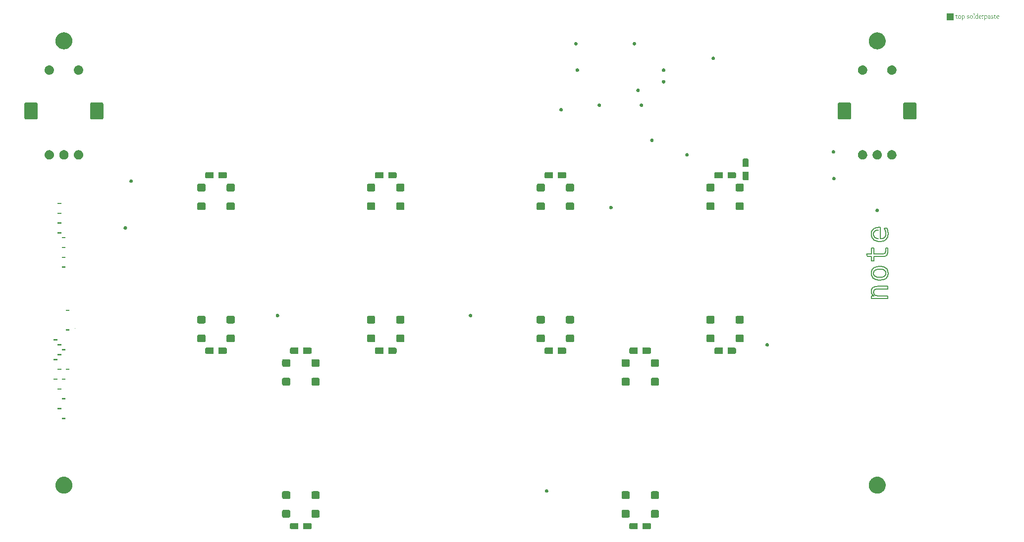
<source format=gtp>
G04                                                      *
G04 Greetings!                                           *
G04 This Gerber was generated by PCBmodE, an open source *
G04 PCB design software. Get it here:                    *
G04                                                      *
G04   http://pcbmode.com                                 *
G04                                                      *
G04 Also visit                                           *
G04                                                      *
G04   http://boldport.com                                *
G04                                                      *
G04 and follow @boldport / @pcbmode for updates!         *
G04                                                      *

G04 leading zeros omitted (L); absolute data (A); 6 integer digits and 6 fractional digits *
%FSLAX66Y66*%

G04 mode (MO): millimeters (MM) *
%MOMM*%

G04 Aperture definitions *
%ADD10C,0.001X*%
%ADD11C,0.001X*%
%ADD20C,0.15X*%

%LPD*%
G36*
G01X49200000Y-91400000D02*
G01X49200000Y-91800000D01*
G01X49200000Y-91800000D01*
G01X49194514Y-91852334D01*
G01X49178809Y-91900886D01*
G01X49154016Y-91944526D01*
G01X49121266Y-91982122D01*
G01X49081689Y-92012544D01*
G01X49036418Y-92034661D01*
G01X48986581Y-92047343D01*
G01X48950000Y-92050000D01*
G01X48500000Y-92050000D01*
G01X48050000Y-92050000D01*
G01X48050000Y-92050000D01*
G01X47997666Y-92044514D01*
G01X47949114Y-92028809D01*
G01X47905474Y-92004016D01*
G01X47867878Y-91971266D01*
G01X47837456Y-91931689D01*
G01X47815339Y-91886418D01*
G01X47802657Y-91836581D01*
G01X47800000Y-91800000D01*
G01X47800000Y-91400000D01*
G01X47800000Y-91000000D01*
G01X47800000Y-91000000D01*
G01X47805486Y-90947666D01*
G01X47821191Y-90899114D01*
G01X47845984Y-90855474D01*
G01X47878734Y-90817878D01*
G01X47918311Y-90787456D01*
G01X47963582Y-90765339D01*
G01X48013419Y-90752657D01*
G01X48050000Y-90750000D01*
G01X48500000Y-90750000D01*
G01X48950000Y-90750000D01*
G01X48950000Y-90750000D01*
G01X49002334Y-90755486D01*
G01X49050886Y-90771191D01*
G01X49094526Y-90795984D01*
G01X49132122Y-90828734D01*
G01X49162544Y-90868311D01*
G01X49184661Y-90913582D01*
G01X49197343Y-90963419D01*
G01X49200000Y-91000000D01*
G01X49200000Y-91400000D01*
G37*
G36*
G01X49200000Y-88200000D02*
G01X49200000Y-88600000D01*
G01X49200000Y-88600000D01*
G01X49194514Y-88652334D01*
G01X49178809Y-88700886D01*
G01X49154016Y-88744526D01*
G01X49121266Y-88782122D01*
G01X49081689Y-88812544D01*
G01X49036418Y-88834661D01*
G01X48986581Y-88847343D01*
G01X48950000Y-88850000D01*
G01X48500000Y-88850000D01*
G01X48050000Y-88850000D01*
G01X48050000Y-88850000D01*
G01X47997666Y-88844514D01*
G01X47949114Y-88828809D01*
G01X47905474Y-88804016D01*
G01X47867878Y-88771266D01*
G01X47837456Y-88731689D01*
G01X47815339Y-88686418D01*
G01X47802657Y-88636581D01*
G01X47800000Y-88600000D01*
G01X47800000Y-88200000D01*
G01X47800000Y-87800000D01*
G01X47800000Y-87800000D01*
G01X47805486Y-87747666D01*
G01X47821191Y-87699114D01*
G01X47845984Y-87655474D01*
G01X47878734Y-87617878D01*
G01X47918311Y-87587456D01*
G01X47963582Y-87565339D01*
G01X48013419Y-87552657D01*
G01X48050000Y-87550000D01*
G01X48500000Y-87550000D01*
G01X48950000Y-87550000D01*
G01X48950000Y-87550000D01*
G01X49002334Y-87555486D01*
G01X49050886Y-87571191D01*
G01X49094526Y-87595984D01*
G01X49132122Y-87628734D01*
G01X49162544Y-87668311D01*
G01X49184661Y-87713582D01*
G01X49197343Y-87763419D01*
G01X49200000Y-87800000D01*
G01X49200000Y-88200000D01*
G37*
G36*
G01X54200000Y-88200000D02*
G01X54200000Y-88600000D01*
G01X54200000Y-88600000D01*
G01X54194514Y-88652334D01*
G01X54178809Y-88700886D01*
G01X54154016Y-88744526D01*
G01X54121266Y-88782122D01*
G01X54081689Y-88812544D01*
G01X54036418Y-88834661D01*
G01X53986581Y-88847343D01*
G01X53950000Y-88850000D01*
G01X53500000Y-88850000D01*
G01X53050000Y-88850000D01*
G01X53050000Y-88850000D01*
G01X52997666Y-88844514D01*
G01X52949114Y-88828809D01*
G01X52905474Y-88804016D01*
G01X52867878Y-88771266D01*
G01X52837456Y-88731689D01*
G01X52815339Y-88686418D01*
G01X52802657Y-88636581D01*
G01X52800000Y-88600000D01*
G01X52800000Y-88200000D01*
G01X52800000Y-87800000D01*
G01X52800000Y-87800000D01*
G01X52805486Y-87747666D01*
G01X52821191Y-87699114D01*
G01X52845984Y-87655474D01*
G01X52878734Y-87617878D01*
G01X52918311Y-87587456D01*
G01X52963582Y-87565339D01*
G01X53013419Y-87552657D01*
G01X53050000Y-87550000D01*
G01X53500000Y-87550000D01*
G01X53950000Y-87550000D01*
G01X53950000Y-87550000D01*
G01X54002334Y-87555486D01*
G01X54050886Y-87571191D01*
G01X54094526Y-87595984D01*
G01X54132122Y-87628734D01*
G01X54162544Y-87668311D01*
G01X54184661Y-87713582D01*
G01X54197343Y-87763419D01*
G01X54200000Y-87800000D01*
G01X54200000Y-88200000D01*
G37*
G36*
G01X54200000Y-91400000D02*
G01X54200000Y-91800000D01*
G01X54200000Y-91800000D01*
G01X54194514Y-91852334D01*
G01X54178809Y-91900886D01*
G01X54154016Y-91944526D01*
G01X54121266Y-91982122D01*
G01X54081689Y-92012544D01*
G01X54036418Y-92034661D01*
G01X53986581Y-92047343D01*
G01X53950000Y-92050000D01*
G01X53500000Y-92050000D01*
G01X53050000Y-92050000D01*
G01X53050000Y-92050000D01*
G01X52997666Y-92044514D01*
G01X52949114Y-92028809D01*
G01X52905474Y-92004016D01*
G01X52867878Y-91971266D01*
G01X52837456Y-91931689D01*
G01X52815339Y-91886418D01*
G01X52802657Y-91836581D01*
G01X52800000Y-91800000D01*
G01X52800000Y-91400000D01*
G01X52800000Y-91000000D01*
G01X52800000Y-91000000D01*
G01X52805486Y-90947666D01*
G01X52821191Y-90899114D01*
G01X52845984Y-90855474D01*
G01X52878734Y-90817878D01*
G01X52918311Y-90787456D01*
G01X52963582Y-90765339D01*
G01X53013419Y-90752657D01*
G01X53050000Y-90750000D01*
G01X53500000Y-90750000D01*
G01X53950000Y-90750000D01*
G01X53950000Y-90750000D01*
G01X54002334Y-90755486D01*
G01X54050886Y-90771191D01*
G01X54094526Y-90795984D01*
G01X54132122Y-90828734D01*
G01X54162544Y-90868311D01*
G01X54184661Y-90913582D01*
G01X54197343Y-90963419D01*
G01X54200000Y-91000000D01*
G01X54200000Y-91400000D01*
G37*
G36*
G01X52800000Y-65600000D02*
G01X52800000Y-65200000D01*
G01X52800000Y-65200000D01*
G01X52805486Y-65147666D01*
G01X52821191Y-65099114D01*
G01X52845984Y-65055474D01*
G01X52878734Y-65017878D01*
G01X52918311Y-64987456D01*
G01X52963582Y-64965339D01*
G01X53013419Y-64952657D01*
G01X53050000Y-64950000D01*
G01X53500000Y-64950000D01*
G01X53950000Y-64950000D01*
G01X53950000Y-64950000D01*
G01X54002334Y-64955486D01*
G01X54050886Y-64971191D01*
G01X54094526Y-64995984D01*
G01X54132122Y-65028734D01*
G01X54162544Y-65068311D01*
G01X54184661Y-65113582D01*
G01X54197343Y-65163419D01*
G01X54200000Y-65200000D01*
G01X54200000Y-65600000D01*
G01X54200000Y-66000000D01*
G01X54200000Y-66000000D01*
G01X54194514Y-66052334D01*
G01X54178809Y-66100886D01*
G01X54154016Y-66144526D01*
G01X54121266Y-66182122D01*
G01X54081689Y-66212544D01*
G01X54036418Y-66234661D01*
G01X53986581Y-66247343D01*
G01X53950000Y-66250000D01*
G01X53500000Y-66250000D01*
G01X53050000Y-66250000D01*
G01X53050000Y-66250000D01*
G01X52997666Y-66244514D01*
G01X52949114Y-66228809D01*
G01X52905474Y-66204016D01*
G01X52867878Y-66171266D01*
G01X52837456Y-66131689D01*
G01X52815339Y-66086418D01*
G01X52802657Y-66036581D01*
G01X52800000Y-66000000D01*
G01X52800000Y-65600000D01*
G37*
G36*
G01X52800000Y-68800000D02*
G01X52800000Y-68400000D01*
G01X52800000Y-68400000D01*
G01X52805486Y-68347666D01*
G01X52821191Y-68299114D01*
G01X52845984Y-68255474D01*
G01X52878734Y-68217878D01*
G01X52918311Y-68187456D01*
G01X52963582Y-68165339D01*
G01X53013419Y-68152657D01*
G01X53050000Y-68150000D01*
G01X53500000Y-68150000D01*
G01X53950000Y-68150000D01*
G01X53950000Y-68150000D01*
G01X54002334Y-68155486D01*
G01X54050886Y-68171191D01*
G01X54094526Y-68195984D01*
G01X54132122Y-68228734D01*
G01X54162544Y-68268311D01*
G01X54184661Y-68313582D01*
G01X54197343Y-68363419D01*
G01X54200000Y-68400000D01*
G01X54200000Y-68800000D01*
G01X54200000Y-69200000D01*
G01X54200000Y-69200000D01*
G01X54194514Y-69252334D01*
G01X54178809Y-69300886D01*
G01X54154016Y-69344526D01*
G01X54121266Y-69382122D01*
G01X54081689Y-69412544D01*
G01X54036418Y-69434661D01*
G01X53986581Y-69447343D01*
G01X53950000Y-69450000D01*
G01X53500000Y-69450000D01*
G01X53050000Y-69450000D01*
G01X53050000Y-69450000D01*
G01X52997666Y-69444514D01*
G01X52949114Y-69428809D01*
G01X52905474Y-69404016D01*
G01X52867878Y-69371266D01*
G01X52837456Y-69331689D01*
G01X52815339Y-69286418D01*
G01X52802657Y-69236581D01*
G01X52800000Y-69200000D01*
G01X52800000Y-68800000D01*
G37*
G36*
G01X47800000Y-68800000D02*
G01X47800000Y-68400000D01*
G01X47800000Y-68400000D01*
G01X47805486Y-68347666D01*
G01X47821191Y-68299114D01*
G01X47845984Y-68255474D01*
G01X47878734Y-68217878D01*
G01X47918311Y-68187456D01*
G01X47963582Y-68165339D01*
G01X48013419Y-68152657D01*
G01X48050000Y-68150000D01*
G01X48500000Y-68150000D01*
G01X48950000Y-68150000D01*
G01X48950000Y-68150000D01*
G01X49002334Y-68155486D01*
G01X49050886Y-68171191D01*
G01X49094526Y-68195984D01*
G01X49132122Y-68228734D01*
G01X49162544Y-68268311D01*
G01X49184661Y-68313582D01*
G01X49197343Y-68363419D01*
G01X49200000Y-68400000D01*
G01X49200000Y-68800000D01*
G01X49200000Y-69200000D01*
G01X49200000Y-69200000D01*
G01X49194514Y-69252334D01*
G01X49178809Y-69300886D01*
G01X49154016Y-69344526D01*
G01X49121266Y-69382122D01*
G01X49081689Y-69412544D01*
G01X49036418Y-69434661D01*
G01X48986581Y-69447343D01*
G01X48950000Y-69450000D01*
G01X48500000Y-69450000D01*
G01X48050000Y-69450000D01*
G01X48050000Y-69450000D01*
G01X47997666Y-69444514D01*
G01X47949114Y-69428809D01*
G01X47905474Y-69404016D01*
G01X47867878Y-69371266D01*
G01X47837456Y-69331689D01*
G01X47815339Y-69286418D01*
G01X47802657Y-69236581D01*
G01X47800000Y-69200000D01*
G01X47800000Y-68800000D01*
G37*
G36*
G01X47800000Y-65600000D02*
G01X47800000Y-65200000D01*
G01X47800000Y-65200000D01*
G01X47805486Y-65147666D01*
G01X47821191Y-65099114D01*
G01X47845984Y-65055474D01*
G01X47878734Y-65017878D01*
G01X47918311Y-64987456D01*
G01X47963582Y-64965339D01*
G01X48013419Y-64952657D01*
G01X48050000Y-64950000D01*
G01X48500000Y-64950000D01*
G01X48950000Y-64950000D01*
G01X48950000Y-64950000D01*
G01X49002334Y-64955486D01*
G01X49050886Y-64971191D01*
G01X49094526Y-64995984D01*
G01X49132122Y-65028734D01*
G01X49162544Y-65068311D01*
G01X49184661Y-65113582D01*
G01X49197343Y-65163419D01*
G01X49200000Y-65200000D01*
G01X49200000Y-65600000D01*
G01X49200000Y-66000000D01*
G01X49200000Y-66000000D01*
G01X49194514Y-66052334D01*
G01X49178809Y-66100886D01*
G01X49154016Y-66144526D01*
G01X49121266Y-66182122D01*
G01X49081689Y-66212544D01*
G01X49036418Y-66234661D01*
G01X48986581Y-66247343D01*
G01X48950000Y-66250000D01*
G01X48500000Y-66250000D01*
G01X48050000Y-66250000D01*
G01X48050000Y-66250000D01*
G01X47997666Y-66244514D01*
G01X47949114Y-66228809D01*
G01X47905474Y-66204016D01*
G01X47867878Y-66171266D01*
G01X47837456Y-66131689D01*
G01X47815339Y-66086418D01*
G01X47802657Y-66036581D01*
G01X47800000Y-66000000D01*
G01X47800000Y-65600000D01*
G37*
G36*
G01X121700000Y-61400000D02*
G01X121700000Y-61800000D01*
G01X121700000Y-61800000D01*
G01X121694514Y-61852334D01*
G01X121678809Y-61900886D01*
G01X121654016Y-61944526D01*
G01X121621266Y-61982122D01*
G01X121581689Y-62012544D01*
G01X121536418Y-62034661D01*
G01X121486581Y-62047343D01*
G01X121450000Y-62050000D01*
G01X121000000Y-62050000D01*
G01X120550000Y-62050000D01*
G01X120550000Y-62050000D01*
G01X120497666Y-62044514D01*
G01X120449114Y-62028809D01*
G01X120405474Y-62004016D01*
G01X120367878Y-61971266D01*
G01X120337456Y-61931689D01*
G01X120315339Y-61886418D01*
G01X120302657Y-61836581D01*
G01X120300000Y-61800000D01*
G01X120300000Y-61400000D01*
G01X120300000Y-61000000D01*
G01X120300000Y-61000000D01*
G01X120305486Y-60947666D01*
G01X120321191Y-60899114D01*
G01X120345984Y-60855474D01*
G01X120378734Y-60817878D01*
G01X120418311Y-60787456D01*
G01X120463582Y-60765339D01*
G01X120513419Y-60752657D01*
G01X120550000Y-60750000D01*
G01X121000000Y-60750000D01*
G01X121450000Y-60750000D01*
G01X121450000Y-60750000D01*
G01X121502334Y-60755486D01*
G01X121550886Y-60771191D01*
G01X121594526Y-60795984D01*
G01X121632122Y-60828734D01*
G01X121662544Y-60868311D01*
G01X121684661Y-60913582D01*
G01X121697343Y-60963419D01*
G01X121700000Y-61000000D01*
G01X121700000Y-61400000D01*
G37*
G36*
G01X121700000Y-58200000D02*
G01X121700000Y-58600000D01*
G01X121700000Y-58600000D01*
G01X121694514Y-58652334D01*
G01X121678809Y-58700886D01*
G01X121654016Y-58744526D01*
G01X121621266Y-58782122D01*
G01X121581689Y-58812544D01*
G01X121536418Y-58834661D01*
G01X121486581Y-58847343D01*
G01X121450000Y-58850000D01*
G01X121000000Y-58850000D01*
G01X120550000Y-58850000D01*
G01X120550000Y-58850000D01*
G01X120497666Y-58844514D01*
G01X120449114Y-58828809D01*
G01X120405474Y-58804016D01*
G01X120367878Y-58771266D01*
G01X120337456Y-58731689D01*
G01X120315339Y-58686418D01*
G01X120302657Y-58636581D01*
G01X120300000Y-58600000D01*
G01X120300000Y-58200000D01*
G01X120300000Y-57800000D01*
G01X120300000Y-57800000D01*
G01X120305486Y-57747666D01*
G01X120321191Y-57699114D01*
G01X120345984Y-57655474D01*
G01X120378734Y-57617878D01*
G01X120418311Y-57587456D01*
G01X120463582Y-57565339D01*
G01X120513419Y-57552657D01*
G01X120550000Y-57550000D01*
G01X121000000Y-57550000D01*
G01X121450000Y-57550000D01*
G01X121450000Y-57550000D01*
G01X121502334Y-57555486D01*
G01X121550886Y-57571191D01*
G01X121594526Y-57595984D01*
G01X121632122Y-57628734D01*
G01X121662544Y-57668311D01*
G01X121684661Y-57713582D01*
G01X121697343Y-57763419D01*
G01X121700000Y-57800000D01*
G01X121700000Y-58200000D01*
G37*
G36*
G01X126700000Y-58200000D02*
G01X126700000Y-58600000D01*
G01X126700000Y-58600000D01*
G01X126694514Y-58652334D01*
G01X126678809Y-58700886D01*
G01X126654016Y-58744526D01*
G01X126621266Y-58782122D01*
G01X126581689Y-58812544D01*
G01X126536418Y-58834661D01*
G01X126486581Y-58847343D01*
G01X126450000Y-58850000D01*
G01X126000000Y-58850000D01*
G01X125550000Y-58850000D01*
G01X125550000Y-58850000D01*
G01X125497666Y-58844514D01*
G01X125449114Y-58828809D01*
G01X125405474Y-58804016D01*
G01X125367878Y-58771266D01*
G01X125337456Y-58731689D01*
G01X125315339Y-58686418D01*
G01X125302657Y-58636581D01*
G01X125300000Y-58600000D01*
G01X125300000Y-58200000D01*
G01X125300000Y-57800000D01*
G01X125300000Y-57800000D01*
G01X125305486Y-57747666D01*
G01X125321191Y-57699114D01*
G01X125345984Y-57655474D01*
G01X125378734Y-57617878D01*
G01X125418311Y-57587456D01*
G01X125463582Y-57565339D01*
G01X125513419Y-57552657D01*
G01X125550000Y-57550000D01*
G01X126000000Y-57550000D01*
G01X126450000Y-57550000D01*
G01X126450000Y-57550000D01*
G01X126502334Y-57555486D01*
G01X126550886Y-57571191D01*
G01X126594526Y-57595984D01*
G01X126632122Y-57628734D01*
G01X126662544Y-57668311D01*
G01X126684661Y-57713582D01*
G01X126697343Y-57763419D01*
G01X126700000Y-57800000D01*
G01X126700000Y-58200000D01*
G37*
G36*
G01X126700000Y-61400000D02*
G01X126700000Y-61800000D01*
G01X126700000Y-61800000D01*
G01X126694514Y-61852334D01*
G01X126678809Y-61900886D01*
G01X126654016Y-61944526D01*
G01X126621266Y-61982122D01*
G01X126581689Y-62012544D01*
G01X126536418Y-62034661D01*
G01X126486581Y-62047343D01*
G01X126450000Y-62050000D01*
G01X126000000Y-62050000D01*
G01X125550000Y-62050000D01*
G01X125550000Y-62050000D01*
G01X125497666Y-62044514D01*
G01X125449114Y-62028809D01*
G01X125405474Y-62004016D01*
G01X125367878Y-61971266D01*
G01X125337456Y-61931689D01*
G01X125315339Y-61886418D01*
G01X125302657Y-61836581D01*
G01X125300000Y-61800000D01*
G01X125300000Y-61400000D01*
G01X125300000Y-61000000D01*
G01X125300000Y-61000000D01*
G01X125305486Y-60947666D01*
G01X125321191Y-60899114D01*
G01X125345984Y-60855474D01*
G01X125378734Y-60817878D01*
G01X125418311Y-60787456D01*
G01X125463582Y-60765339D01*
G01X125513419Y-60752657D01*
G01X125550000Y-60750000D01*
G01X126000000Y-60750000D01*
G01X126450000Y-60750000D01*
G01X126450000Y-60750000D01*
G01X126502334Y-60755486D01*
G01X126550886Y-60771191D01*
G01X126594526Y-60795984D01*
G01X126632122Y-60828734D01*
G01X126662544Y-60868311D01*
G01X126684661Y-60913582D01*
G01X126697343Y-60963419D01*
G01X126700000Y-61000000D01*
G01X126700000Y-61400000D01*
G37*
G36*
G01X125300000Y-35600000D02*
G01X125300000Y-35200000D01*
G01X125300000Y-35200000D01*
G01X125305486Y-35147666D01*
G01X125321191Y-35099114D01*
G01X125345984Y-35055474D01*
G01X125378734Y-35017878D01*
G01X125418311Y-34987456D01*
G01X125463582Y-34965339D01*
G01X125513419Y-34952657D01*
G01X125550000Y-34950000D01*
G01X126000000Y-34950000D01*
G01X126450000Y-34950000D01*
G01X126450000Y-34950000D01*
G01X126502334Y-34955486D01*
G01X126550886Y-34971191D01*
G01X126594526Y-34995984D01*
G01X126632122Y-35028734D01*
G01X126662544Y-35068311D01*
G01X126684661Y-35113582D01*
G01X126697343Y-35163419D01*
G01X126700000Y-35200000D01*
G01X126700000Y-35600000D01*
G01X126700000Y-36000000D01*
G01X126700000Y-36000000D01*
G01X126694514Y-36052334D01*
G01X126678809Y-36100886D01*
G01X126654016Y-36144526D01*
G01X126621266Y-36182122D01*
G01X126581689Y-36212544D01*
G01X126536418Y-36234661D01*
G01X126486581Y-36247343D01*
G01X126450000Y-36250000D01*
G01X126000000Y-36250000D01*
G01X125550000Y-36250000D01*
G01X125550000Y-36250000D01*
G01X125497666Y-36244514D01*
G01X125449114Y-36228809D01*
G01X125405474Y-36204016D01*
G01X125367878Y-36171266D01*
G01X125337456Y-36131689D01*
G01X125315339Y-36086418D01*
G01X125302657Y-36036581D01*
G01X125300000Y-36000000D01*
G01X125300000Y-35600000D01*
G37*
G36*
G01X125300000Y-38800000D02*
G01X125300000Y-38400000D01*
G01X125300000Y-38400000D01*
G01X125305486Y-38347666D01*
G01X125321191Y-38299114D01*
G01X125345984Y-38255474D01*
G01X125378734Y-38217878D01*
G01X125418311Y-38187456D01*
G01X125463582Y-38165339D01*
G01X125513419Y-38152657D01*
G01X125550000Y-38150000D01*
G01X126000000Y-38150000D01*
G01X126450000Y-38150000D01*
G01X126450000Y-38150000D01*
G01X126502334Y-38155486D01*
G01X126550886Y-38171191D01*
G01X126594526Y-38195984D01*
G01X126632122Y-38228734D01*
G01X126662544Y-38268311D01*
G01X126684661Y-38313582D01*
G01X126697343Y-38363419D01*
G01X126700000Y-38400000D01*
G01X126700000Y-38800000D01*
G01X126700000Y-39200000D01*
G01X126700000Y-39200000D01*
G01X126694514Y-39252334D01*
G01X126678809Y-39300886D01*
G01X126654016Y-39344526D01*
G01X126621266Y-39382122D01*
G01X126581689Y-39412544D01*
G01X126536418Y-39434661D01*
G01X126486581Y-39447343D01*
G01X126450000Y-39450000D01*
G01X126000000Y-39450000D01*
G01X125550000Y-39450000D01*
G01X125550000Y-39450000D01*
G01X125497666Y-39444514D01*
G01X125449114Y-39428809D01*
G01X125405474Y-39404016D01*
G01X125367878Y-39371266D01*
G01X125337456Y-39331689D01*
G01X125315339Y-39286418D01*
G01X125302657Y-39236581D01*
G01X125300000Y-39200000D01*
G01X125300000Y-38800000D01*
G37*
G36*
G01X120300000Y-38800000D02*
G01X120300000Y-38400000D01*
G01X120300000Y-38400000D01*
G01X120305486Y-38347666D01*
G01X120321191Y-38299114D01*
G01X120345984Y-38255474D01*
G01X120378734Y-38217878D01*
G01X120418311Y-38187456D01*
G01X120463582Y-38165339D01*
G01X120513419Y-38152657D01*
G01X120550000Y-38150000D01*
G01X121000000Y-38150000D01*
G01X121450000Y-38150000D01*
G01X121450000Y-38150000D01*
G01X121502334Y-38155486D01*
G01X121550886Y-38171191D01*
G01X121594526Y-38195984D01*
G01X121632122Y-38228734D01*
G01X121662544Y-38268311D01*
G01X121684661Y-38313582D01*
G01X121697343Y-38363419D01*
G01X121700000Y-38400000D01*
G01X121700000Y-38800000D01*
G01X121700000Y-39200000D01*
G01X121700000Y-39200000D01*
G01X121694514Y-39252334D01*
G01X121678809Y-39300886D01*
G01X121654016Y-39344526D01*
G01X121621266Y-39382122D01*
G01X121581689Y-39412544D01*
G01X121536418Y-39434661D01*
G01X121486581Y-39447343D01*
G01X121450000Y-39450000D01*
G01X121000000Y-39450000D01*
G01X120550000Y-39450000D01*
G01X120550000Y-39450000D01*
G01X120497666Y-39444514D01*
G01X120449114Y-39428809D01*
G01X120405474Y-39404016D01*
G01X120367878Y-39371266D01*
G01X120337456Y-39331689D01*
G01X120315339Y-39286418D01*
G01X120302657Y-39236581D01*
G01X120300000Y-39200000D01*
G01X120300000Y-38800000D01*
G37*
G36*
G01X120300000Y-35600000D02*
G01X120300000Y-35200000D01*
G01X120300000Y-35200000D01*
G01X120305486Y-35147666D01*
G01X120321191Y-35099114D01*
G01X120345984Y-35055474D01*
G01X120378734Y-35017878D01*
G01X120418311Y-34987456D01*
G01X120463582Y-34965339D01*
G01X120513419Y-34952657D01*
G01X120550000Y-34950000D01*
G01X121000000Y-34950000D01*
G01X121450000Y-34950000D01*
G01X121450000Y-34950000D01*
G01X121502334Y-34955486D01*
G01X121550886Y-34971191D01*
G01X121594526Y-34995984D01*
G01X121632122Y-35028734D01*
G01X121662544Y-35068311D01*
G01X121684661Y-35113582D01*
G01X121697343Y-35163419D01*
G01X121700000Y-35200000D01*
G01X121700000Y-35600000D01*
G01X121700000Y-36000000D01*
G01X121700000Y-36000000D01*
G01X121694514Y-36052334D01*
G01X121678809Y-36100886D01*
G01X121654016Y-36144526D01*
G01X121621266Y-36182122D01*
G01X121581689Y-36212544D01*
G01X121536418Y-36234661D01*
G01X121486581Y-36247343D01*
G01X121450000Y-36250000D01*
G01X121000000Y-36250000D01*
G01X120550000Y-36250000D01*
G01X120550000Y-36250000D01*
G01X120497666Y-36244514D01*
G01X120449114Y-36228809D01*
G01X120405474Y-36204016D01*
G01X120367878Y-36171266D01*
G01X120337456Y-36131689D01*
G01X120315339Y-36086418D01*
G01X120302657Y-36036581D01*
G01X120300000Y-36000000D01*
G01X120300000Y-35600000D01*
G37*
G36*
G01X107200000Y-91400000D02*
G01X107200000Y-91800000D01*
G01X107200000Y-91800000D01*
G01X107194514Y-91852334D01*
G01X107178809Y-91900886D01*
G01X107154016Y-91944526D01*
G01X107121266Y-91982122D01*
G01X107081689Y-92012544D01*
G01X107036418Y-92034661D01*
G01X106986581Y-92047343D01*
G01X106950000Y-92050000D01*
G01X106500000Y-92050000D01*
G01X106050000Y-92050000D01*
G01X106050000Y-92050000D01*
G01X105997666Y-92044514D01*
G01X105949114Y-92028809D01*
G01X105905474Y-92004016D01*
G01X105867878Y-91971266D01*
G01X105837456Y-91931689D01*
G01X105815339Y-91886418D01*
G01X105802657Y-91836581D01*
G01X105800000Y-91800000D01*
G01X105800000Y-91400000D01*
G01X105800000Y-91000000D01*
G01X105800000Y-91000000D01*
G01X105805486Y-90947666D01*
G01X105821191Y-90899114D01*
G01X105845984Y-90855474D01*
G01X105878734Y-90817878D01*
G01X105918311Y-90787456D01*
G01X105963582Y-90765339D01*
G01X106013419Y-90752657D01*
G01X106050000Y-90750000D01*
G01X106500000Y-90750000D01*
G01X106950000Y-90750000D01*
G01X106950000Y-90750000D01*
G01X107002334Y-90755486D01*
G01X107050886Y-90771191D01*
G01X107094526Y-90795984D01*
G01X107132122Y-90828734D01*
G01X107162544Y-90868311D01*
G01X107184661Y-90913582D01*
G01X107197343Y-90963419D01*
G01X107200000Y-91000000D01*
G01X107200000Y-91400000D01*
G37*
G36*
G01X107200000Y-88200000D02*
G01X107200000Y-88600000D01*
G01X107200000Y-88600000D01*
G01X107194514Y-88652334D01*
G01X107178809Y-88700886D01*
G01X107154016Y-88744526D01*
G01X107121266Y-88782122D01*
G01X107081689Y-88812544D01*
G01X107036418Y-88834661D01*
G01X106986581Y-88847343D01*
G01X106950000Y-88850000D01*
G01X106500000Y-88850000D01*
G01X106050000Y-88850000D01*
G01X106050000Y-88850000D01*
G01X105997666Y-88844514D01*
G01X105949114Y-88828809D01*
G01X105905474Y-88804016D01*
G01X105867878Y-88771266D01*
G01X105837456Y-88731689D01*
G01X105815339Y-88686418D01*
G01X105802657Y-88636581D01*
G01X105800000Y-88600000D01*
G01X105800000Y-88200000D01*
G01X105800000Y-87800000D01*
G01X105800000Y-87800000D01*
G01X105805486Y-87747666D01*
G01X105821191Y-87699114D01*
G01X105845984Y-87655474D01*
G01X105878734Y-87617878D01*
G01X105918311Y-87587456D01*
G01X105963582Y-87565339D01*
G01X106013419Y-87552657D01*
G01X106050000Y-87550000D01*
G01X106500000Y-87550000D01*
G01X106950000Y-87550000D01*
G01X106950000Y-87550000D01*
G01X107002334Y-87555486D01*
G01X107050886Y-87571191D01*
G01X107094526Y-87595984D01*
G01X107132122Y-87628734D01*
G01X107162544Y-87668311D01*
G01X107184661Y-87713582D01*
G01X107197343Y-87763419D01*
G01X107200000Y-87800000D01*
G01X107200000Y-88200000D01*
G37*
G36*
G01X112200000Y-88200000D02*
G01X112200000Y-88600000D01*
G01X112200000Y-88600000D01*
G01X112194514Y-88652334D01*
G01X112178809Y-88700886D01*
G01X112154016Y-88744526D01*
G01X112121266Y-88782122D01*
G01X112081689Y-88812544D01*
G01X112036418Y-88834661D01*
G01X111986581Y-88847343D01*
G01X111950000Y-88850000D01*
G01X111500000Y-88850000D01*
G01X111050000Y-88850000D01*
G01X111050000Y-88850000D01*
G01X110997666Y-88844514D01*
G01X110949114Y-88828809D01*
G01X110905474Y-88804016D01*
G01X110867878Y-88771266D01*
G01X110837456Y-88731689D01*
G01X110815339Y-88686418D01*
G01X110802657Y-88636581D01*
G01X110800000Y-88600000D01*
G01X110800000Y-88200000D01*
G01X110800000Y-87800000D01*
G01X110800000Y-87800000D01*
G01X110805486Y-87747666D01*
G01X110821191Y-87699114D01*
G01X110845984Y-87655474D01*
G01X110878734Y-87617878D01*
G01X110918311Y-87587456D01*
G01X110963582Y-87565339D01*
G01X111013419Y-87552657D01*
G01X111050000Y-87550000D01*
G01X111500000Y-87550000D01*
G01X111950000Y-87550000D01*
G01X111950000Y-87550000D01*
G01X112002334Y-87555486D01*
G01X112050886Y-87571191D01*
G01X112094526Y-87595984D01*
G01X112132122Y-87628734D01*
G01X112162544Y-87668311D01*
G01X112184661Y-87713582D01*
G01X112197343Y-87763419D01*
G01X112200000Y-87800000D01*
G01X112200000Y-88200000D01*
G37*
G36*
G01X112200000Y-91400000D02*
G01X112200000Y-91800000D01*
G01X112200000Y-91800000D01*
G01X112194514Y-91852334D01*
G01X112178809Y-91900886D01*
G01X112154016Y-91944526D01*
G01X112121266Y-91982122D01*
G01X112081689Y-92012544D01*
G01X112036418Y-92034661D01*
G01X111986581Y-92047343D01*
G01X111950000Y-92050000D01*
G01X111500000Y-92050000D01*
G01X111050000Y-92050000D01*
G01X111050000Y-92050000D01*
G01X110997666Y-92044514D01*
G01X110949114Y-92028809D01*
G01X110905474Y-92004016D01*
G01X110867878Y-91971266D01*
G01X110837456Y-91931689D01*
G01X110815339Y-91886418D01*
G01X110802657Y-91836581D01*
G01X110800000Y-91800000D01*
G01X110800000Y-91400000D01*
G01X110800000Y-91000000D01*
G01X110800000Y-91000000D01*
G01X110805486Y-90947666D01*
G01X110821191Y-90899114D01*
G01X110845984Y-90855474D01*
G01X110878734Y-90817878D01*
G01X110918311Y-90787456D01*
G01X110963582Y-90765339D01*
G01X111013419Y-90752657D01*
G01X111050000Y-90750000D01*
G01X111500000Y-90750000D01*
G01X111950000Y-90750000D01*
G01X111950000Y-90750000D01*
G01X112002334Y-90755486D01*
G01X112050886Y-90771191D01*
G01X112094526Y-90795984D01*
G01X112132122Y-90828734D01*
G01X112162544Y-90868311D01*
G01X112184661Y-90913582D01*
G01X112197343Y-90963419D01*
G01X112200000Y-91000000D01*
G01X112200000Y-91400000D01*
G37*
G36*
G01X147000000Y-30800000D02*
G01X147000000Y-30800000D01*
G01X147052600Y-30798298D01*
G01X147104292Y-30793264D01*
G01X147154970Y-30785001D01*
G01X147204528Y-30773617D01*
G01X147252862Y-30759215D01*
G01X147299865Y-30741903D01*
G01X147345433Y-30721784D01*
G01X147389460Y-30698965D01*
G01X147431841Y-30673551D01*
G01X147472470Y-30645646D01*
G01X147511241Y-30615358D01*
G01X147548050Y-30582791D01*
G01X147582791Y-30548050D01*
G01X147615358Y-30511241D01*
G01X147645646Y-30472470D01*
G01X147673551Y-30431841D01*
G01X147698965Y-30389460D01*
G01X147721784Y-30345433D01*
G01X147741903Y-30299865D01*
G01X147759215Y-30252862D01*
G01X147773617Y-30204528D01*
G01X147785001Y-30154970D01*
G01X147793264Y-30104292D01*
G01X147798298Y-30052600D01*
G01X147800000Y-30000000D01*
G01X147800000Y-30000000D01*
G01X147800000Y-30000000D01*
G01X147798298Y-29947400D01*
G01X147793264Y-29895708D01*
G01X147785001Y-29845030D01*
G01X147773617Y-29795472D01*
G01X147759215Y-29747138D01*
G01X147741903Y-29700135D01*
G01X147721784Y-29654567D01*
G01X147698965Y-29610540D01*
G01X147673551Y-29568159D01*
G01X147645646Y-29527530D01*
G01X147615358Y-29488759D01*
G01X147582791Y-29451950D01*
G01X147548050Y-29417209D01*
G01X147511241Y-29384642D01*
G01X147472470Y-29354354D01*
G01X147431841Y-29326449D01*
G01X147389460Y-29301035D01*
G01X147345433Y-29278216D01*
G01X147299865Y-29258097D01*
G01X147252862Y-29240785D01*
G01X147204528Y-29226383D01*
G01X147154970Y-29214999D01*
G01X147104292Y-29206736D01*
G01X147052600Y-29201702D01*
G01X147000000Y-29200000D01*
G01X147000000Y-29200000D01*
G01X147000000Y-29200000D01*
G01X146947400Y-29201702D01*
G01X146895708Y-29206736D01*
G01X146845030Y-29214999D01*
G01X146795472Y-29226383D01*
G01X146747138Y-29240785D01*
G01X146700135Y-29258097D01*
G01X146654567Y-29278216D01*
G01X146610540Y-29301035D01*
G01X146568159Y-29326449D01*
G01X146527530Y-29354354D01*
G01X146488759Y-29384642D01*
G01X146451950Y-29417209D01*
G01X146417209Y-29451950D01*
G01X146384642Y-29488759D01*
G01X146354354Y-29527530D01*
G01X146326449Y-29568159D01*
G01X146301035Y-29610540D01*
G01X146278216Y-29654567D01*
G01X146258097Y-29700135D01*
G01X146240785Y-29747138D01*
G01X146226383Y-29795472D01*
G01X146214999Y-29845030D01*
G01X146206736Y-29895708D01*
G01X146201702Y-29947400D01*
G01X146200000Y-30000000D01*
G01X146200000Y-30000000D01*
G01X146200000Y-30000000D01*
G01X146201702Y-30052600D01*
G01X146206736Y-30104292D01*
G01X146214999Y-30154970D01*
G01X146226383Y-30204528D01*
G01X146240785Y-30252862D01*
G01X146258097Y-30299865D01*
G01X146278216Y-30345433D01*
G01X146301035Y-30389460D01*
G01X146326449Y-30431841D01*
G01X146354354Y-30472470D01*
G01X146384642Y-30511241D01*
G01X146417209Y-30548050D01*
G01X146451950Y-30582791D01*
G01X146488759Y-30615358D01*
G01X146527530Y-30645646D01*
G01X146568159Y-30673551D01*
G01X146610540Y-30698965D01*
G01X146654567Y-30721784D01*
G01X146700135Y-30741903D01*
G01X146747138Y-30759215D01*
G01X146795472Y-30773617D01*
G01X146845030Y-30785001D01*
G01X146895708Y-30793264D01*
G01X146947400Y-30798298D01*
G01X147000000Y-30800000D01*
G01X147000000Y-30800000D01*
G37*
G36*
G01X152000000Y-30800000D02*
G01X152000000Y-30800000D01*
G01X152052600Y-30798298D01*
G01X152104292Y-30793264D01*
G01X152154970Y-30785001D01*
G01X152204528Y-30773617D01*
G01X152252862Y-30759215D01*
G01X152299865Y-30741903D01*
G01X152345433Y-30721784D01*
G01X152389460Y-30698965D01*
G01X152431841Y-30673551D01*
G01X152472470Y-30645646D01*
G01X152511241Y-30615358D01*
G01X152548050Y-30582791D01*
G01X152582791Y-30548050D01*
G01X152615358Y-30511241D01*
G01X152645646Y-30472470D01*
G01X152673551Y-30431841D01*
G01X152698965Y-30389460D01*
G01X152721784Y-30345433D01*
G01X152741903Y-30299865D01*
G01X152759215Y-30252862D01*
G01X152773617Y-30204528D01*
G01X152785001Y-30154970D01*
G01X152793264Y-30104292D01*
G01X152798298Y-30052600D01*
G01X152800000Y-30000000D01*
G01X152800000Y-30000000D01*
G01X152800000Y-30000000D01*
G01X152798298Y-29947400D01*
G01X152793264Y-29895708D01*
G01X152785001Y-29845030D01*
G01X152773617Y-29795472D01*
G01X152759215Y-29747138D01*
G01X152741903Y-29700135D01*
G01X152721784Y-29654567D01*
G01X152698965Y-29610540D01*
G01X152673551Y-29568159D01*
G01X152645646Y-29527530D01*
G01X152615358Y-29488759D01*
G01X152582791Y-29451950D01*
G01X152548050Y-29417209D01*
G01X152511241Y-29384642D01*
G01X152472470Y-29354354D01*
G01X152431841Y-29326449D01*
G01X152389460Y-29301035D01*
G01X152345433Y-29278216D01*
G01X152299865Y-29258097D01*
G01X152252862Y-29240785D01*
G01X152204528Y-29226383D01*
G01X152154970Y-29214999D01*
G01X152104292Y-29206736D01*
G01X152052600Y-29201702D01*
G01X152000000Y-29200000D01*
G01X152000000Y-29200000D01*
G01X152000000Y-29200000D01*
G01X151947400Y-29201702D01*
G01X151895708Y-29206736D01*
G01X151845030Y-29214999D01*
G01X151795472Y-29226383D01*
G01X151747138Y-29240785D01*
G01X151700135Y-29258097D01*
G01X151654567Y-29278216D01*
G01X151610540Y-29301035D01*
G01X151568159Y-29326449D01*
G01X151527530Y-29354354D01*
G01X151488759Y-29384642D01*
G01X151451950Y-29417209D01*
G01X151417209Y-29451950D01*
G01X151384642Y-29488759D01*
G01X151354354Y-29527530D01*
G01X151326449Y-29568159D01*
G01X151301035Y-29610540D01*
G01X151278216Y-29654567D01*
G01X151258097Y-29700135D01*
G01X151240785Y-29747138D01*
G01X151226383Y-29795472D01*
G01X151214999Y-29845030D01*
G01X151206736Y-29895708D01*
G01X151201702Y-29947400D01*
G01X151200000Y-30000000D01*
G01X151200000Y-30000000D01*
G01X151200000Y-30000000D01*
G01X151201702Y-30052600D01*
G01X151206736Y-30104292D01*
G01X151214999Y-30154970D01*
G01X151226383Y-30204528D01*
G01X151240785Y-30252862D01*
G01X151258097Y-30299865D01*
G01X151278216Y-30345433D01*
G01X151301035Y-30389460D01*
G01X151326449Y-30431841D01*
G01X151354354Y-30472470D01*
G01X151384642Y-30511241D01*
G01X151417209Y-30548050D01*
G01X151451950Y-30582791D01*
G01X151488759Y-30615358D01*
G01X151527530Y-30645646D01*
G01X151568159Y-30673551D01*
G01X151610540Y-30698965D01*
G01X151654567Y-30721784D01*
G01X151700135Y-30741903D01*
G01X151747138Y-30759215D01*
G01X151795472Y-30773617D01*
G01X151845030Y-30785001D01*
G01X151895708Y-30793264D01*
G01X151947400Y-30798298D01*
G01X152000000Y-30800000D01*
G01X152000000Y-30800000D01*
G37*
G36*
G01X152000000Y-16300000D02*
G01X152000000Y-16300000D01*
G01X152052600Y-16298298D01*
G01X152104292Y-16293264D01*
G01X152154970Y-16285001D01*
G01X152204528Y-16273617D01*
G01X152252862Y-16259215D01*
G01X152299865Y-16241903D01*
G01X152345433Y-16221784D01*
G01X152389460Y-16198965D01*
G01X152431841Y-16173551D01*
G01X152472470Y-16145646D01*
G01X152511241Y-16115358D01*
G01X152548050Y-16082791D01*
G01X152582791Y-16048050D01*
G01X152615358Y-16011241D01*
G01X152645646Y-15972470D01*
G01X152673551Y-15931841D01*
G01X152698965Y-15889460D01*
G01X152721784Y-15845433D01*
G01X152741903Y-15799865D01*
G01X152759215Y-15752862D01*
G01X152773617Y-15704528D01*
G01X152785001Y-15654970D01*
G01X152793264Y-15604292D01*
G01X152798298Y-15552600D01*
G01X152800000Y-15500000D01*
G01X152800000Y-15500000D01*
G01X152800000Y-15500000D01*
G01X152798298Y-15447400D01*
G01X152793264Y-15395708D01*
G01X152785001Y-15345030D01*
G01X152773617Y-15295472D01*
G01X152759215Y-15247138D01*
G01X152741903Y-15200135D01*
G01X152721784Y-15154567D01*
G01X152698965Y-15110540D01*
G01X152673551Y-15068159D01*
G01X152645646Y-15027530D01*
G01X152615358Y-14988759D01*
G01X152582791Y-14951950D01*
G01X152548050Y-14917209D01*
G01X152511241Y-14884642D01*
G01X152472470Y-14854354D01*
G01X152431841Y-14826450D01*
G01X152389460Y-14801035D01*
G01X152345433Y-14778216D01*
G01X152299865Y-14758097D01*
G01X152252862Y-14740785D01*
G01X152204528Y-14726383D01*
G01X152154970Y-14714999D01*
G01X152104292Y-14706736D01*
G01X152052600Y-14701702D01*
G01X152000000Y-14700000D01*
G01X152000000Y-14700000D01*
G01X152000000Y-14700000D01*
G01X151947400Y-14701702D01*
G01X151895708Y-14706736D01*
G01X151845030Y-14714999D01*
G01X151795472Y-14726383D01*
G01X151747138Y-14740785D01*
G01X151700135Y-14758097D01*
G01X151654567Y-14778216D01*
G01X151610540Y-14801035D01*
G01X151568159Y-14826450D01*
G01X151527530Y-14854354D01*
G01X151488759Y-14884642D01*
G01X151451950Y-14917209D01*
G01X151417209Y-14951950D01*
G01X151384642Y-14988759D01*
G01X151354354Y-15027530D01*
G01X151326449Y-15068159D01*
G01X151301035Y-15110540D01*
G01X151278216Y-15154567D01*
G01X151258097Y-15200135D01*
G01X151240785Y-15247138D01*
G01X151226383Y-15295472D01*
G01X151214999Y-15345030D01*
G01X151206736Y-15395708D01*
G01X151201702Y-15447400D01*
G01X151200000Y-15500000D01*
G01X151200000Y-15500000D01*
G01X151200000Y-15500000D01*
G01X151201702Y-15552600D01*
G01X151206736Y-15604292D01*
G01X151214999Y-15654970D01*
G01X151226383Y-15704528D01*
G01X151240785Y-15752862D01*
G01X151258097Y-15799865D01*
G01X151278216Y-15845433D01*
G01X151301035Y-15889460D01*
G01X151326449Y-15931841D01*
G01X151354354Y-15972470D01*
G01X151384642Y-16011241D01*
G01X151417209Y-16048050D01*
G01X151451950Y-16082791D01*
G01X151488759Y-16115358D01*
G01X151527530Y-16145646D01*
G01X151568159Y-16173551D01*
G01X151610540Y-16198965D01*
G01X151654567Y-16221784D01*
G01X151700135Y-16241903D01*
G01X151747138Y-16259215D01*
G01X151795472Y-16273617D01*
G01X151845030Y-16285001D01*
G01X151895708Y-16293264D01*
G01X151947400Y-16298298D01*
G01X152000000Y-16300000D01*
G01X152000000Y-16300000D01*
G37*
G36*
G01X153950000Y-22500000D02*
G01X153950000Y-21350000D01*
G01X153950000Y-21350000D01*
G01X153953927Y-21301339D01*
G01X153965294Y-21255177D01*
G01X153983486Y-21212133D01*
G01X154007883Y-21172824D01*
G01X154037868Y-21137868D01*
G01X154072824Y-21107883D01*
G01X154112133Y-21083486D01*
G01X154155177Y-21065294D01*
G01X154201339Y-21053926D01*
G01X154250000Y-21050000D01*
G01X154250000Y-21050000D01*
G01X155100000Y-21050000D01*
G01X155950000Y-21050000D01*
G01X155950000Y-21050000D01*
G01X155998661Y-21053927D01*
G01X156044823Y-21065294D01*
G01X156087867Y-21083486D01*
G01X156127176Y-21107883D01*
G01X156162132Y-21137868D01*
G01X156192117Y-21172824D01*
G01X156216514Y-21212133D01*
G01X156234706Y-21255177D01*
G01X156246073Y-21301339D01*
G01X156250000Y-21350000D01*
G01X156250000Y-21350000D01*
G01X156250000Y-22500000D01*
G01X156250000Y-23650000D01*
G01X156250000Y-23650000D01*
G01X156246073Y-23698661D01*
G01X156234706Y-23744823D01*
G01X156216514Y-23787867D01*
G01X156192117Y-23827176D01*
G01X156162132Y-23862132D01*
G01X156127176Y-23892117D01*
G01X156087867Y-23916514D01*
G01X156044823Y-23934706D01*
G01X155998661Y-23946074D01*
G01X155950000Y-23950000D01*
G01X155950000Y-23950000D01*
G01X155100000Y-23950000D01*
G01X154250000Y-23950000D01*
G01X154250000Y-23950000D01*
G01X154201339Y-23946073D01*
G01X154155177Y-23934706D01*
G01X154112133Y-23916514D01*
G01X154072824Y-23892117D01*
G01X154037868Y-23862132D01*
G01X154007883Y-23827176D01*
G01X153983486Y-23787867D01*
G01X153965294Y-23744823D01*
G01X153953926Y-23698661D01*
G01X153950000Y-23650000D01*
G01X153950000Y-23650000D01*
G01X153950000Y-22500000D01*
G37*
G36*
G01X142750000Y-22500000D02*
G01X142750000Y-21350000D01*
G01X142750000Y-21350000D01*
G01X142753927Y-21301339D01*
G01X142765294Y-21255177D01*
G01X142783486Y-21212133D01*
G01X142807883Y-21172824D01*
G01X142837868Y-21137868D01*
G01X142872824Y-21107883D01*
G01X142912133Y-21083486D01*
G01X142955177Y-21065294D01*
G01X143001339Y-21053926D01*
G01X143050000Y-21050000D01*
G01X143050000Y-21050000D01*
G01X143900000Y-21050000D01*
G01X144750000Y-21050000D01*
G01X144750000Y-21050000D01*
G01X144798661Y-21053927D01*
G01X144844823Y-21065294D01*
G01X144887867Y-21083486D01*
G01X144927176Y-21107883D01*
G01X144962132Y-21137868D01*
G01X144992117Y-21172824D01*
G01X145016514Y-21212133D01*
G01X145034706Y-21255177D01*
G01X145046074Y-21301339D01*
G01X145050000Y-21350000D01*
G01X145050000Y-21350000D01*
G01X145050000Y-22500000D01*
G01X145050000Y-23650000D01*
G01X145050000Y-23650000D01*
G01X145046073Y-23698661D01*
G01X145034706Y-23744823D01*
G01X145016514Y-23787867D01*
G01X144992117Y-23827176D01*
G01X144962132Y-23862132D01*
G01X144927176Y-23892117D01*
G01X144887867Y-23916514D01*
G01X144844823Y-23934706D01*
G01X144798661Y-23946074D01*
G01X144750000Y-23950000D01*
G01X144750000Y-23950000D01*
G01X143900000Y-23950000D01*
G01X143050000Y-23950000D01*
G01X143050000Y-23950000D01*
G01X143001339Y-23946073D01*
G01X142955177Y-23934706D01*
G01X142912133Y-23916514D01*
G01X142872824Y-23892117D01*
G01X142837868Y-23862132D01*
G01X142807883Y-23827176D01*
G01X142783486Y-23787867D01*
G01X142765294Y-23744823D01*
G01X142753927Y-23698661D01*
G01X142750000Y-23650000D01*
G01X142750000Y-23650000D01*
G01X142750000Y-22500000D01*
G37*
G36*
G01X149500000Y-30800000D02*
G01X149500000Y-30800000D01*
G01X149552600Y-30798298D01*
G01X149604292Y-30793264D01*
G01X149654970Y-30785001D01*
G01X149704528Y-30773617D01*
G01X149752862Y-30759215D01*
G01X149799865Y-30741903D01*
G01X149845433Y-30721784D01*
G01X149889460Y-30698965D01*
G01X149931841Y-30673551D01*
G01X149972470Y-30645646D01*
G01X150011241Y-30615358D01*
G01X150048050Y-30582791D01*
G01X150082791Y-30548050D01*
G01X150115358Y-30511241D01*
G01X150145646Y-30472470D01*
G01X150173551Y-30431841D01*
G01X150198965Y-30389460D01*
G01X150221784Y-30345433D01*
G01X150241903Y-30299865D01*
G01X150259215Y-30252862D01*
G01X150273617Y-30204528D01*
G01X150285001Y-30154970D01*
G01X150293264Y-30104292D01*
G01X150298298Y-30052600D01*
G01X150300000Y-30000000D01*
G01X150300000Y-30000000D01*
G01X150300000Y-30000000D01*
G01X150298298Y-29947400D01*
G01X150293264Y-29895708D01*
G01X150285001Y-29845030D01*
G01X150273617Y-29795472D01*
G01X150259215Y-29747138D01*
G01X150241903Y-29700135D01*
G01X150221784Y-29654567D01*
G01X150198965Y-29610540D01*
G01X150173551Y-29568159D01*
G01X150145646Y-29527530D01*
G01X150115358Y-29488759D01*
G01X150082791Y-29451950D01*
G01X150048050Y-29417209D01*
G01X150011241Y-29384642D01*
G01X149972470Y-29354354D01*
G01X149931841Y-29326449D01*
G01X149889460Y-29301035D01*
G01X149845433Y-29278216D01*
G01X149799865Y-29258097D01*
G01X149752862Y-29240785D01*
G01X149704528Y-29226383D01*
G01X149654970Y-29214999D01*
G01X149604292Y-29206736D01*
G01X149552600Y-29201702D01*
G01X149500000Y-29200000D01*
G01X149500000Y-29200000D01*
G01X149500000Y-29200000D01*
G01X149447400Y-29201702D01*
G01X149395708Y-29206736D01*
G01X149345030Y-29214999D01*
G01X149295472Y-29226383D01*
G01X149247138Y-29240785D01*
G01X149200135Y-29258097D01*
G01X149154567Y-29278216D01*
G01X149110540Y-29301035D01*
G01X149068159Y-29326449D01*
G01X149027530Y-29354354D01*
G01X148988759Y-29384642D01*
G01X148951950Y-29417209D01*
G01X148917209Y-29451950D01*
G01X148884642Y-29488759D01*
G01X148854354Y-29527530D01*
G01X148826449Y-29568159D01*
G01X148801035Y-29610540D01*
G01X148778216Y-29654567D01*
G01X148758097Y-29700135D01*
G01X148740785Y-29747138D01*
G01X148726383Y-29795472D01*
G01X148714999Y-29845030D01*
G01X148706736Y-29895708D01*
G01X148701702Y-29947400D01*
G01X148700000Y-30000000D01*
G01X148700000Y-30000000D01*
G01X148700000Y-30000000D01*
G01X148701702Y-30052600D01*
G01X148706736Y-30104292D01*
G01X148714999Y-30154970D01*
G01X148726383Y-30204528D01*
G01X148740785Y-30252862D01*
G01X148758097Y-30299865D01*
G01X148778216Y-30345433D01*
G01X148801035Y-30389460D01*
G01X148826449Y-30431841D01*
G01X148854354Y-30472470D01*
G01X148884642Y-30511241D01*
G01X148917209Y-30548050D01*
G01X148951950Y-30582791D01*
G01X148988759Y-30615358D01*
G01X149027530Y-30645646D01*
G01X149068159Y-30673551D01*
G01X149110540Y-30698965D01*
G01X149154567Y-30721784D01*
G01X149200135Y-30741903D01*
G01X149247138Y-30759215D01*
G01X149295472Y-30773617D01*
G01X149345030Y-30785001D01*
G01X149395708Y-30793264D01*
G01X149447400Y-30798298D01*
G01X149500000Y-30800000D01*
G01X149500000Y-30800000D01*
G37*
G36*
G01X147000000Y-16300000D02*
G01X147000000Y-16300000D01*
G01X147052600Y-16298298D01*
G01X147104292Y-16293264D01*
G01X147154970Y-16285001D01*
G01X147204528Y-16273617D01*
G01X147252862Y-16259215D01*
G01X147299865Y-16241903D01*
G01X147345433Y-16221784D01*
G01X147389460Y-16198965D01*
G01X147431841Y-16173551D01*
G01X147472470Y-16145646D01*
G01X147511241Y-16115358D01*
G01X147548050Y-16082791D01*
G01X147582791Y-16048050D01*
G01X147615358Y-16011241D01*
G01X147645646Y-15972470D01*
G01X147673551Y-15931841D01*
G01X147698965Y-15889460D01*
G01X147721784Y-15845433D01*
G01X147741903Y-15799865D01*
G01X147759215Y-15752862D01*
G01X147773617Y-15704528D01*
G01X147785001Y-15654970D01*
G01X147793264Y-15604292D01*
G01X147798298Y-15552600D01*
G01X147800000Y-15500000D01*
G01X147800000Y-15500000D01*
G01X147800000Y-15500000D01*
G01X147798298Y-15447400D01*
G01X147793264Y-15395708D01*
G01X147785001Y-15345030D01*
G01X147773617Y-15295472D01*
G01X147759215Y-15247138D01*
G01X147741903Y-15200135D01*
G01X147721784Y-15154567D01*
G01X147698965Y-15110540D01*
G01X147673551Y-15068159D01*
G01X147645646Y-15027530D01*
G01X147615358Y-14988759D01*
G01X147582791Y-14951950D01*
G01X147548050Y-14917209D01*
G01X147511241Y-14884642D01*
G01X147472470Y-14854354D01*
G01X147431841Y-14826450D01*
G01X147389460Y-14801035D01*
G01X147345433Y-14778216D01*
G01X147299865Y-14758097D01*
G01X147252862Y-14740785D01*
G01X147204528Y-14726383D01*
G01X147154970Y-14714999D01*
G01X147104292Y-14706736D01*
G01X147052600Y-14701702D01*
G01X147000000Y-14700000D01*
G01X147000000Y-14700000D01*
G01X147000000Y-14700000D01*
G01X146947400Y-14701702D01*
G01X146895708Y-14706736D01*
G01X146845030Y-14714999D01*
G01X146795472Y-14726383D01*
G01X146747138Y-14740785D01*
G01X146700135Y-14758097D01*
G01X146654567Y-14778216D01*
G01X146610540Y-14801035D01*
G01X146568159Y-14826450D01*
G01X146527530Y-14854354D01*
G01X146488759Y-14884642D01*
G01X146451950Y-14917209D01*
G01X146417209Y-14951950D01*
G01X146384642Y-14988759D01*
G01X146354354Y-15027530D01*
G01X146326449Y-15068159D01*
G01X146301035Y-15110540D01*
G01X146278216Y-15154567D01*
G01X146258097Y-15200135D01*
G01X146240785Y-15247138D01*
G01X146226383Y-15295472D01*
G01X146214999Y-15345030D01*
G01X146206736Y-15395708D01*
G01X146201702Y-15447400D01*
G01X146200000Y-15500000D01*
G01X146200000Y-15500000D01*
G01X146200000Y-15500000D01*
G01X146201702Y-15552600D01*
G01X146206736Y-15604292D01*
G01X146214999Y-15654970D01*
G01X146226383Y-15704528D01*
G01X146240785Y-15752862D01*
G01X146258097Y-15799865D01*
G01X146278216Y-15845433D01*
G01X146301035Y-15889460D01*
G01X146326449Y-15931841D01*
G01X146354354Y-15972470D01*
G01X146384642Y-16011241D01*
G01X146417209Y-16048050D01*
G01X146451950Y-16082791D01*
G01X146488759Y-16115358D01*
G01X146527530Y-16145646D01*
G01X146568159Y-16173551D01*
G01X146610540Y-16198965D01*
G01X146654567Y-16221784D01*
G01X146700135Y-16241903D01*
G01X146747138Y-16259215D01*
G01X146795472Y-16273617D01*
G01X146845030Y-16285001D01*
G01X146895708Y-16293264D01*
G01X146947400Y-16298298D01*
G01X147000000Y-16300000D01*
G01X147000000Y-16300000D01*
G37*
G36*
G01X110800000Y-65600000D02*
G01X110800000Y-65200000D01*
G01X110800000Y-65200000D01*
G01X110805486Y-65147666D01*
G01X110821191Y-65099114D01*
G01X110845984Y-65055474D01*
G01X110878734Y-65017878D01*
G01X110918311Y-64987456D01*
G01X110963582Y-64965339D01*
G01X111013419Y-64952657D01*
G01X111050000Y-64950000D01*
G01X111500000Y-64950000D01*
G01X111950000Y-64950000D01*
G01X111950000Y-64950000D01*
G01X112002334Y-64955486D01*
G01X112050886Y-64971191D01*
G01X112094526Y-64995984D01*
G01X112132122Y-65028734D01*
G01X112162544Y-65068311D01*
G01X112184661Y-65113582D01*
G01X112197343Y-65163419D01*
G01X112200000Y-65200000D01*
G01X112200000Y-65600000D01*
G01X112200000Y-66000000D01*
G01X112200000Y-66000000D01*
G01X112194514Y-66052334D01*
G01X112178809Y-66100886D01*
G01X112154016Y-66144526D01*
G01X112121266Y-66182122D01*
G01X112081689Y-66212544D01*
G01X112036418Y-66234661D01*
G01X111986581Y-66247343D01*
G01X111950000Y-66250000D01*
G01X111500000Y-66250000D01*
G01X111050000Y-66250000D01*
G01X111050000Y-66250000D01*
G01X110997666Y-66244514D01*
G01X110949114Y-66228809D01*
G01X110905474Y-66204016D01*
G01X110867878Y-66171266D01*
G01X110837456Y-66131689D01*
G01X110815339Y-66086418D01*
G01X110802657Y-66036581D01*
G01X110800000Y-66000000D01*
G01X110800000Y-65600000D01*
G37*
G36*
G01X110800000Y-68800000D02*
G01X110800000Y-68400000D01*
G01X110800000Y-68400000D01*
G01X110805486Y-68347666D01*
G01X110821191Y-68299114D01*
G01X110845984Y-68255474D01*
G01X110878734Y-68217878D01*
G01X110918311Y-68187456D01*
G01X110963582Y-68165339D01*
G01X111013419Y-68152657D01*
G01X111050000Y-68150000D01*
G01X111500000Y-68150000D01*
G01X111950000Y-68150000D01*
G01X111950000Y-68150000D01*
G01X112002334Y-68155486D01*
G01X112050886Y-68171191D01*
G01X112094526Y-68195984D01*
G01X112132122Y-68228734D01*
G01X112162544Y-68268311D01*
G01X112184661Y-68313582D01*
G01X112197343Y-68363419D01*
G01X112200000Y-68400000D01*
G01X112200000Y-68800000D01*
G01X112200000Y-69200000D01*
G01X112200000Y-69200000D01*
G01X112194514Y-69252334D01*
G01X112178809Y-69300886D01*
G01X112154016Y-69344526D01*
G01X112121266Y-69382122D01*
G01X112081689Y-69412544D01*
G01X112036418Y-69434661D01*
G01X111986581Y-69447343D01*
G01X111950000Y-69450000D01*
G01X111500000Y-69450000D01*
G01X111050000Y-69450000D01*
G01X111050000Y-69450000D01*
G01X110997666Y-69444514D01*
G01X110949114Y-69428809D01*
G01X110905474Y-69404016D01*
G01X110867878Y-69371266D01*
G01X110837456Y-69331689D01*
G01X110815339Y-69286418D01*
G01X110802657Y-69236581D01*
G01X110800000Y-69200000D01*
G01X110800000Y-68800000D01*
G37*
G36*
G01X105800000Y-68800000D02*
G01X105800000Y-68400000D01*
G01X105800000Y-68400000D01*
G01X105805486Y-68347666D01*
G01X105821191Y-68299114D01*
G01X105845984Y-68255474D01*
G01X105878734Y-68217878D01*
G01X105918311Y-68187456D01*
G01X105963582Y-68165339D01*
G01X106013419Y-68152657D01*
G01X106050000Y-68150000D01*
G01X106500000Y-68150000D01*
G01X106950000Y-68150000D01*
G01X106950000Y-68150000D01*
G01X107002334Y-68155486D01*
G01X107050886Y-68171191D01*
G01X107094526Y-68195984D01*
G01X107132122Y-68228734D01*
G01X107162544Y-68268311D01*
G01X107184661Y-68313582D01*
G01X107197343Y-68363419D01*
G01X107200000Y-68400000D01*
G01X107200000Y-68800000D01*
G01X107200000Y-69200000D01*
G01X107200000Y-69200000D01*
G01X107194514Y-69252334D01*
G01X107178809Y-69300886D01*
G01X107154016Y-69344526D01*
G01X107121266Y-69382122D01*
G01X107081689Y-69412544D01*
G01X107036418Y-69434661D01*
G01X106986581Y-69447343D01*
G01X106950000Y-69450000D01*
G01X106500000Y-69450000D01*
G01X106050000Y-69450000D01*
G01X106050000Y-69450000D01*
G01X105997666Y-69444514D01*
G01X105949114Y-69428809D01*
G01X105905474Y-69404016D01*
G01X105867878Y-69371266D01*
G01X105837456Y-69331689D01*
G01X105815339Y-69286418D01*
G01X105802657Y-69236581D01*
G01X105800000Y-69200000D01*
G01X105800000Y-68800000D01*
G37*
G36*
G01X105800000Y-65600000D02*
G01X105800000Y-65200000D01*
G01X105800000Y-65200000D01*
G01X105805486Y-65147666D01*
G01X105821191Y-65099114D01*
G01X105845984Y-65055474D01*
G01X105878734Y-65017878D01*
G01X105918311Y-64987456D01*
G01X105963582Y-64965339D01*
G01X106013419Y-64952657D01*
G01X106050000Y-64950000D01*
G01X106500000Y-64950000D01*
G01X106950000Y-64950000D01*
G01X106950000Y-64950000D01*
G01X107002334Y-64955486D01*
G01X107050886Y-64971191D01*
G01X107094526Y-64995984D01*
G01X107132122Y-65028734D01*
G01X107162544Y-65068311D01*
G01X107184661Y-65113582D01*
G01X107197343Y-65163419D01*
G01X107200000Y-65200000D01*
G01X107200000Y-65600000D01*
G01X107200000Y-66000000D01*
G01X107200000Y-66000000D01*
G01X107194514Y-66052334D01*
G01X107178809Y-66100886D01*
G01X107154016Y-66144526D01*
G01X107121266Y-66182122D01*
G01X107081689Y-66212544D01*
G01X107036418Y-66234661D01*
G01X106986581Y-66247343D01*
G01X106950000Y-66250000D01*
G01X106500000Y-66250000D01*
G01X106050000Y-66250000D01*
G01X106050000Y-66250000D01*
G01X105997666Y-66244514D01*
G01X105949114Y-66228809D01*
G01X105905474Y-66204016D01*
G01X105867878Y-66171266D01*
G01X105837456Y-66131689D01*
G01X105815339Y-66086418D01*
G01X105802657Y-66036581D01*
G01X105800000Y-66000000D01*
G01X105800000Y-65600000D01*
G37*
G36*
G01X92700000Y-61400000D02*
G01X92700000Y-61800000D01*
G01X92700000Y-61800000D01*
G01X92694514Y-61852334D01*
G01X92678809Y-61900886D01*
G01X92654016Y-61944526D01*
G01X92621266Y-61982122D01*
G01X92581689Y-62012544D01*
G01X92536418Y-62034661D01*
G01X92486581Y-62047343D01*
G01X92450000Y-62050000D01*
G01X92000000Y-62050000D01*
G01X91550000Y-62050000D01*
G01X91550000Y-62050000D01*
G01X91497666Y-62044514D01*
G01X91449114Y-62028809D01*
G01X91405474Y-62004016D01*
G01X91367878Y-61971266D01*
G01X91337456Y-61931689D01*
G01X91315339Y-61886418D01*
G01X91302657Y-61836581D01*
G01X91300000Y-61800000D01*
G01X91300000Y-61400000D01*
G01X91300000Y-61000000D01*
G01X91300000Y-61000000D01*
G01X91305486Y-60947666D01*
G01X91321191Y-60899114D01*
G01X91345984Y-60855474D01*
G01X91378734Y-60817878D01*
G01X91418311Y-60787456D01*
G01X91463582Y-60765339D01*
G01X91513419Y-60752657D01*
G01X91550000Y-60750000D01*
G01X92000000Y-60750000D01*
G01X92450000Y-60750000D01*
G01X92450000Y-60750000D01*
G01X92502334Y-60755486D01*
G01X92550886Y-60771191D01*
G01X92594526Y-60795984D01*
G01X92632122Y-60828734D01*
G01X92662544Y-60868311D01*
G01X92684661Y-60913582D01*
G01X92697343Y-60963419D01*
G01X92700000Y-61000000D01*
G01X92700000Y-61400000D01*
G37*
G36*
G01X92700000Y-58200000D02*
G01X92700000Y-58600000D01*
G01X92700000Y-58600000D01*
G01X92694514Y-58652334D01*
G01X92678809Y-58700886D01*
G01X92654016Y-58744526D01*
G01X92621266Y-58782122D01*
G01X92581689Y-58812544D01*
G01X92536418Y-58834661D01*
G01X92486581Y-58847343D01*
G01X92450000Y-58850000D01*
G01X92000000Y-58850000D01*
G01X91550000Y-58850000D01*
G01X91550000Y-58850000D01*
G01X91497666Y-58844514D01*
G01X91449114Y-58828809D01*
G01X91405474Y-58804016D01*
G01X91367878Y-58771266D01*
G01X91337456Y-58731689D01*
G01X91315339Y-58686418D01*
G01X91302657Y-58636581D01*
G01X91300000Y-58600000D01*
G01X91300000Y-58200000D01*
G01X91300000Y-57800000D01*
G01X91300000Y-57800000D01*
G01X91305486Y-57747666D01*
G01X91321191Y-57699114D01*
G01X91345984Y-57655474D01*
G01X91378734Y-57617878D01*
G01X91418311Y-57587456D01*
G01X91463582Y-57565339D01*
G01X91513419Y-57552657D01*
G01X91550000Y-57550000D01*
G01X92000000Y-57550000D01*
G01X92450000Y-57550000D01*
G01X92450000Y-57550000D01*
G01X92502334Y-57555486D01*
G01X92550886Y-57571191D01*
G01X92594526Y-57595984D01*
G01X92632122Y-57628734D01*
G01X92662544Y-57668311D01*
G01X92684661Y-57713582D01*
G01X92697343Y-57763419D01*
G01X92700000Y-57800000D01*
G01X92700000Y-58200000D01*
G37*
G36*
G01X97700000Y-58200000D02*
G01X97700000Y-58600000D01*
G01X97700000Y-58600000D01*
G01X97694514Y-58652334D01*
G01X97678809Y-58700886D01*
G01X97654016Y-58744526D01*
G01X97621266Y-58782122D01*
G01X97581689Y-58812544D01*
G01X97536418Y-58834661D01*
G01X97486581Y-58847343D01*
G01X97450000Y-58850000D01*
G01X97000000Y-58850000D01*
G01X96550000Y-58850000D01*
G01X96550000Y-58850000D01*
G01X96497666Y-58844514D01*
G01X96449114Y-58828809D01*
G01X96405474Y-58804016D01*
G01X96367878Y-58771266D01*
G01X96337456Y-58731689D01*
G01X96315339Y-58686418D01*
G01X96302657Y-58636581D01*
G01X96300000Y-58600000D01*
G01X96300000Y-58200000D01*
G01X96300000Y-57800000D01*
G01X96300000Y-57800000D01*
G01X96305486Y-57747666D01*
G01X96321191Y-57699114D01*
G01X96345984Y-57655474D01*
G01X96378734Y-57617878D01*
G01X96418311Y-57587456D01*
G01X96463582Y-57565339D01*
G01X96513419Y-57552657D01*
G01X96550000Y-57550000D01*
G01X97000000Y-57550000D01*
G01X97450000Y-57550000D01*
G01X97450000Y-57550000D01*
G01X97502334Y-57555486D01*
G01X97550886Y-57571191D01*
G01X97594526Y-57595984D01*
G01X97632122Y-57628734D01*
G01X97662544Y-57668311D01*
G01X97684661Y-57713582D01*
G01X97697343Y-57763419D01*
G01X97700000Y-57800000D01*
G01X97700000Y-58200000D01*
G37*
G36*
G01X97700000Y-61400000D02*
G01X97700000Y-61800000D01*
G01X97700000Y-61800000D01*
G01X97694514Y-61852334D01*
G01X97678809Y-61900886D01*
G01X97654016Y-61944526D01*
G01X97621266Y-61982122D01*
G01X97581689Y-62012544D01*
G01X97536418Y-62034661D01*
G01X97486581Y-62047343D01*
G01X97450000Y-62050000D01*
G01X97000000Y-62050000D01*
G01X96550000Y-62050000D01*
G01X96550000Y-62050000D01*
G01X96497666Y-62044514D01*
G01X96449114Y-62028809D01*
G01X96405474Y-62004016D01*
G01X96367878Y-61971266D01*
G01X96337456Y-61931689D01*
G01X96315339Y-61886418D01*
G01X96302657Y-61836581D01*
G01X96300000Y-61800000D01*
G01X96300000Y-61400000D01*
G01X96300000Y-61000000D01*
G01X96300000Y-61000000D01*
G01X96305486Y-60947666D01*
G01X96321191Y-60899114D01*
G01X96345984Y-60855474D01*
G01X96378734Y-60817878D01*
G01X96418311Y-60787456D01*
G01X96463582Y-60765339D01*
G01X96513419Y-60752657D01*
G01X96550000Y-60750000D01*
G01X97000000Y-60750000D01*
G01X97450000Y-60750000D01*
G01X97450000Y-60750000D01*
G01X97502334Y-60755486D01*
G01X97550886Y-60771191D01*
G01X97594526Y-60795984D01*
G01X97632122Y-60828734D01*
G01X97662544Y-60868311D01*
G01X97684661Y-60913582D01*
G01X97697343Y-60963419D01*
G01X97700000Y-61000000D01*
G01X97700000Y-61400000D01*
G37*
G36*
G01X96300000Y-35600000D02*
G01X96300000Y-35200000D01*
G01X96300000Y-35200000D01*
G01X96305486Y-35147666D01*
G01X96321191Y-35099114D01*
G01X96345984Y-35055474D01*
G01X96378734Y-35017878D01*
G01X96418311Y-34987456D01*
G01X96463582Y-34965339D01*
G01X96513419Y-34952657D01*
G01X96550000Y-34950000D01*
G01X97000000Y-34950000D01*
G01X97450000Y-34950000D01*
G01X97450000Y-34950000D01*
G01X97502334Y-34955486D01*
G01X97550886Y-34971191D01*
G01X97594526Y-34995984D01*
G01X97632122Y-35028734D01*
G01X97662544Y-35068311D01*
G01X97684661Y-35113582D01*
G01X97697343Y-35163419D01*
G01X97700000Y-35200000D01*
G01X97700000Y-35600000D01*
G01X97700000Y-36000000D01*
G01X97700000Y-36000000D01*
G01X97694514Y-36052334D01*
G01X97678809Y-36100886D01*
G01X97654016Y-36144526D01*
G01X97621266Y-36182122D01*
G01X97581689Y-36212544D01*
G01X97536418Y-36234661D01*
G01X97486581Y-36247343D01*
G01X97450000Y-36250000D01*
G01X97000000Y-36250000D01*
G01X96550000Y-36250000D01*
G01X96550000Y-36250000D01*
G01X96497666Y-36244514D01*
G01X96449114Y-36228809D01*
G01X96405474Y-36204016D01*
G01X96367878Y-36171266D01*
G01X96337456Y-36131689D01*
G01X96315339Y-36086418D01*
G01X96302657Y-36036581D01*
G01X96300000Y-36000000D01*
G01X96300000Y-35600000D01*
G37*
G36*
G01X96300000Y-38800000D02*
G01X96300000Y-38400000D01*
G01X96300000Y-38400000D01*
G01X96305486Y-38347666D01*
G01X96321191Y-38299114D01*
G01X96345984Y-38255474D01*
G01X96378734Y-38217878D01*
G01X96418311Y-38187456D01*
G01X96463582Y-38165339D01*
G01X96513419Y-38152657D01*
G01X96550000Y-38150000D01*
G01X97000000Y-38150000D01*
G01X97450000Y-38150000D01*
G01X97450000Y-38150000D01*
G01X97502334Y-38155486D01*
G01X97550886Y-38171191D01*
G01X97594526Y-38195984D01*
G01X97632122Y-38228734D01*
G01X97662544Y-38268311D01*
G01X97684661Y-38313582D01*
G01X97697343Y-38363419D01*
G01X97700000Y-38400000D01*
G01X97700000Y-38800000D01*
G01X97700000Y-39200000D01*
G01X97700000Y-39200000D01*
G01X97694514Y-39252334D01*
G01X97678809Y-39300886D01*
G01X97654016Y-39344526D01*
G01X97621266Y-39382122D01*
G01X97581689Y-39412544D01*
G01X97536418Y-39434661D01*
G01X97486581Y-39447343D01*
G01X97450000Y-39450000D01*
G01X97000000Y-39450000D01*
G01X96550000Y-39450000D01*
G01X96550000Y-39450000D01*
G01X96497666Y-39444514D01*
G01X96449114Y-39428809D01*
G01X96405474Y-39404016D01*
G01X96367878Y-39371266D01*
G01X96337456Y-39331689D01*
G01X96315339Y-39286418D01*
G01X96302657Y-39236581D01*
G01X96300000Y-39200000D01*
G01X96300000Y-38800000D01*
G37*
G36*
G01X91300000Y-38800000D02*
G01X91300000Y-38400000D01*
G01X91300000Y-38400000D01*
G01X91305486Y-38347666D01*
G01X91321191Y-38299114D01*
G01X91345984Y-38255474D01*
G01X91378734Y-38217878D01*
G01X91418311Y-38187456D01*
G01X91463582Y-38165339D01*
G01X91513419Y-38152657D01*
G01X91550000Y-38150000D01*
G01X92000000Y-38150000D01*
G01X92450000Y-38150000D01*
G01X92450000Y-38150000D01*
G01X92502334Y-38155486D01*
G01X92550886Y-38171191D01*
G01X92594526Y-38195984D01*
G01X92632122Y-38228734D01*
G01X92662544Y-38268311D01*
G01X92684661Y-38313582D01*
G01X92697343Y-38363419D01*
G01X92700000Y-38400000D01*
G01X92700000Y-38800000D01*
G01X92700000Y-39200000D01*
G01X92700000Y-39200000D01*
G01X92694514Y-39252334D01*
G01X92678809Y-39300886D01*
G01X92654016Y-39344526D01*
G01X92621266Y-39382122D01*
G01X92581689Y-39412544D01*
G01X92536418Y-39434661D01*
G01X92486581Y-39447343D01*
G01X92450000Y-39450000D01*
G01X92000000Y-39450000D01*
G01X91550000Y-39450000D01*
G01X91550000Y-39450000D01*
G01X91497666Y-39444514D01*
G01X91449114Y-39428809D01*
G01X91405474Y-39404016D01*
G01X91367878Y-39371266D01*
G01X91337456Y-39331689D01*
G01X91315339Y-39286418D01*
G01X91302657Y-39236581D01*
G01X91300000Y-39200000D01*
G01X91300000Y-38800000D01*
G37*
G36*
G01X91300000Y-35600000D02*
G01X91300000Y-35200000D01*
G01X91300000Y-35200000D01*
G01X91305486Y-35147666D01*
G01X91321191Y-35099114D01*
G01X91345984Y-35055474D01*
G01X91378734Y-35017878D01*
G01X91418311Y-34987456D01*
G01X91463582Y-34965339D01*
G01X91513419Y-34952657D01*
G01X91550000Y-34950000D01*
G01X92000000Y-34950000D01*
G01X92450000Y-34950000D01*
G01X92450000Y-34950000D01*
G01X92502334Y-34955486D01*
G01X92550886Y-34971191D01*
G01X92594526Y-34995984D01*
G01X92632122Y-35028734D01*
G01X92662544Y-35068311D01*
G01X92684661Y-35113582D01*
G01X92697343Y-35163419D01*
G01X92700000Y-35200000D01*
G01X92700000Y-35600000D01*
G01X92700000Y-36000000D01*
G01X92700000Y-36000000D01*
G01X92694514Y-36052334D01*
G01X92678809Y-36100886D01*
G01X92654016Y-36144526D01*
G01X92621266Y-36182122D01*
G01X92581689Y-36212544D01*
G01X92536418Y-36234661D01*
G01X92486581Y-36247343D01*
G01X92450000Y-36250000D01*
G01X92000000Y-36250000D01*
G01X91550000Y-36250000D01*
G01X91550000Y-36250000D01*
G01X91497666Y-36244514D01*
G01X91449114Y-36228809D01*
G01X91405474Y-36204016D01*
G01X91367878Y-36171266D01*
G01X91337456Y-36131689D01*
G01X91315339Y-36086418D01*
G01X91302657Y-36036581D01*
G01X91300000Y-36000000D01*
G01X91300000Y-35600000D01*
G37*
G36*
G01X10500000Y-11950000D02*
G01X10500000Y-11950000D01*
G01X10428350Y-11948261D01*
G01X10357599Y-11943096D01*
G01X10287828Y-11934587D01*
G01X10219117Y-11922815D01*
G01X10151548Y-11907859D01*
G01X10085201Y-11889801D01*
G01X10020156Y-11868720D01*
G01X9956494Y-11844699D01*
G01X9894296Y-11817816D01*
G01X9833642Y-11788154D01*
G01X9774612Y-11755791D01*
G01X9717288Y-11720810D01*
G01X9661751Y-11683291D01*
G01X9608079Y-11643314D01*
G01X9556356Y-11600959D01*
G01X9506659Y-11556308D01*
G01X9459072Y-11509441D01*
G01X9413673Y-11460439D01*
G01X9370544Y-11409382D01*
G01X9329766Y-11356351D01*
G01X9291418Y-11301427D01*
G01X9255582Y-11244689D01*
G01X9222338Y-11186219D01*
G01X9191766Y-11126098D01*
G01X9163948Y-11064405D01*
G01X9138964Y-11001222D01*
G01X9116894Y-10936630D01*
G01X9097820Y-10870707D01*
G01X9081821Y-10803536D01*
G01X9068978Y-10735198D01*
G01X9059372Y-10665771D01*
G01X9053084Y-10595338D01*
G01X9050194Y-10523978D01*
G01X9050000Y-10500000D01*
G01X9050000Y-10500000D01*
G01X9051739Y-10428350D01*
G01X9056904Y-10357599D01*
G01X9065413Y-10287828D01*
G01X9077185Y-10219117D01*
G01X9092141Y-10151548D01*
G01X9110199Y-10085201D01*
G01X9131280Y-10020156D01*
G01X9155301Y-9956494D01*
G01X9182184Y-9894296D01*
G01X9211846Y-9833642D01*
G01X9244209Y-9774612D01*
G01X9279190Y-9717288D01*
G01X9316709Y-9661751D01*
G01X9356686Y-9608079D01*
G01X9399041Y-9556356D01*
G01X9443692Y-9506659D01*
G01X9490559Y-9459072D01*
G01X9539561Y-9413673D01*
G01X9590618Y-9370544D01*
G01X9643649Y-9329766D01*
G01X9698573Y-9291418D01*
G01X9755311Y-9255582D01*
G01X9813781Y-9222338D01*
G01X9873902Y-9191766D01*
G01X9935595Y-9163948D01*
G01X9998778Y-9138964D01*
G01X10063370Y-9116894D01*
G01X10129293Y-9097820D01*
G01X10196464Y-9081821D01*
G01X10264802Y-9068978D01*
G01X10334229Y-9059372D01*
G01X10404662Y-9053084D01*
G01X10476022Y-9050194D01*
G01X10500000Y-9050000D01*
G01X10500000Y-9050000D01*
G01X10571650Y-9051739D01*
G01X10642401Y-9056904D01*
G01X10712172Y-9065413D01*
G01X10780883Y-9077185D01*
G01X10848452Y-9092141D01*
G01X10914799Y-9110199D01*
G01X10979844Y-9131280D01*
G01X11043506Y-9155301D01*
G01X11105704Y-9182184D01*
G01X11166358Y-9211846D01*
G01X11225388Y-9244209D01*
G01X11282712Y-9279190D01*
G01X11338249Y-9316709D01*
G01X11391921Y-9356686D01*
G01X11443644Y-9399041D01*
G01X11493341Y-9443692D01*
G01X11540928Y-9490559D01*
G01X11586327Y-9539561D01*
G01X11629456Y-9590618D01*
G01X11670234Y-9643649D01*
G01X11708582Y-9698573D01*
G01X11744418Y-9755311D01*
G01X11777662Y-9813781D01*
G01X11808234Y-9873902D01*
G01X11836052Y-9935595D01*
G01X11861036Y-9998778D01*
G01X11883106Y-10063370D01*
G01X11902180Y-10129293D01*
G01X11918179Y-10196464D01*
G01X11931022Y-10264802D01*
G01X11940628Y-10334229D01*
G01X11946916Y-10404662D01*
G01X11949806Y-10476022D01*
G01X11950000Y-10500000D01*
G01X11950000Y-10500000D01*
G01X11948261Y-10571650D01*
G01X11943096Y-10642401D01*
G01X11934587Y-10712172D01*
G01X11922815Y-10780883D01*
G01X11907859Y-10848452D01*
G01X11889801Y-10914799D01*
G01X11868720Y-10979844D01*
G01X11844699Y-11043506D01*
G01X11817816Y-11105704D01*
G01X11788154Y-11166358D01*
G01X11755791Y-11225388D01*
G01X11720810Y-11282712D01*
G01X11683291Y-11338249D01*
G01X11643314Y-11391921D01*
G01X11600959Y-11443644D01*
G01X11556308Y-11493341D01*
G01X11509441Y-11540928D01*
G01X11460439Y-11586327D01*
G01X11409382Y-11629456D01*
G01X11356351Y-11670234D01*
G01X11301427Y-11708582D01*
G01X11244689Y-11744418D01*
G01X11186219Y-11777662D01*
G01X11126098Y-11808234D01*
G01X11064405Y-11836052D01*
G01X11001222Y-11861036D01*
G01X10936630Y-11883106D01*
G01X10870707Y-11902180D01*
G01X10803536Y-11918179D01*
G01X10735198Y-11931022D01*
G01X10665771Y-11940628D01*
G01X10595338Y-11946916D01*
G01X10523978Y-11949806D01*
G01X10500000Y-11950000D01*
G37*
G36*
G01X127000000Y-30636000D02*
G01X127271500Y-30636000D01*
G01X127271500Y-30636000D01*
G01X127323834Y-30641486D01*
G01X127372386Y-30657191D01*
G01X127416026Y-30681984D01*
G01X127453622Y-30714734D01*
G01X127484044Y-30754311D01*
G01X127506161Y-30799582D01*
G01X127518843Y-30849419D01*
G01X127521500Y-30886000D01*
G01X127521500Y-31357000D01*
G01X127521500Y-32078000D01*
G01X127000000Y-32078000D01*
G01X126478500Y-32078000D01*
G01X126478500Y-31357000D01*
G01X126478500Y-30886000D01*
G01X126478500Y-30886000D01*
G01X126483986Y-30833666D01*
G01X126499691Y-30785114D01*
G01X126524484Y-30741474D01*
G01X126557234Y-30703878D01*
G01X126596811Y-30673456D01*
G01X126642082Y-30651339D01*
G01X126691919Y-30638657D01*
G01X126728500Y-30636000D01*
G01X127000000Y-30636000D01*
G37*
G36*
G01X127000000Y-34364000D02*
G01X126728500Y-34364000D01*
G01X126728500Y-34364000D01*
G01X126676166Y-34358514D01*
G01X126627614Y-34342809D01*
G01X126583974Y-34318016D01*
G01X126546378Y-34285266D01*
G01X126515956Y-34245689D01*
G01X126493839Y-34200418D01*
G01X126481157Y-34150581D01*
G01X126478500Y-34114000D01*
G01X126478500Y-33643000D01*
G01X126478500Y-32922000D01*
G01X127000000Y-32922000D01*
G01X127521500Y-32922000D01*
G01X127521500Y-33643000D01*
G01X127521500Y-34114000D01*
G01X127521500Y-34114000D01*
G01X127516014Y-34166334D01*
G01X127500309Y-34214886D01*
G01X127475516Y-34258526D01*
G01X127442766Y-34296122D01*
G01X127403189Y-34326544D01*
G01X127357918Y-34348661D01*
G01X127308081Y-34361343D01*
G01X127271500Y-34364000D01*
G01X127000000Y-34364000D01*
G37*
G36*
G01X149500000Y-87950000D02*
G01X149500000Y-87950000D01*
G01X149428350Y-87948261D01*
G01X149357599Y-87943096D01*
G01X149287828Y-87934587D01*
G01X149219117Y-87922815D01*
G01X149151548Y-87907859D01*
G01X149085201Y-87889801D01*
G01X149020156Y-87868720D01*
G01X148956494Y-87844699D01*
G01X148894296Y-87817816D01*
G01X148833642Y-87788154D01*
G01X148774612Y-87755791D01*
G01X148717288Y-87720810D01*
G01X148661751Y-87683291D01*
G01X148608079Y-87643314D01*
G01X148556356Y-87600959D01*
G01X148506659Y-87556308D01*
G01X148459072Y-87509441D01*
G01X148413673Y-87460439D01*
G01X148370544Y-87409382D01*
G01X148329766Y-87356351D01*
G01X148291418Y-87301427D01*
G01X148255582Y-87244689D01*
G01X148222338Y-87186219D01*
G01X148191766Y-87126098D01*
G01X148163948Y-87064405D01*
G01X148138964Y-87001222D01*
G01X148116894Y-86936629D01*
G01X148097820Y-86870707D01*
G01X148081821Y-86803536D01*
G01X148068978Y-86735198D01*
G01X148059372Y-86665771D01*
G01X148053084Y-86595338D01*
G01X148050194Y-86523978D01*
G01X148050000Y-86500000D01*
G01X148050000Y-86500000D01*
G01X148051739Y-86428350D01*
G01X148056904Y-86357599D01*
G01X148065413Y-86287828D01*
G01X148077185Y-86219117D01*
G01X148092141Y-86151548D01*
G01X148110199Y-86085201D01*
G01X148131280Y-86020156D01*
G01X148155301Y-85956494D01*
G01X148182184Y-85894296D01*
G01X148211846Y-85833642D01*
G01X148244209Y-85774612D01*
G01X148279190Y-85717288D01*
G01X148316709Y-85661751D01*
G01X148356686Y-85608079D01*
G01X148399041Y-85556356D01*
G01X148443692Y-85506659D01*
G01X148490559Y-85459072D01*
G01X148539561Y-85413673D01*
G01X148590618Y-85370544D01*
G01X148643649Y-85329766D01*
G01X148698573Y-85291418D01*
G01X148755311Y-85255582D01*
G01X148813781Y-85222338D01*
G01X148873902Y-85191766D01*
G01X148935595Y-85163948D01*
G01X148998778Y-85138964D01*
G01X149063370Y-85116894D01*
G01X149129293Y-85097820D01*
G01X149196464Y-85081821D01*
G01X149264802Y-85068978D01*
G01X149334229Y-85059372D01*
G01X149404662Y-85053084D01*
G01X149476022Y-85050194D01*
G01X149500000Y-85050000D01*
G01X149500000Y-85050000D01*
G01X149571650Y-85051739D01*
G01X149642401Y-85056904D01*
G01X149712172Y-85065413D01*
G01X149780883Y-85077185D01*
G01X149848452Y-85092141D01*
G01X149914799Y-85110199D01*
G01X149979844Y-85131280D01*
G01X150043506Y-85155301D01*
G01X150105704Y-85182184D01*
G01X150166358Y-85211846D01*
G01X150225388Y-85244209D01*
G01X150282712Y-85279190D01*
G01X150338249Y-85316709D01*
G01X150391921Y-85356686D01*
G01X150443644Y-85399041D01*
G01X150493341Y-85443692D01*
G01X150540928Y-85490559D01*
G01X150586327Y-85539561D01*
G01X150629456Y-85590618D01*
G01X150670234Y-85643649D01*
G01X150708582Y-85698573D01*
G01X150744418Y-85755311D01*
G01X150777662Y-85813781D01*
G01X150808234Y-85873902D01*
G01X150836052Y-85935595D01*
G01X150861036Y-85998778D01*
G01X150883106Y-86063371D01*
G01X150902180Y-86129293D01*
G01X150918179Y-86196464D01*
G01X150931022Y-86264802D01*
G01X150940628Y-86334229D01*
G01X150946916Y-86404662D01*
G01X150949806Y-86476022D01*
G01X150950000Y-86500000D01*
G01X150950000Y-86500000D01*
G01X150948261Y-86571650D01*
G01X150943096Y-86642401D01*
G01X150934587Y-86712172D01*
G01X150922815Y-86780883D01*
G01X150907859Y-86848452D01*
G01X150889801Y-86914799D01*
G01X150868720Y-86979844D01*
G01X150844699Y-87043506D01*
G01X150817816Y-87105704D01*
G01X150788154Y-87166358D01*
G01X150755791Y-87225388D01*
G01X150720810Y-87282712D01*
G01X150683291Y-87338249D01*
G01X150643314Y-87391921D01*
G01X150600959Y-87443644D01*
G01X150556308Y-87493341D01*
G01X150509441Y-87540928D01*
G01X150460439Y-87586327D01*
G01X150409382Y-87629456D01*
G01X150356351Y-87670234D01*
G01X150301427Y-87708582D01*
G01X150244689Y-87744418D01*
G01X150186219Y-87777662D01*
G01X150126098Y-87808234D01*
G01X150064405Y-87836052D01*
G01X150001222Y-87861036D01*
G01X149936630Y-87883106D01*
G01X149870707Y-87902180D01*
G01X149803536Y-87918179D01*
G01X149735198Y-87931022D01*
G01X149665771Y-87940628D01*
G01X149595338Y-87946916D01*
G01X149523978Y-87949806D01*
G01X149500000Y-87950000D01*
G37*
G36*
G01X63700000Y-61400000D02*
G01X63700000Y-61800000D01*
G01X63700000Y-61800000D01*
G01X63694514Y-61852334D01*
G01X63678809Y-61900886D01*
G01X63654016Y-61944526D01*
G01X63621266Y-61982122D01*
G01X63581689Y-62012544D01*
G01X63536418Y-62034661D01*
G01X63486581Y-62047343D01*
G01X63450000Y-62050000D01*
G01X63000000Y-62050000D01*
G01X62550000Y-62050000D01*
G01X62550000Y-62050000D01*
G01X62497666Y-62044514D01*
G01X62449114Y-62028809D01*
G01X62405474Y-62004016D01*
G01X62367878Y-61971266D01*
G01X62337456Y-61931689D01*
G01X62315339Y-61886418D01*
G01X62302657Y-61836581D01*
G01X62300000Y-61800000D01*
G01X62300000Y-61400000D01*
G01X62300000Y-61000000D01*
G01X62300000Y-61000000D01*
G01X62305486Y-60947666D01*
G01X62321191Y-60899114D01*
G01X62345984Y-60855474D01*
G01X62378734Y-60817878D01*
G01X62418311Y-60787456D01*
G01X62463582Y-60765339D01*
G01X62513419Y-60752657D01*
G01X62550000Y-60750000D01*
G01X63000000Y-60750000D01*
G01X63450000Y-60750000D01*
G01X63450000Y-60750000D01*
G01X63502334Y-60755486D01*
G01X63550886Y-60771191D01*
G01X63594526Y-60795984D01*
G01X63632122Y-60828734D01*
G01X63662544Y-60868311D01*
G01X63684661Y-60913582D01*
G01X63697343Y-60963419D01*
G01X63700000Y-61000000D01*
G01X63700000Y-61400000D01*
G37*
G36*
G01X63700000Y-58200000D02*
G01X63700000Y-58600000D01*
G01X63700000Y-58600000D01*
G01X63694514Y-58652334D01*
G01X63678809Y-58700886D01*
G01X63654016Y-58744526D01*
G01X63621266Y-58782122D01*
G01X63581689Y-58812544D01*
G01X63536418Y-58834661D01*
G01X63486581Y-58847343D01*
G01X63450000Y-58850000D01*
G01X63000000Y-58850000D01*
G01X62550000Y-58850000D01*
G01X62550000Y-58850000D01*
G01X62497666Y-58844514D01*
G01X62449114Y-58828809D01*
G01X62405474Y-58804016D01*
G01X62367878Y-58771266D01*
G01X62337456Y-58731689D01*
G01X62315339Y-58686418D01*
G01X62302657Y-58636581D01*
G01X62300000Y-58600000D01*
G01X62300000Y-58200000D01*
G01X62300000Y-57800000D01*
G01X62300000Y-57800000D01*
G01X62305486Y-57747666D01*
G01X62321191Y-57699114D01*
G01X62345984Y-57655474D01*
G01X62378734Y-57617878D01*
G01X62418311Y-57587456D01*
G01X62463582Y-57565339D01*
G01X62513419Y-57552657D01*
G01X62550000Y-57550000D01*
G01X63000000Y-57550000D01*
G01X63450000Y-57550000D01*
G01X63450000Y-57550000D01*
G01X63502334Y-57555486D01*
G01X63550886Y-57571191D01*
G01X63594526Y-57595984D01*
G01X63632122Y-57628734D01*
G01X63662544Y-57668311D01*
G01X63684661Y-57713582D01*
G01X63697343Y-57763419D01*
G01X63700000Y-57800000D01*
G01X63700000Y-58200000D01*
G37*
G36*
G01X68700000Y-58200000D02*
G01X68700000Y-58600000D01*
G01X68700000Y-58600000D01*
G01X68694514Y-58652334D01*
G01X68678809Y-58700886D01*
G01X68654016Y-58744526D01*
G01X68621266Y-58782122D01*
G01X68581689Y-58812544D01*
G01X68536418Y-58834661D01*
G01X68486581Y-58847343D01*
G01X68450000Y-58850000D01*
G01X68000000Y-58850000D01*
G01X67550000Y-58850000D01*
G01X67550000Y-58850000D01*
G01X67497666Y-58844514D01*
G01X67449114Y-58828809D01*
G01X67405474Y-58804016D01*
G01X67367878Y-58771266D01*
G01X67337456Y-58731689D01*
G01X67315339Y-58686418D01*
G01X67302657Y-58636581D01*
G01X67300000Y-58600000D01*
G01X67300000Y-58200000D01*
G01X67300000Y-57800000D01*
G01X67300000Y-57800000D01*
G01X67305486Y-57747666D01*
G01X67321191Y-57699114D01*
G01X67345984Y-57655474D01*
G01X67378734Y-57617878D01*
G01X67418311Y-57587456D01*
G01X67463582Y-57565339D01*
G01X67513419Y-57552657D01*
G01X67550000Y-57550000D01*
G01X68000000Y-57550000D01*
G01X68450000Y-57550000D01*
G01X68450000Y-57550000D01*
G01X68502334Y-57555486D01*
G01X68550886Y-57571191D01*
G01X68594526Y-57595984D01*
G01X68632122Y-57628734D01*
G01X68662544Y-57668311D01*
G01X68684661Y-57713582D01*
G01X68697343Y-57763419D01*
G01X68700000Y-57800000D01*
G01X68700000Y-58200000D01*
G37*
G36*
G01X68700000Y-61400000D02*
G01X68700000Y-61800000D01*
G01X68700000Y-61800000D01*
G01X68694514Y-61852334D01*
G01X68678809Y-61900886D01*
G01X68654016Y-61944526D01*
G01X68621266Y-61982122D01*
G01X68581689Y-62012544D01*
G01X68536418Y-62034661D01*
G01X68486581Y-62047343D01*
G01X68450000Y-62050000D01*
G01X68000000Y-62050000D01*
G01X67550000Y-62050000D01*
G01X67550000Y-62050000D01*
G01X67497666Y-62044514D01*
G01X67449114Y-62028809D01*
G01X67405474Y-62004016D01*
G01X67367878Y-61971266D01*
G01X67337456Y-61931689D01*
G01X67315339Y-61886418D01*
G01X67302657Y-61836581D01*
G01X67300000Y-61800000D01*
G01X67300000Y-61400000D01*
G01X67300000Y-61000000D01*
G01X67300000Y-61000000D01*
G01X67305486Y-60947666D01*
G01X67321191Y-60899114D01*
G01X67345984Y-60855474D01*
G01X67378734Y-60817878D01*
G01X67418311Y-60787456D01*
G01X67463582Y-60765339D01*
G01X67513419Y-60752657D01*
G01X67550000Y-60750000D01*
G01X68000000Y-60750000D01*
G01X68450000Y-60750000D01*
G01X68450000Y-60750000D01*
G01X68502334Y-60755486D01*
G01X68550886Y-60771191D01*
G01X68594526Y-60795984D01*
G01X68632122Y-60828734D01*
G01X68662544Y-60868311D01*
G01X68684661Y-60913582D01*
G01X68697343Y-60963419D01*
G01X68700000Y-61000000D01*
G01X68700000Y-61400000D01*
G37*
G36*
G01X34636000Y-33500000D02*
G01X34636000Y-33228500D01*
G01X34636000Y-33228500D01*
G01X34641486Y-33176166D01*
G01X34657191Y-33127614D01*
G01X34681984Y-33083974D01*
G01X34714734Y-33046378D01*
G01X34754311Y-33015956D01*
G01X34799582Y-32993839D01*
G01X34849419Y-32981157D01*
G01X34886000Y-32978500D01*
G01X35357000Y-32978500D01*
G01X36078000Y-32978500D01*
G01X36078000Y-33500000D01*
G01X36078000Y-34021500D01*
G01X35357000Y-34021500D01*
G01X34886000Y-34021500D01*
G01X34886000Y-34021500D01*
G01X34833666Y-34016014D01*
G01X34785114Y-34000309D01*
G01X34741474Y-33975516D01*
G01X34703878Y-33942766D01*
G01X34673456Y-33903189D01*
G01X34651339Y-33857918D01*
G01X34638657Y-33808081D01*
G01X34636000Y-33771500D01*
G01X34636000Y-33500000D01*
G37*
G36*
G01X38364000Y-33500000D02*
G01X38364000Y-33771500D01*
G01X38364000Y-33771500D01*
G01X38358514Y-33823834D01*
G01X38342809Y-33872386D01*
G01X38318016Y-33916026D01*
G01X38285266Y-33953622D01*
G01X38245689Y-33984044D01*
G01X38200418Y-34006161D01*
G01X38150581Y-34018843D01*
G01X38114000Y-34021500D01*
G01X37643000Y-34021500D01*
G01X36922000Y-34021500D01*
G01X36922000Y-33500000D01*
G01X36922000Y-32978500D01*
G01X37643000Y-32978500D01*
G01X38114000Y-32978500D01*
G01X38114000Y-32978500D01*
G01X38166334Y-32983986D01*
G01X38214886Y-32999691D01*
G01X38258526Y-33024484D01*
G01X38296122Y-33057234D01*
G01X38326544Y-33096811D01*
G01X38348661Y-33142082D01*
G01X38361343Y-33191919D01*
G01X38364000Y-33228500D01*
G01X38364000Y-33500000D01*
G37*
G36*
G01X34636000Y-63500000D02*
G01X34636000Y-63228500D01*
G01X34636000Y-63228500D01*
G01X34641486Y-63176166D01*
G01X34657191Y-63127614D01*
G01X34681984Y-63083974D01*
G01X34714734Y-63046378D01*
G01X34754311Y-63015956D01*
G01X34799582Y-62993839D01*
G01X34849419Y-62981157D01*
G01X34886000Y-62978500D01*
G01X35357000Y-62978500D01*
G01X36078000Y-62978500D01*
G01X36078000Y-63500000D01*
G01X36078000Y-64021500D01*
G01X35357000Y-64021500D01*
G01X34886000Y-64021500D01*
G01X34886000Y-64021500D01*
G01X34833666Y-64016014D01*
G01X34785114Y-64000309D01*
G01X34741474Y-63975516D01*
G01X34703878Y-63942766D01*
G01X34673456Y-63903189D01*
G01X34651339Y-63857918D01*
G01X34638657Y-63808081D01*
G01X34636000Y-63771500D01*
G01X34636000Y-63500000D01*
G37*
G36*
G01X38364000Y-63500000D02*
G01X38364000Y-63771500D01*
G01X38364000Y-63771500D01*
G01X38358514Y-63823834D01*
G01X38342809Y-63872386D01*
G01X38318016Y-63916026D01*
G01X38285266Y-63953622D01*
G01X38245689Y-63984044D01*
G01X38200418Y-64006161D01*
G01X38150581Y-64018843D01*
G01X38114000Y-64021500D01*
G01X37643000Y-64021500D01*
G01X36922000Y-64021500D01*
G01X36922000Y-63500000D01*
G01X36922000Y-62978500D01*
G01X37643000Y-62978500D01*
G01X38114000Y-62978500D01*
G01X38114000Y-62978500D01*
G01X38166334Y-62983986D01*
G01X38214886Y-62999691D01*
G01X38258526Y-63024484D01*
G01X38296122Y-63057234D01*
G01X38326544Y-63096811D01*
G01X38348661Y-63142082D01*
G01X38361343Y-63191919D01*
G01X38364000Y-63228500D01*
G01X38364000Y-63500000D01*
G37*
G36*
G01X149500000Y-11950000D02*
G01X149500000Y-11950000D01*
G01X149428350Y-11948261D01*
G01X149357599Y-11943096D01*
G01X149287828Y-11934587D01*
G01X149219117Y-11922815D01*
G01X149151548Y-11907859D01*
G01X149085201Y-11889801D01*
G01X149020156Y-11868720D01*
G01X148956494Y-11844699D01*
G01X148894296Y-11817816D01*
G01X148833642Y-11788154D01*
G01X148774612Y-11755791D01*
G01X148717288Y-11720810D01*
G01X148661751Y-11683291D01*
G01X148608079Y-11643314D01*
G01X148556356Y-11600959D01*
G01X148506659Y-11556308D01*
G01X148459072Y-11509441D01*
G01X148413673Y-11460439D01*
G01X148370544Y-11409382D01*
G01X148329766Y-11356351D01*
G01X148291418Y-11301427D01*
G01X148255582Y-11244689D01*
G01X148222338Y-11186219D01*
G01X148191766Y-11126098D01*
G01X148163948Y-11064405D01*
G01X148138964Y-11001222D01*
G01X148116894Y-10936630D01*
G01X148097820Y-10870707D01*
G01X148081821Y-10803536D01*
G01X148068978Y-10735198D01*
G01X148059372Y-10665771D01*
G01X148053084Y-10595338D01*
G01X148050194Y-10523978D01*
G01X148050000Y-10500000D01*
G01X148050000Y-10500000D01*
G01X148051739Y-10428350D01*
G01X148056904Y-10357599D01*
G01X148065413Y-10287828D01*
G01X148077185Y-10219117D01*
G01X148092141Y-10151548D01*
G01X148110199Y-10085201D01*
G01X148131280Y-10020156D01*
G01X148155301Y-9956494D01*
G01X148182184Y-9894296D01*
G01X148211846Y-9833642D01*
G01X148244209Y-9774612D01*
G01X148279190Y-9717288D01*
G01X148316709Y-9661751D01*
G01X148356686Y-9608079D01*
G01X148399041Y-9556356D01*
G01X148443692Y-9506659D01*
G01X148490559Y-9459072D01*
G01X148539561Y-9413673D01*
G01X148590618Y-9370544D01*
G01X148643649Y-9329766D01*
G01X148698573Y-9291418D01*
G01X148755311Y-9255582D01*
G01X148813781Y-9222338D01*
G01X148873902Y-9191766D01*
G01X148935595Y-9163948D01*
G01X148998778Y-9138964D01*
G01X149063370Y-9116894D01*
G01X149129293Y-9097820D01*
G01X149196464Y-9081821D01*
G01X149264802Y-9068978D01*
G01X149334229Y-9059372D01*
G01X149404662Y-9053084D01*
G01X149476022Y-9050194D01*
G01X149500000Y-9050000D01*
G01X149500000Y-9050000D01*
G01X149571650Y-9051739D01*
G01X149642401Y-9056904D01*
G01X149712172Y-9065413D01*
G01X149780883Y-9077185D01*
G01X149848452Y-9092141D01*
G01X149914799Y-9110199D01*
G01X149979844Y-9131280D01*
G01X150043506Y-9155301D01*
G01X150105704Y-9182184D01*
G01X150166358Y-9211846D01*
G01X150225388Y-9244209D01*
G01X150282712Y-9279190D01*
G01X150338249Y-9316709D01*
G01X150391921Y-9356686D01*
G01X150443644Y-9399041D01*
G01X150493341Y-9443692D01*
G01X150540928Y-9490559D01*
G01X150586327Y-9539561D01*
G01X150629456Y-9590618D01*
G01X150670234Y-9643649D01*
G01X150708582Y-9698573D01*
G01X150744418Y-9755311D01*
G01X150777662Y-9813781D01*
G01X150808234Y-9873902D01*
G01X150836052Y-9935595D01*
G01X150861036Y-9998778D01*
G01X150883106Y-10063370D01*
G01X150902180Y-10129293D01*
G01X150918179Y-10196464D01*
G01X150931022Y-10264802D01*
G01X150940628Y-10334229D01*
G01X150946916Y-10404662D01*
G01X150949806Y-10476022D01*
G01X150950000Y-10500000D01*
G01X150950000Y-10500000D01*
G01X150948261Y-10571650D01*
G01X150943096Y-10642401D01*
G01X150934587Y-10712172D01*
G01X150922815Y-10780883D01*
G01X150907859Y-10848452D01*
G01X150889801Y-10914799D01*
G01X150868720Y-10979844D01*
G01X150844699Y-11043506D01*
G01X150817816Y-11105704D01*
G01X150788154Y-11166358D01*
G01X150755791Y-11225388D01*
G01X150720810Y-11282712D01*
G01X150683291Y-11338249D01*
G01X150643314Y-11391921D01*
G01X150600959Y-11443644D01*
G01X150556308Y-11493341D01*
G01X150509441Y-11540928D01*
G01X150460439Y-11586327D01*
G01X150409382Y-11629456D01*
G01X150356351Y-11670234D01*
G01X150301427Y-11708582D01*
G01X150244689Y-11744418D01*
G01X150186219Y-11777662D01*
G01X150126098Y-11808234D01*
G01X150064405Y-11836052D01*
G01X150001222Y-11861036D01*
G01X149936630Y-11883106D01*
G01X149870707Y-11902180D01*
G01X149803536Y-11918179D01*
G01X149735198Y-11931022D01*
G01X149665771Y-11940628D01*
G01X149595338Y-11946916D01*
G01X149523978Y-11949806D01*
G01X149500000Y-11950000D01*
G37*
G36*
G01X149500000Y-39800000D02*
G01X149500000Y-39800000D01*
G01X149548662Y-39796074D01*
G01X149594823Y-39784706D01*
G01X149637867Y-39766515D01*
G01X149677176Y-39742117D01*
G01X149712132Y-39712132D01*
G01X149742117Y-39677176D01*
G01X149766515Y-39637867D01*
G01X149784706Y-39594823D01*
G01X149796074Y-39548662D01*
G01X149800000Y-39500000D01*
G01X149800000Y-39500000D01*
G01X149800000Y-39500000D01*
G01X149796074Y-39451338D01*
G01X149784706Y-39405177D01*
G01X149766515Y-39362133D01*
G01X149742117Y-39322824D01*
G01X149712132Y-39287868D01*
G01X149677176Y-39257883D01*
G01X149637867Y-39233485D01*
G01X149594823Y-39215294D01*
G01X149548662Y-39203926D01*
G01X149500000Y-39200000D01*
G01X149500000Y-39200000D01*
G01X149500000Y-39200000D01*
G01X149451338Y-39203926D01*
G01X149405177Y-39215294D01*
G01X149362133Y-39233485D01*
G01X149322824Y-39257883D01*
G01X149287868Y-39287868D01*
G01X149257883Y-39322824D01*
G01X149233485Y-39362133D01*
G01X149215294Y-39405177D01*
G01X149203926Y-39451338D01*
G01X149200000Y-39500000D01*
G01X149200000Y-39500000D01*
G01X149200000Y-39500000D01*
G01X149203926Y-39548662D01*
G01X149215294Y-39594823D01*
G01X149233485Y-39637867D01*
G01X149257883Y-39677176D01*
G01X149287868Y-39712132D01*
G01X149322824Y-39742117D01*
G01X149362133Y-39766515D01*
G01X149405177Y-39784706D01*
G01X149451338Y-39796074D01*
G01X149500000Y-39800000D01*
G01X149500000Y-39800000D01*
G37*
G36*
G01X98000000Y-11300000D02*
G01X98000000Y-11300000D01*
G01X98048662Y-11296074D01*
G01X98094823Y-11284706D01*
G01X98137867Y-11266515D01*
G01X98177176Y-11242117D01*
G01X98212132Y-11212132D01*
G01X98242117Y-11177176D01*
G01X98266515Y-11137867D01*
G01X98284706Y-11094823D01*
G01X98296074Y-11048662D01*
G01X98300000Y-11000000D01*
G01X98300000Y-11000000D01*
G01X98300000Y-11000000D01*
G01X98296074Y-10951338D01*
G01X98284706Y-10905177D01*
G01X98266515Y-10862133D01*
G01X98242117Y-10822824D01*
G01X98212132Y-10787868D01*
G01X98177176Y-10757883D01*
G01X98137867Y-10733485D01*
G01X98094823Y-10715294D01*
G01X98048662Y-10703926D01*
G01X98000000Y-10700000D01*
G01X98000000Y-10700000D01*
G01X98000000Y-10700000D01*
G01X97951338Y-10703926D01*
G01X97905177Y-10715294D01*
G01X97862133Y-10733485D01*
G01X97822824Y-10757883D01*
G01X97787868Y-10787868D01*
G01X97757883Y-10822824D01*
G01X97733485Y-10862133D01*
G01X97715294Y-10905177D01*
G01X97703926Y-10951338D01*
G01X97700000Y-11000000D01*
G01X97700000Y-11000000D01*
G01X97700000Y-11000000D01*
G01X97703926Y-11048662D01*
G01X97715294Y-11094823D01*
G01X97733485Y-11137867D01*
G01X97757883Y-11177176D01*
G01X97787868Y-11212132D01*
G01X97822824Y-11242117D01*
G01X97862133Y-11266515D01*
G01X97905177Y-11284706D01*
G01X97951338Y-11296074D01*
G01X98000000Y-11300000D01*
G01X98000000Y-11300000D01*
G37*
G36*
G01X104000000Y-39300000D02*
G01X104000000Y-39300000D01*
G01X104048662Y-39296074D01*
G01X104094823Y-39284706D01*
G01X104137867Y-39266515D01*
G01X104177176Y-39242117D01*
G01X104212132Y-39212132D01*
G01X104242117Y-39177176D01*
G01X104266515Y-39137867D01*
G01X104284706Y-39094823D01*
G01X104296074Y-39048662D01*
G01X104300000Y-39000000D01*
G01X104300000Y-39000000D01*
G01X104300000Y-39000000D01*
G01X104296074Y-38951338D01*
G01X104284706Y-38905177D01*
G01X104266515Y-38862133D01*
G01X104242117Y-38822824D01*
G01X104212132Y-38787868D01*
G01X104177176Y-38757883D01*
G01X104137867Y-38733485D01*
G01X104094823Y-38715294D01*
G01X104048662Y-38703926D01*
G01X104000000Y-38700000D01*
G01X104000000Y-38700000D01*
G01X104000000Y-38700000D01*
G01X103951338Y-38703926D01*
G01X103905177Y-38715294D01*
G01X103862133Y-38733485D01*
G01X103822824Y-38757883D01*
G01X103787868Y-38787868D01*
G01X103757883Y-38822824D01*
G01X103733485Y-38862133D01*
G01X103715294Y-38905177D01*
G01X103703926Y-38951338D01*
G01X103700000Y-39000000D01*
G01X103700000Y-39000000D01*
G01X103700000Y-39000000D01*
G01X103703926Y-39048662D01*
G01X103715294Y-39094823D01*
G01X103733485Y-39137867D01*
G01X103757883Y-39177176D01*
G01X103787868Y-39212132D01*
G01X103822824Y-39242117D01*
G01X103862133Y-39266515D01*
G01X103905177Y-39284706D01*
G01X103951338Y-39296074D01*
G01X104000000Y-39300000D01*
G01X104000000Y-39300000D01*
G37*
G36*
G01X117000000Y-30300000D02*
G01X117000000Y-30300000D01*
G01X117048662Y-30296074D01*
G01X117094823Y-30284706D01*
G01X117137867Y-30266515D01*
G01X117177176Y-30242117D01*
G01X117212132Y-30212132D01*
G01X117242117Y-30177176D01*
G01X117266515Y-30137867D01*
G01X117284706Y-30094823D01*
G01X117296074Y-30048662D01*
G01X117300000Y-30000000D01*
G01X117300000Y-30000000D01*
G01X117300000Y-30000000D01*
G01X117296074Y-29951338D01*
G01X117284706Y-29905177D01*
G01X117266515Y-29862133D01*
G01X117242117Y-29822824D01*
G01X117212132Y-29787868D01*
G01X117177176Y-29757883D01*
G01X117137867Y-29733485D01*
G01X117094823Y-29715294D01*
G01X117048662Y-29703926D01*
G01X117000000Y-29700000D01*
G01X117000000Y-29700000D01*
G01X117000000Y-29700000D01*
G01X116951338Y-29703926D01*
G01X116905177Y-29715294D01*
G01X116862133Y-29733485D01*
G01X116822824Y-29757883D01*
G01X116787868Y-29787868D01*
G01X116757883Y-29822824D01*
G01X116733485Y-29862133D01*
G01X116715294Y-29905177D01*
G01X116703926Y-29951338D01*
G01X116700000Y-30000000D01*
G01X116700000Y-30000000D01*
G01X116700000Y-30000000D01*
G01X116703926Y-30048662D01*
G01X116715294Y-30094823D01*
G01X116733485Y-30137867D01*
G01X116757883Y-30177176D01*
G01X116787868Y-30212132D01*
G01X116822824Y-30242117D01*
G01X116862133Y-30266515D01*
G01X116905177Y-30284706D01*
G01X116951338Y-30296074D01*
G01X117000000Y-30300000D01*
G01X117000000Y-30300000D01*
G37*
G36*
G01X21000000Y-42800000D02*
G01X21000000Y-42800000D01*
G01X21048662Y-42796074D01*
G01X21094823Y-42784706D01*
G01X21137867Y-42766515D01*
G01X21177176Y-42742117D01*
G01X21212132Y-42712132D01*
G01X21242117Y-42677176D01*
G01X21266515Y-42637867D01*
G01X21284706Y-42594823D01*
G01X21296074Y-42548662D01*
G01X21300000Y-42500000D01*
G01X21300000Y-42500000D01*
G01X21300000Y-42500000D01*
G01X21296074Y-42451338D01*
G01X21284706Y-42405177D01*
G01X21266515Y-42362133D01*
G01X21242117Y-42322824D01*
G01X21212132Y-42287868D01*
G01X21177176Y-42257883D01*
G01X21137867Y-42233485D01*
G01X21094823Y-42215294D01*
G01X21048662Y-42203926D01*
G01X21000000Y-42200000D01*
G01X21000000Y-42200000D01*
G01X21000000Y-42200000D01*
G01X20951338Y-42203926D01*
G01X20905177Y-42215294D01*
G01X20862133Y-42233485D01*
G01X20822824Y-42257883D01*
G01X20787868Y-42287868D01*
G01X20757883Y-42322824D01*
G01X20733485Y-42362133D01*
G01X20715294Y-42405177D01*
G01X20703926Y-42451338D01*
G01X20700000Y-42500000D01*
G01X20700000Y-42500000D01*
G01X20700000Y-42500000D01*
G01X20703926Y-42548662D01*
G01X20715294Y-42594823D01*
G01X20733485Y-42637867D01*
G01X20757883Y-42677176D01*
G01X20787868Y-42712132D01*
G01X20822824Y-42742117D01*
G01X20862133Y-42766515D01*
G01X20905177Y-42784706D01*
G01X20951338Y-42796074D01*
G01X21000000Y-42800000D01*
G01X21000000Y-42800000D01*
G37*
G36*
G01X22000000Y-34800000D02*
G01X22000000Y-34800000D01*
G01X22048662Y-34796074D01*
G01X22094823Y-34784706D01*
G01X22137867Y-34766515D01*
G01X22177176Y-34742117D01*
G01X22212132Y-34712132D01*
G01X22242117Y-34677176D01*
G01X22266515Y-34637867D01*
G01X22284706Y-34594823D01*
G01X22296074Y-34548662D01*
G01X22300000Y-34500000D01*
G01X22300000Y-34500000D01*
G01X22300000Y-34500000D01*
G01X22296074Y-34451338D01*
G01X22284706Y-34405177D01*
G01X22266515Y-34362133D01*
G01X22242117Y-34322824D01*
G01X22212132Y-34287868D01*
G01X22177176Y-34257883D01*
G01X22137867Y-34233485D01*
G01X22094823Y-34215294D01*
G01X22048662Y-34203926D01*
G01X22000000Y-34200000D01*
G01X22000000Y-34200000D01*
G01X22000000Y-34200000D01*
G01X21951338Y-34203926D01*
G01X21905177Y-34215294D01*
G01X21862133Y-34233485D01*
G01X21822824Y-34257883D01*
G01X21787868Y-34287868D01*
G01X21757883Y-34322824D01*
G01X21733485Y-34362133D01*
G01X21715294Y-34405177D01*
G01X21703926Y-34451338D01*
G01X21700000Y-34500000D01*
G01X21700000Y-34500000D01*
G01X21700000Y-34500000D01*
G01X21703926Y-34548662D01*
G01X21715294Y-34594823D01*
G01X21733485Y-34637867D01*
G01X21757883Y-34677176D01*
G01X21787868Y-34712132D01*
G01X21822824Y-34742117D01*
G01X21862133Y-34766515D01*
G01X21905177Y-34784706D01*
G01X21951338Y-34796074D01*
G01X22000000Y-34800000D01*
G01X22000000Y-34800000D01*
G37*
G36*
G01X111000000Y-27800000D02*
G01X111000000Y-27800000D01*
G01X111048662Y-27796074D01*
G01X111094823Y-27784706D01*
G01X111137867Y-27766515D01*
G01X111177176Y-27742117D01*
G01X111212132Y-27712132D01*
G01X111242117Y-27677176D01*
G01X111266515Y-27637867D01*
G01X111284706Y-27594823D01*
G01X111296074Y-27548662D01*
G01X111300000Y-27500000D01*
G01X111300000Y-27500000D01*
G01X111300000Y-27500000D01*
G01X111296074Y-27451338D01*
G01X111284706Y-27405177D01*
G01X111266515Y-27362133D01*
G01X111242117Y-27322824D01*
G01X111212132Y-27287868D01*
G01X111177176Y-27257883D01*
G01X111137867Y-27233485D01*
G01X111094823Y-27215294D01*
G01X111048662Y-27203926D01*
G01X111000000Y-27200000D01*
G01X111000000Y-27200000D01*
G01X111000000Y-27200000D01*
G01X110951338Y-27203926D01*
G01X110905177Y-27215294D01*
G01X110862133Y-27233485D01*
G01X110822824Y-27257883D01*
G01X110787868Y-27287868D01*
G01X110757883Y-27322824D01*
G01X110733485Y-27362133D01*
G01X110715294Y-27405177D01*
G01X110703926Y-27451338D01*
G01X110700000Y-27500000D01*
G01X110700000Y-27500000D01*
G01X110700000Y-27500000D01*
G01X110703926Y-27548662D01*
G01X110715294Y-27594823D01*
G01X110733485Y-27637867D01*
G01X110757883Y-27677176D01*
G01X110787868Y-27712132D01*
G01X110822824Y-27742117D01*
G01X110862133Y-27766515D01*
G01X110905177Y-27784706D01*
G01X110951338Y-27796074D01*
G01X111000000Y-27800000D01*
G01X111000000Y-27800000D01*
G37*
G36*
G01X98250000Y-15800000D02*
G01X98250000Y-15800000D01*
G01X98298662Y-15796074D01*
G01X98344823Y-15784706D01*
G01X98387867Y-15766515D01*
G01X98427176Y-15742117D01*
G01X98462132Y-15712132D01*
G01X98492117Y-15677176D01*
G01X98516515Y-15637867D01*
G01X98534706Y-15594823D01*
G01X98546074Y-15548662D01*
G01X98550000Y-15500000D01*
G01X98550000Y-15500000D01*
G01X98550000Y-15500000D01*
G01X98546074Y-15451338D01*
G01X98534706Y-15405177D01*
G01X98516515Y-15362133D01*
G01X98492117Y-15322824D01*
G01X98462132Y-15287868D01*
G01X98427176Y-15257883D01*
G01X98387867Y-15233485D01*
G01X98344823Y-15215294D01*
G01X98298662Y-15203926D01*
G01X98250000Y-15200000D01*
G01X98250000Y-15200000D01*
G01X98250000Y-15200000D01*
G01X98201338Y-15203926D01*
G01X98155177Y-15215294D01*
G01X98112133Y-15233485D01*
G01X98072824Y-15257883D01*
G01X98037868Y-15287868D01*
G01X98007883Y-15322824D01*
G01X97983485Y-15362133D01*
G01X97965294Y-15405177D01*
G01X97953926Y-15451338D01*
G01X97950000Y-15500000D01*
G01X97950000Y-15500000D01*
G01X97950000Y-15500000D01*
G01X97953926Y-15548662D01*
G01X97965294Y-15594823D01*
G01X97983485Y-15637867D01*
G01X98007883Y-15677176D01*
G01X98037868Y-15712132D01*
G01X98072824Y-15742117D01*
G01X98112133Y-15766515D01*
G01X98155177Y-15784706D01*
G01X98201338Y-15796074D01*
G01X98250000Y-15800000D01*
G01X98250000Y-15800000D01*
G37*
G36*
G01X47000000Y-57800000D02*
G01X47000000Y-57800000D01*
G01X47048662Y-57796074D01*
G01X47094823Y-57784706D01*
G01X47137867Y-57766515D01*
G01X47177176Y-57742117D01*
G01X47212132Y-57712132D01*
G01X47242117Y-57677176D01*
G01X47266515Y-57637867D01*
G01X47284706Y-57594823D01*
G01X47296074Y-57548662D01*
G01X47300000Y-57500000D01*
G01X47300000Y-57500000D01*
G01X47300000Y-57500000D01*
G01X47296074Y-57451338D01*
G01X47284706Y-57405177D01*
G01X47266515Y-57362133D01*
G01X47242117Y-57322824D01*
G01X47212132Y-57287868D01*
G01X47177176Y-57257883D01*
G01X47137867Y-57233485D01*
G01X47094823Y-57215294D01*
G01X47048662Y-57203926D01*
G01X47000000Y-57200000D01*
G01X47000000Y-57200000D01*
G01X47000000Y-57200000D01*
G01X46951338Y-57203926D01*
G01X46905177Y-57215294D01*
G01X46862133Y-57233485D01*
G01X46822824Y-57257883D01*
G01X46787868Y-57287868D01*
G01X46757883Y-57322824D01*
G01X46733485Y-57362133D01*
G01X46715294Y-57405177D01*
G01X46703926Y-57451338D01*
G01X46700000Y-57500000D01*
G01X46700000Y-57500000D01*
G01X46700000Y-57500000D01*
G01X46703926Y-57548662D01*
G01X46715294Y-57594823D01*
G01X46733485Y-57637867D01*
G01X46757883Y-57677176D01*
G01X46787868Y-57712132D01*
G01X46822824Y-57742117D01*
G01X46862133Y-57766515D01*
G01X46905177Y-57784706D01*
G01X46951338Y-57796074D01*
G01X47000000Y-57800000D01*
G01X47000000Y-57800000D01*
G37*
G36*
G01X80000000Y-57800000D02*
G01X80000000Y-57800000D01*
G01X80048662Y-57796074D01*
G01X80094823Y-57784706D01*
G01X80137867Y-57766515D01*
G01X80177176Y-57742117D01*
G01X80212132Y-57712132D01*
G01X80242117Y-57677176D01*
G01X80266515Y-57637867D01*
G01X80284706Y-57594823D01*
G01X80296074Y-57548662D01*
G01X80300000Y-57500000D01*
G01X80300000Y-57500000D01*
G01X80300000Y-57500000D01*
G01X80296074Y-57451338D01*
G01X80284706Y-57405177D01*
G01X80266515Y-57362133D01*
G01X80242117Y-57322824D01*
G01X80212132Y-57287868D01*
G01X80177176Y-57257883D01*
G01X80137867Y-57233485D01*
G01X80094823Y-57215294D01*
G01X80048662Y-57203926D01*
G01X80000000Y-57200000D01*
G01X80000000Y-57200000D01*
G01X80000000Y-57200000D01*
G01X79951338Y-57203926D01*
G01X79905177Y-57215294D01*
G01X79862133Y-57233485D01*
G01X79822824Y-57257883D01*
G01X79787868Y-57287868D01*
G01X79757883Y-57322824D01*
G01X79733485Y-57362133D01*
G01X79715294Y-57405177D01*
G01X79703926Y-57451338D01*
G01X79700000Y-57500000D01*
G01X79700000Y-57500000D01*
G01X79700000Y-57500000D01*
G01X79703926Y-57548662D01*
G01X79715294Y-57594823D01*
G01X79733485Y-57637867D01*
G01X79757883Y-57677176D01*
G01X79787868Y-57712132D01*
G01X79822824Y-57742117D01*
G01X79862133Y-57766515D01*
G01X79905177Y-57784706D01*
G01X79951338Y-57796074D01*
G01X80000000Y-57800000D01*
G01X80000000Y-57800000D01*
G37*
G36*
G01X10500000Y-87950000D02*
G01X10500000Y-87950000D01*
G01X10428350Y-87948261D01*
G01X10357599Y-87943096D01*
G01X10287828Y-87934587D01*
G01X10219117Y-87922815D01*
G01X10151548Y-87907859D01*
G01X10085201Y-87889801D01*
G01X10020156Y-87868720D01*
G01X9956494Y-87844699D01*
G01X9894296Y-87817816D01*
G01X9833642Y-87788154D01*
G01X9774612Y-87755791D01*
G01X9717288Y-87720810D01*
G01X9661751Y-87683291D01*
G01X9608079Y-87643314D01*
G01X9556356Y-87600959D01*
G01X9506659Y-87556308D01*
G01X9459072Y-87509441D01*
G01X9413673Y-87460439D01*
G01X9370544Y-87409382D01*
G01X9329766Y-87356351D01*
G01X9291418Y-87301427D01*
G01X9255582Y-87244689D01*
G01X9222338Y-87186219D01*
G01X9191766Y-87126098D01*
G01X9163948Y-87064405D01*
G01X9138964Y-87001222D01*
G01X9116894Y-86936629D01*
G01X9097820Y-86870707D01*
G01X9081821Y-86803536D01*
G01X9068978Y-86735198D01*
G01X9059372Y-86665771D01*
G01X9053084Y-86595338D01*
G01X9050194Y-86523978D01*
G01X9050000Y-86500000D01*
G01X9050000Y-86500000D01*
G01X9051739Y-86428350D01*
G01X9056904Y-86357599D01*
G01X9065413Y-86287828D01*
G01X9077185Y-86219117D01*
G01X9092141Y-86151548D01*
G01X9110199Y-86085201D01*
G01X9131280Y-86020156D01*
G01X9155301Y-85956494D01*
G01X9182184Y-85894296D01*
G01X9211846Y-85833642D01*
G01X9244209Y-85774612D01*
G01X9279190Y-85717288D01*
G01X9316709Y-85661751D01*
G01X9356686Y-85608079D01*
G01X9399041Y-85556356D01*
G01X9443692Y-85506659D01*
G01X9490559Y-85459072D01*
G01X9539561Y-85413673D01*
G01X9590618Y-85370544D01*
G01X9643649Y-85329766D01*
G01X9698573Y-85291418D01*
G01X9755311Y-85255582D01*
G01X9813781Y-85222338D01*
G01X9873902Y-85191766D01*
G01X9935595Y-85163948D01*
G01X9998778Y-85138964D01*
G01X10063370Y-85116894D01*
G01X10129293Y-85097820D01*
G01X10196464Y-85081821D01*
G01X10264802Y-85068978D01*
G01X10334229Y-85059372D01*
G01X10404662Y-85053084D01*
G01X10476022Y-85050194D01*
G01X10500000Y-85050000D01*
G01X10500000Y-85050000D01*
G01X10571650Y-85051739D01*
G01X10642401Y-85056904D01*
G01X10712172Y-85065413D01*
G01X10780883Y-85077185D01*
G01X10848452Y-85092141D01*
G01X10914799Y-85110199D01*
G01X10979844Y-85131280D01*
G01X11043506Y-85155301D01*
G01X11105704Y-85182184D01*
G01X11166358Y-85211846D01*
G01X11225388Y-85244209D01*
G01X11282712Y-85279190D01*
G01X11338249Y-85316709D01*
G01X11391921Y-85356686D01*
G01X11443644Y-85399041D01*
G01X11493341Y-85443692D01*
G01X11540928Y-85490559D01*
G01X11586327Y-85539561D01*
G01X11629456Y-85590618D01*
G01X11670234Y-85643649D01*
G01X11708582Y-85698573D01*
G01X11744418Y-85755311D01*
G01X11777662Y-85813781D01*
G01X11808234Y-85873902D01*
G01X11836052Y-85935595D01*
G01X11861036Y-85998778D01*
G01X11883106Y-86063371D01*
G01X11902180Y-86129293D01*
G01X11918179Y-86196464D01*
G01X11931022Y-86264802D01*
G01X11940628Y-86334229D01*
G01X11946916Y-86404662D01*
G01X11949806Y-86476022D01*
G01X11950000Y-86500000D01*
G01X11950000Y-86500000D01*
G01X11948261Y-86571650D01*
G01X11943096Y-86642401D01*
G01X11934587Y-86712172D01*
G01X11922815Y-86780883D01*
G01X11907859Y-86848452D01*
G01X11889801Y-86914799D01*
G01X11868720Y-86979844D01*
G01X11844699Y-87043506D01*
G01X11817816Y-87105704D01*
G01X11788154Y-87166358D01*
G01X11755791Y-87225388D01*
G01X11720810Y-87282712D01*
G01X11683291Y-87338249D01*
G01X11643314Y-87391921D01*
G01X11600959Y-87443644D01*
G01X11556308Y-87493341D01*
G01X11509441Y-87540928D01*
G01X11460439Y-87586327D01*
G01X11409382Y-87629456D01*
G01X11356351Y-87670234D01*
G01X11301427Y-87708582D01*
G01X11244689Y-87744418D01*
G01X11186219Y-87777662D01*
G01X11126098Y-87808234D01*
G01X11064405Y-87836052D01*
G01X11001222Y-87861036D01*
G01X10936630Y-87883106D01*
G01X10870707Y-87902180D01*
G01X10803536Y-87918179D01*
G01X10735198Y-87931022D01*
G01X10665771Y-87940628D01*
G01X10595338Y-87946916D01*
G01X10523978Y-87949806D01*
G01X10500000Y-87950000D01*
G37*
G36*
G01X67300000Y-35600000D02*
G01X67300000Y-35200000D01*
G01X67300000Y-35200000D01*
G01X67305486Y-35147666D01*
G01X67321191Y-35099114D01*
G01X67345984Y-35055474D01*
G01X67378734Y-35017878D01*
G01X67418311Y-34987456D01*
G01X67463582Y-34965339D01*
G01X67513419Y-34952657D01*
G01X67550000Y-34950000D01*
G01X68000000Y-34950000D01*
G01X68450000Y-34950000D01*
G01X68450000Y-34950000D01*
G01X68502334Y-34955486D01*
G01X68550886Y-34971191D01*
G01X68594526Y-34995984D01*
G01X68632122Y-35028734D01*
G01X68662544Y-35068311D01*
G01X68684661Y-35113582D01*
G01X68697343Y-35163419D01*
G01X68700000Y-35200000D01*
G01X68700000Y-35600000D01*
G01X68700000Y-36000000D01*
G01X68700000Y-36000000D01*
G01X68694514Y-36052334D01*
G01X68678809Y-36100886D01*
G01X68654016Y-36144526D01*
G01X68621266Y-36182122D01*
G01X68581689Y-36212544D01*
G01X68536418Y-36234661D01*
G01X68486581Y-36247343D01*
G01X68450000Y-36250000D01*
G01X68000000Y-36250000D01*
G01X67550000Y-36250000D01*
G01X67550000Y-36250000D01*
G01X67497666Y-36244514D01*
G01X67449114Y-36228809D01*
G01X67405474Y-36204016D01*
G01X67367878Y-36171266D01*
G01X67337456Y-36131689D01*
G01X67315339Y-36086418D01*
G01X67302657Y-36036581D01*
G01X67300000Y-36000000D01*
G01X67300000Y-35600000D01*
G37*
G36*
G01X67300000Y-38800000D02*
G01X67300000Y-38400000D01*
G01X67300000Y-38400000D01*
G01X67305486Y-38347666D01*
G01X67321191Y-38299114D01*
G01X67345984Y-38255474D01*
G01X67378734Y-38217878D01*
G01X67418311Y-38187456D01*
G01X67463582Y-38165339D01*
G01X67513419Y-38152657D01*
G01X67550000Y-38150000D01*
G01X68000000Y-38150000D01*
G01X68450000Y-38150000D01*
G01X68450000Y-38150000D01*
G01X68502334Y-38155486D01*
G01X68550886Y-38171191D01*
G01X68594526Y-38195984D01*
G01X68632122Y-38228734D01*
G01X68662544Y-38268311D01*
G01X68684661Y-38313582D01*
G01X68697343Y-38363419D01*
G01X68700000Y-38400000D01*
G01X68700000Y-38800000D01*
G01X68700000Y-39200000D01*
G01X68700000Y-39200000D01*
G01X68694514Y-39252334D01*
G01X68678809Y-39300886D01*
G01X68654016Y-39344526D01*
G01X68621266Y-39382122D01*
G01X68581689Y-39412544D01*
G01X68536418Y-39434661D01*
G01X68486581Y-39447343D01*
G01X68450000Y-39450000D01*
G01X68000000Y-39450000D01*
G01X67550000Y-39450000D01*
G01X67550000Y-39450000D01*
G01X67497666Y-39444514D01*
G01X67449114Y-39428809D01*
G01X67405474Y-39404016D01*
G01X67367878Y-39371266D01*
G01X67337456Y-39331689D01*
G01X67315339Y-39286418D01*
G01X67302657Y-39236581D01*
G01X67300000Y-39200000D01*
G01X67300000Y-38800000D01*
G37*
G36*
G01X62300000Y-38800000D02*
G01X62300000Y-38400000D01*
G01X62300000Y-38400000D01*
G01X62305486Y-38347666D01*
G01X62321191Y-38299114D01*
G01X62345984Y-38255474D01*
G01X62378734Y-38217878D01*
G01X62418311Y-38187456D01*
G01X62463582Y-38165339D01*
G01X62513419Y-38152657D01*
G01X62550000Y-38150000D01*
G01X63000000Y-38150000D01*
G01X63450000Y-38150000D01*
G01X63450000Y-38150000D01*
G01X63502334Y-38155486D01*
G01X63550886Y-38171191D01*
G01X63594526Y-38195984D01*
G01X63632122Y-38228734D01*
G01X63662544Y-38268311D01*
G01X63684661Y-38313582D01*
G01X63697343Y-38363419D01*
G01X63700000Y-38400000D01*
G01X63700000Y-38800000D01*
G01X63700000Y-39200000D01*
G01X63700000Y-39200000D01*
G01X63694514Y-39252334D01*
G01X63678809Y-39300886D01*
G01X63654016Y-39344526D01*
G01X63621266Y-39382122D01*
G01X63581689Y-39412544D01*
G01X63536418Y-39434661D01*
G01X63486581Y-39447343D01*
G01X63450000Y-39450000D01*
G01X63000000Y-39450000D01*
G01X62550000Y-39450000D01*
G01X62550000Y-39450000D01*
G01X62497666Y-39444514D01*
G01X62449114Y-39428809D01*
G01X62405474Y-39404016D01*
G01X62367878Y-39371266D01*
G01X62337456Y-39331689D01*
G01X62315339Y-39286418D01*
G01X62302657Y-39236581D01*
G01X62300000Y-39200000D01*
G01X62300000Y-38800000D01*
G37*
G36*
G01X62300000Y-35600000D02*
G01X62300000Y-35200000D01*
G01X62300000Y-35200000D01*
G01X62305486Y-35147666D01*
G01X62321191Y-35099114D01*
G01X62345984Y-35055474D01*
G01X62378734Y-35017878D01*
G01X62418311Y-34987456D01*
G01X62463582Y-34965339D01*
G01X62513419Y-34952657D01*
G01X62550000Y-34950000D01*
G01X63000000Y-34950000D01*
G01X63450000Y-34950000D01*
G01X63450000Y-34950000D01*
G01X63502334Y-34955486D01*
G01X63550886Y-34971191D01*
G01X63594526Y-34995984D01*
G01X63632122Y-35028734D01*
G01X63662544Y-35068311D01*
G01X63684661Y-35113582D01*
G01X63697343Y-35163419D01*
G01X63700000Y-35200000D01*
G01X63700000Y-35600000D01*
G01X63700000Y-36000000D01*
G01X63700000Y-36000000D01*
G01X63694514Y-36052334D01*
G01X63678809Y-36100886D01*
G01X63654016Y-36144526D01*
G01X63621266Y-36182122D01*
G01X63581689Y-36212544D01*
G01X63536418Y-36234661D01*
G01X63486581Y-36247343D01*
G01X63450000Y-36250000D01*
G01X63000000Y-36250000D01*
G01X62550000Y-36250000D01*
G01X62550000Y-36250000D01*
G01X62497666Y-36244514D01*
G01X62449114Y-36228809D01*
G01X62405474Y-36204016D01*
G01X62367878Y-36171266D01*
G01X62337456Y-36131689D01*
G01X62315339Y-36086418D01*
G01X62302657Y-36036581D01*
G01X62300000Y-36000000D01*
G01X62300000Y-35600000D01*
G37*
G36*
G01X107136000Y-63500000D02*
G01X107136000Y-63228500D01*
G01X107136000Y-63228500D01*
G01X107141486Y-63176166D01*
G01X107157191Y-63127614D01*
G01X107181984Y-63083974D01*
G01X107214734Y-63046378D01*
G01X107254311Y-63015956D01*
G01X107299582Y-62993839D01*
G01X107349419Y-62981157D01*
G01X107386000Y-62978500D01*
G01X107857000Y-62978500D01*
G01X108578000Y-62978500D01*
G01X108578000Y-63500000D01*
G01X108578000Y-64021500D01*
G01X107857000Y-64021500D01*
G01X107386000Y-64021500D01*
G01X107386000Y-64021500D01*
G01X107333666Y-64016014D01*
G01X107285114Y-64000309D01*
G01X107241474Y-63975516D01*
G01X107203878Y-63942766D01*
G01X107173456Y-63903189D01*
G01X107151339Y-63857918D01*
G01X107138657Y-63808081D01*
G01X107136000Y-63771500D01*
G01X107136000Y-63500000D01*
G37*
G36*
G01X110864000Y-63500000D02*
G01X110864000Y-63771500D01*
G01X110864000Y-63771500D01*
G01X110858514Y-63823834D01*
G01X110842809Y-63872386D01*
G01X110818016Y-63916026D01*
G01X110785266Y-63953622D01*
G01X110745689Y-63984044D01*
G01X110700418Y-64006161D01*
G01X110650581Y-64018843D01*
G01X110614000Y-64021500D01*
G01X110143000Y-64021500D01*
G01X109422000Y-64021500D01*
G01X109422000Y-63500000D01*
G01X109422000Y-62978500D01*
G01X110143000Y-62978500D01*
G01X110614000Y-62978500D01*
G01X110614000Y-62978500D01*
G01X110666334Y-62983986D01*
G01X110714886Y-62999691D01*
G01X110758526Y-63024484D01*
G01X110796122Y-63057234D01*
G01X110826544Y-63096811D01*
G01X110848661Y-63142082D01*
G01X110861343Y-63191919D01*
G01X110864000Y-63228500D01*
G01X110864000Y-63500000D01*
G37*
G36*
G01X107136000Y-93500000D02*
G01X107136000Y-93228500D01*
G01X107136000Y-93228500D01*
G01X107141486Y-93176166D01*
G01X107157191Y-93127614D01*
G01X107181984Y-93083974D01*
G01X107214734Y-93046378D01*
G01X107254311Y-93015956D01*
G01X107299582Y-92993839D01*
G01X107349419Y-92981157D01*
G01X107386000Y-92978500D01*
G01X107857000Y-92978500D01*
G01X108578000Y-92978500D01*
G01X108578000Y-93500000D01*
G01X108578000Y-94021500D01*
G01X107857000Y-94021500D01*
G01X107386000Y-94021500D01*
G01X107386000Y-94021500D01*
G01X107333666Y-94016014D01*
G01X107285114Y-94000309D01*
G01X107241474Y-93975516D01*
G01X107203878Y-93942766D01*
G01X107173456Y-93903189D01*
G01X107151339Y-93857918D01*
G01X107138657Y-93808081D01*
G01X107136000Y-93771500D01*
G01X107136000Y-93500000D01*
G37*
G36*
G01X110864000Y-93500000D02*
G01X110864000Y-93771500D01*
G01X110864000Y-93771500D01*
G01X110858514Y-93823834D01*
G01X110842809Y-93872386D01*
G01X110818016Y-93916026D01*
G01X110785266Y-93953622D01*
G01X110745689Y-93984044D01*
G01X110700418Y-94006161D01*
G01X110650581Y-94018843D01*
G01X110614000Y-94021500D01*
G01X110143000Y-94021500D01*
G01X109422000Y-94021500D01*
G01X109422000Y-93500000D01*
G01X109422000Y-92978500D01*
G01X110143000Y-92978500D01*
G01X110614000Y-92978500D01*
G01X110614000Y-92978500D01*
G01X110666334Y-92983986D01*
G01X110714886Y-92999691D01*
G01X110758526Y-93024484D01*
G01X110796122Y-93057234D01*
G01X110826544Y-93096811D01*
G01X110848661Y-93142082D01*
G01X110861343Y-93191919D01*
G01X110864000Y-93228500D01*
G01X110864000Y-93500000D01*
G37*
G36*
G01X92636000Y-33500000D02*
G01X92636000Y-33228500D01*
G01X92636000Y-33228500D01*
G01X92641486Y-33176166D01*
G01X92657191Y-33127614D01*
G01X92681984Y-33083974D01*
G01X92714734Y-33046378D01*
G01X92754311Y-33015956D01*
G01X92799582Y-32993839D01*
G01X92849419Y-32981157D01*
G01X92886000Y-32978500D01*
G01X93357000Y-32978500D01*
G01X94078000Y-32978500D01*
G01X94078000Y-33500000D01*
G01X94078000Y-34021500D01*
G01X93357000Y-34021500D01*
G01X92886000Y-34021500D01*
G01X92886000Y-34021500D01*
G01X92833666Y-34016014D01*
G01X92785114Y-34000309D01*
G01X92741474Y-33975516D01*
G01X92703878Y-33942766D01*
G01X92673456Y-33903189D01*
G01X92651339Y-33857918D01*
G01X92638657Y-33808081D01*
G01X92636000Y-33771500D01*
G01X92636000Y-33500000D01*
G37*
G36*
G01X96364000Y-33500000D02*
G01X96364000Y-33771500D01*
G01X96364000Y-33771500D01*
G01X96358514Y-33823834D01*
G01X96342809Y-33872386D01*
G01X96318016Y-33916026D01*
G01X96285266Y-33953622D01*
G01X96245689Y-33984044D01*
G01X96200418Y-34006161D01*
G01X96150581Y-34018843D01*
G01X96114000Y-34021500D01*
G01X95643000Y-34021500D01*
G01X94922000Y-34021500D01*
G01X94922000Y-33500000D01*
G01X94922000Y-32978500D01*
G01X95643000Y-32978500D01*
G01X96114000Y-32978500D01*
G01X96114000Y-32978500D01*
G01X96166334Y-32983986D01*
G01X96214886Y-32999691D01*
G01X96258526Y-33024484D01*
G01X96296122Y-33057234D01*
G01X96326544Y-33096811D01*
G01X96348661Y-33142082D01*
G01X96361343Y-33191919D01*
G01X96364000Y-33228500D01*
G01X96364000Y-33500000D01*
G37*
G36*
G01X92636000Y-63500000D02*
G01X92636000Y-63228500D01*
G01X92636000Y-63228500D01*
G01X92641486Y-63176166D01*
G01X92657191Y-63127614D01*
G01X92681984Y-63083974D01*
G01X92714734Y-63046378D01*
G01X92754311Y-63015956D01*
G01X92799582Y-62993839D01*
G01X92849419Y-62981157D01*
G01X92886000Y-62978500D01*
G01X93357000Y-62978500D01*
G01X94078000Y-62978500D01*
G01X94078000Y-63500000D01*
G01X94078000Y-64021500D01*
G01X93357000Y-64021500D01*
G01X92886000Y-64021500D01*
G01X92886000Y-64021500D01*
G01X92833666Y-64016014D01*
G01X92785114Y-64000309D01*
G01X92741474Y-63975516D01*
G01X92703878Y-63942766D01*
G01X92673456Y-63903189D01*
G01X92651339Y-63857918D01*
G01X92638657Y-63808081D01*
G01X92636000Y-63771500D01*
G01X92636000Y-63500000D01*
G37*
G36*
G01X96364000Y-63500000D02*
G01X96364000Y-63771500D01*
G01X96364000Y-63771500D01*
G01X96358514Y-63823834D01*
G01X96342809Y-63872386D01*
G01X96318016Y-63916026D01*
G01X96285266Y-63953622D01*
G01X96245689Y-63984044D01*
G01X96200418Y-64006161D01*
G01X96150581Y-64018843D01*
G01X96114000Y-64021500D01*
G01X95643000Y-64021500D01*
G01X94922000Y-64021500D01*
G01X94922000Y-63500000D01*
G01X94922000Y-62978500D01*
G01X95643000Y-62978500D01*
G01X96114000Y-62978500D01*
G01X96114000Y-62978500D01*
G01X96166334Y-62983986D01*
G01X96214886Y-62999691D01*
G01X96258526Y-63024484D01*
G01X96296122Y-63057234D01*
G01X96326544Y-63096811D01*
G01X96348661Y-63142082D01*
G01X96361343Y-63191919D01*
G01X96364000Y-63228500D01*
G01X96364000Y-63500000D01*
G37*
G36*
G01X63636000Y-33500000D02*
G01X63636000Y-33228500D01*
G01X63636000Y-33228500D01*
G01X63641486Y-33176166D01*
G01X63657191Y-33127614D01*
G01X63681984Y-33083974D01*
G01X63714734Y-33046378D01*
G01X63754311Y-33015956D01*
G01X63799582Y-32993839D01*
G01X63849419Y-32981157D01*
G01X63886000Y-32978500D01*
G01X64357000Y-32978500D01*
G01X65078000Y-32978500D01*
G01X65078000Y-33500000D01*
G01X65078000Y-34021500D01*
G01X64357000Y-34021500D01*
G01X63886000Y-34021500D01*
G01X63886000Y-34021500D01*
G01X63833666Y-34016014D01*
G01X63785114Y-34000309D01*
G01X63741474Y-33975516D01*
G01X63703878Y-33942766D01*
G01X63673456Y-33903189D01*
G01X63651339Y-33857918D01*
G01X63638657Y-33808081D01*
G01X63636000Y-33771500D01*
G01X63636000Y-33500000D01*
G37*
G36*
G01X67364000Y-33500000D02*
G01X67364000Y-33771500D01*
G01X67364000Y-33771500D01*
G01X67358514Y-33823834D01*
G01X67342809Y-33872386D01*
G01X67318016Y-33916026D01*
G01X67285266Y-33953622D01*
G01X67245689Y-33984044D01*
G01X67200418Y-34006161D01*
G01X67150581Y-34018843D01*
G01X67114000Y-34021500D01*
G01X66643000Y-34021500D01*
G01X65922000Y-34021500D01*
G01X65922000Y-33500000D01*
G01X65922000Y-32978500D01*
G01X66643000Y-32978500D01*
G01X67114000Y-32978500D01*
G01X67114000Y-32978500D01*
G01X67166334Y-32983986D01*
G01X67214886Y-32999691D01*
G01X67258526Y-33024484D01*
G01X67296122Y-33057234D01*
G01X67326544Y-33096811D01*
G01X67348661Y-33142082D01*
G01X67361343Y-33191919D01*
G01X67364000Y-33228500D01*
G01X67364000Y-33500000D01*
G37*
G36*
G01X63636000Y-63500000D02*
G01X63636000Y-63228500D01*
G01X63636000Y-63228500D01*
G01X63641486Y-63176166D01*
G01X63657191Y-63127614D01*
G01X63681984Y-63083974D01*
G01X63714734Y-63046378D01*
G01X63754311Y-63015956D01*
G01X63799582Y-62993839D01*
G01X63849419Y-62981157D01*
G01X63886000Y-62978500D01*
G01X64357000Y-62978500D01*
G01X65078000Y-62978500D01*
G01X65078000Y-63500000D01*
G01X65078000Y-64021500D01*
G01X64357000Y-64021500D01*
G01X63886000Y-64021500D01*
G01X63886000Y-64021500D01*
G01X63833666Y-64016014D01*
G01X63785114Y-64000309D01*
G01X63741474Y-63975516D01*
G01X63703878Y-63942766D01*
G01X63673456Y-63903189D01*
G01X63651339Y-63857918D01*
G01X63638657Y-63808081D01*
G01X63636000Y-63771500D01*
G01X63636000Y-63500000D01*
G37*
G36*
G01X67364000Y-63500000D02*
G01X67364000Y-63771500D01*
G01X67364000Y-63771500D01*
G01X67358514Y-63823834D01*
G01X67342809Y-63872386D01*
G01X67318016Y-63916026D01*
G01X67285266Y-63953622D01*
G01X67245689Y-63984044D01*
G01X67200418Y-64006161D01*
G01X67150581Y-64018843D01*
G01X67114000Y-64021500D01*
G01X66643000Y-64021500D01*
G01X65922000Y-64021500D01*
G01X65922000Y-63500000D01*
G01X65922000Y-62978500D01*
G01X66643000Y-62978500D01*
G01X67114000Y-62978500D01*
G01X67114000Y-62978500D01*
G01X67166334Y-62983986D01*
G01X67214886Y-62999691D01*
G01X67258526Y-63024484D01*
G01X67296122Y-63057234D01*
G01X67326544Y-63096811D01*
G01X67348661Y-63142082D01*
G01X67361343Y-63191919D01*
G01X67364000Y-63228500D01*
G01X67364000Y-63500000D01*
G37*
G36*
G01X49136000Y-63500000D02*
G01X49136000Y-63228500D01*
G01X49136000Y-63228500D01*
G01X49141486Y-63176166D01*
G01X49157191Y-63127614D01*
G01X49181984Y-63083974D01*
G01X49214734Y-63046378D01*
G01X49254311Y-63015956D01*
G01X49299582Y-62993839D01*
G01X49349419Y-62981157D01*
G01X49386000Y-62978500D01*
G01X49857000Y-62978500D01*
G01X50578000Y-62978500D01*
G01X50578000Y-63500000D01*
G01X50578000Y-64021500D01*
G01X49857000Y-64021500D01*
G01X49386000Y-64021500D01*
G01X49386000Y-64021500D01*
G01X49333666Y-64016014D01*
G01X49285114Y-64000309D01*
G01X49241474Y-63975516D01*
G01X49203878Y-63942766D01*
G01X49173456Y-63903189D01*
G01X49151339Y-63857918D01*
G01X49138657Y-63808081D01*
G01X49136000Y-63771500D01*
G01X49136000Y-63500000D01*
G37*
G36*
G01X52864000Y-63500000D02*
G01X52864000Y-63771500D01*
G01X52864000Y-63771500D01*
G01X52858514Y-63823834D01*
G01X52842809Y-63872386D01*
G01X52818016Y-63916026D01*
G01X52785266Y-63953622D01*
G01X52745689Y-63984044D01*
G01X52700418Y-64006161D01*
G01X52650581Y-64018843D01*
G01X52614000Y-64021500D01*
G01X52143000Y-64021500D01*
G01X51422000Y-64021500D01*
G01X51422000Y-63500000D01*
G01X51422000Y-62978500D01*
G01X52143000Y-62978500D01*
G01X52614000Y-62978500D01*
G01X52614000Y-62978500D01*
G01X52666334Y-62983986D01*
G01X52714886Y-62999691D01*
G01X52758526Y-63024484D01*
G01X52796122Y-63057234D01*
G01X52826544Y-63096811D01*
G01X52848661Y-63142082D01*
G01X52861343Y-63191919D01*
G01X52864000Y-63228500D01*
G01X52864000Y-63500000D01*
G37*
G36*
G01X49136000Y-93500000D02*
G01X49136000Y-93228500D01*
G01X49136000Y-93228500D01*
G01X49141486Y-93176166D01*
G01X49157191Y-93127614D01*
G01X49181984Y-93083974D01*
G01X49214734Y-93046378D01*
G01X49254311Y-93015956D01*
G01X49299582Y-92993839D01*
G01X49349419Y-92981157D01*
G01X49386000Y-92978500D01*
G01X49857000Y-92978500D01*
G01X50578000Y-92978500D01*
G01X50578000Y-93500000D01*
G01X50578000Y-94021500D01*
G01X49857000Y-94021500D01*
G01X49386000Y-94021500D01*
G01X49386000Y-94021500D01*
G01X49333666Y-94016014D01*
G01X49285114Y-94000309D01*
G01X49241474Y-93975516D01*
G01X49203878Y-93942766D01*
G01X49173456Y-93903189D01*
G01X49151339Y-93857918D01*
G01X49138657Y-93808081D01*
G01X49136000Y-93771500D01*
G01X49136000Y-93500000D01*
G37*
G36*
G01X52864000Y-93500000D02*
G01X52864000Y-93771500D01*
G01X52864000Y-93771500D01*
G01X52858514Y-93823834D01*
G01X52842809Y-93872386D01*
G01X52818016Y-93916026D01*
G01X52785266Y-93953622D01*
G01X52745689Y-93984044D01*
G01X52700418Y-94006161D01*
G01X52650581Y-94018843D01*
G01X52614000Y-94021500D01*
G01X52143000Y-94021500D01*
G01X51422000Y-94021500D01*
G01X51422000Y-93500000D01*
G01X51422000Y-92978500D01*
G01X52143000Y-92978500D01*
G01X52614000Y-92978500D01*
G01X52614000Y-92978500D01*
G01X52666334Y-92983986D01*
G01X52714886Y-92999691D01*
G01X52758526Y-93024484D01*
G01X52796122Y-93057234D01*
G01X52826544Y-93096811D01*
G01X52848661Y-93142082D01*
G01X52861343Y-93191919D01*
G01X52864000Y-93228500D01*
G01X52864000Y-93500000D01*
G37*
G36*
G01X121636000Y-33500000D02*
G01X121636000Y-33228500D01*
G01X121636000Y-33228500D01*
G01X121641486Y-33176166D01*
G01X121657191Y-33127614D01*
G01X121681984Y-33083974D01*
G01X121714734Y-33046378D01*
G01X121754311Y-33015956D01*
G01X121799582Y-32993839D01*
G01X121849419Y-32981157D01*
G01X121886000Y-32978500D01*
G01X122357000Y-32978500D01*
G01X123078000Y-32978500D01*
G01X123078000Y-33500000D01*
G01X123078000Y-34021500D01*
G01X122357000Y-34021500D01*
G01X121886000Y-34021500D01*
G01X121886000Y-34021500D01*
G01X121833666Y-34016014D01*
G01X121785114Y-34000309D01*
G01X121741474Y-33975516D01*
G01X121703878Y-33942766D01*
G01X121673456Y-33903189D01*
G01X121651339Y-33857918D01*
G01X121638657Y-33808081D01*
G01X121636000Y-33771500D01*
G01X121636000Y-33500000D01*
G37*
G36*
G01X125364000Y-33500000D02*
G01X125364000Y-33771500D01*
G01X125364000Y-33771500D01*
G01X125358514Y-33823834D01*
G01X125342809Y-33872386D01*
G01X125318016Y-33916026D01*
G01X125285266Y-33953622D01*
G01X125245689Y-33984044D01*
G01X125200418Y-34006161D01*
G01X125150581Y-34018843D01*
G01X125114000Y-34021500D01*
G01X124643000Y-34021500D01*
G01X123922000Y-34021500D01*
G01X123922000Y-33500000D01*
G01X123922000Y-32978500D01*
G01X124643000Y-32978500D01*
G01X125114000Y-32978500D01*
G01X125114000Y-32978500D01*
G01X125166334Y-32983986D01*
G01X125214886Y-32999691D01*
G01X125258526Y-33024484D01*
G01X125296122Y-33057234D01*
G01X125326544Y-33096811D01*
G01X125348661Y-33142082D01*
G01X125361343Y-33191919D01*
G01X125364000Y-33228500D01*
G01X125364000Y-33500000D01*
G37*
G36*
G01X121636000Y-63500000D02*
G01X121636000Y-63228500D01*
G01X121636000Y-63228500D01*
G01X121641486Y-63176166D01*
G01X121657191Y-63127614D01*
G01X121681984Y-63083974D01*
G01X121714734Y-63046378D01*
G01X121754311Y-63015956D01*
G01X121799582Y-62993839D01*
G01X121849419Y-62981157D01*
G01X121886000Y-62978500D01*
G01X122357000Y-62978500D01*
G01X123078000Y-62978500D01*
G01X123078000Y-63500000D01*
G01X123078000Y-64021500D01*
G01X122357000Y-64021500D01*
G01X121886000Y-64021500D01*
G01X121886000Y-64021500D01*
G01X121833666Y-64016014D01*
G01X121785114Y-64000309D01*
G01X121741474Y-63975516D01*
G01X121703878Y-63942766D01*
G01X121673456Y-63903189D01*
G01X121651339Y-63857918D01*
G01X121638657Y-63808081D01*
G01X121636000Y-63771500D01*
G01X121636000Y-63500000D01*
G37*
G36*
G01X125364000Y-63500000D02*
G01X125364000Y-63771500D01*
G01X125364000Y-63771500D01*
G01X125358514Y-63823834D01*
G01X125342809Y-63872386D01*
G01X125318016Y-63916026D01*
G01X125285266Y-63953622D01*
G01X125245689Y-63984044D01*
G01X125200418Y-64006161D01*
G01X125150581Y-64018843D01*
G01X125114000Y-64021500D01*
G01X124643000Y-64021500D01*
G01X123922000Y-64021500D01*
G01X123922000Y-63500000D01*
G01X123922000Y-62978500D01*
G01X124643000Y-62978500D01*
G01X125114000Y-62978500D01*
G01X125114000Y-62978500D01*
G01X125166334Y-62983986D01*
G01X125214886Y-62999691D01*
G01X125258526Y-63024484D01*
G01X125296122Y-63057234D01*
G01X125326544Y-63096811D01*
G01X125348661Y-63142082D01*
G01X125361343Y-63191919D01*
G01X125364000Y-63228500D01*
G01X125364000Y-63500000D01*
G37*
G36*
G01X130700000Y-62800000D02*
G01X130700000Y-62800000D01*
G01X130748662Y-62796074D01*
G01X130794823Y-62784706D01*
G01X130837867Y-62766515D01*
G01X130877176Y-62742117D01*
G01X130912132Y-62712132D01*
G01X130942117Y-62677176D01*
G01X130966515Y-62637867D01*
G01X130984706Y-62594823D01*
G01X130996074Y-62548662D01*
G01X131000000Y-62500000D01*
G01X131000000Y-62500000D01*
G01X131000000Y-62500000D01*
G01X130996074Y-62451338D01*
G01X130984706Y-62405177D01*
G01X130966515Y-62362133D01*
G01X130942117Y-62322824D01*
G01X130912132Y-62287868D01*
G01X130877176Y-62257883D01*
G01X130837867Y-62233485D01*
G01X130794823Y-62215294D01*
G01X130748662Y-62203926D01*
G01X130700000Y-62200000D01*
G01X130700000Y-62200000D01*
G01X130700000Y-62200000D01*
G01X130651338Y-62203926D01*
G01X130605177Y-62215294D01*
G01X130562133Y-62233485D01*
G01X130522824Y-62257883D01*
G01X130487868Y-62287868D01*
G01X130457883Y-62322824D01*
G01X130433485Y-62362133D01*
G01X130415294Y-62405177D01*
G01X130403926Y-62451338D01*
G01X130400000Y-62500000D01*
G01X130400000Y-62500000D01*
G01X130400000Y-62500000D01*
G01X130403926Y-62548662D01*
G01X130415294Y-62594823D01*
G01X130433485Y-62637867D01*
G01X130457883Y-62677176D01*
G01X130487868Y-62712132D01*
G01X130522824Y-62742117D01*
G01X130562133Y-62766515D01*
G01X130605177Y-62784706D01*
G01X130651338Y-62796074D01*
G01X130700000Y-62800000D01*
G01X130700000Y-62800000D01*
G37*
G36*
G01X93000000Y-87800000D02*
G01X93000000Y-87800000D01*
G01X93048662Y-87796074D01*
G01X93094823Y-87784706D01*
G01X93137867Y-87766515D01*
G01X93177176Y-87742117D01*
G01X93212132Y-87712132D01*
G01X93242117Y-87677176D01*
G01X93266515Y-87637867D01*
G01X93284706Y-87594823D01*
G01X93296074Y-87548662D01*
G01X93300000Y-87500000D01*
G01X93300000Y-87500000D01*
G01X93300000Y-87500000D01*
G01X93296074Y-87451338D01*
G01X93284706Y-87405177D01*
G01X93266515Y-87362133D01*
G01X93242117Y-87322824D01*
G01X93212132Y-87287868D01*
G01X93177176Y-87257883D01*
G01X93137867Y-87233485D01*
G01X93094823Y-87215294D01*
G01X93048662Y-87203926D01*
G01X93000000Y-87200000D01*
G01X93000000Y-87200000D01*
G01X93000000Y-87200000D01*
G01X92951338Y-87203926D01*
G01X92905177Y-87215294D01*
G01X92862133Y-87233485D01*
G01X92822824Y-87257883D01*
G01X92787868Y-87287868D01*
G01X92757883Y-87322824D01*
G01X92733485Y-87362133D01*
G01X92715294Y-87405177D01*
G01X92703926Y-87451338D01*
G01X92700000Y-87500000D01*
G01X92700000Y-87500000D01*
G01X92700000Y-87500000D01*
G01X92703926Y-87548662D01*
G01X92715294Y-87594823D01*
G01X92733485Y-87637867D01*
G01X92757883Y-87677176D01*
G01X92787868Y-87712132D01*
G01X92822824Y-87742117D01*
G01X92862133Y-87766515D01*
G01X92905177Y-87784706D01*
G01X92951338Y-87796074D01*
G01X93000000Y-87800000D01*
G01X93000000Y-87800000D01*
G37*
G36*
G01X95476243Y-22574249D02*
G01X95476243Y-22574249D01*
G01X95524905Y-22570323D01*
G01X95571066Y-22558955D01*
G01X95614110Y-22540764D01*
G01X95653419Y-22516366D01*
G01X95688375Y-22486381D01*
G01X95718360Y-22451425D01*
G01X95742758Y-22412116D01*
G01X95760949Y-22369072D01*
G01X95772317Y-22322911D01*
G01X95776243Y-22274249D01*
G01X95776243Y-22274249D01*
G01X95776243Y-22274249D01*
G01X95772317Y-22225587D01*
G01X95760949Y-22179426D01*
G01X95742758Y-22136382D01*
G01X95718360Y-22097073D01*
G01X95688375Y-22062117D01*
G01X95653419Y-22032132D01*
G01X95614110Y-22007734D01*
G01X95571066Y-21989543D01*
G01X95524905Y-21978175D01*
G01X95476243Y-21974249D01*
G01X95476243Y-21974249D01*
G01X95476243Y-21974249D01*
G01X95427581Y-21978175D01*
G01X95381420Y-21989543D01*
G01X95338376Y-22007734D01*
G01X95299067Y-22032132D01*
G01X95264111Y-22062117D01*
G01X95234126Y-22097073D01*
G01X95209728Y-22136382D01*
G01X95191537Y-22179426D01*
G01X95180169Y-22225587D01*
G01X95176243Y-22274249D01*
G01X95176243Y-22274249D01*
G01X95176243Y-22274249D01*
G01X95180169Y-22322911D01*
G01X95191537Y-22369072D01*
G01X95209728Y-22412116D01*
G01X95234126Y-22451425D01*
G01X95264111Y-22486381D01*
G01X95299067Y-22516366D01*
G01X95338376Y-22540764D01*
G01X95381420Y-22558955D01*
G01X95427581Y-22570323D01*
G01X95476243Y-22574249D01*
G01X95476243Y-22574249D01*
G37*
G36*
G01X108630847Y-19274463D02*
G01X108630847Y-19274463D01*
G01X108679509Y-19270537D01*
G01X108725670Y-19259169D01*
G01X108768714Y-19240978D01*
G01X108808023Y-19216580D01*
G01X108842979Y-19186595D01*
G01X108872964Y-19151639D01*
G01X108897362Y-19112330D01*
G01X108915553Y-19069286D01*
G01X108926921Y-19023125D01*
G01X108930847Y-18974463D01*
G01X108930847Y-18974463D01*
G01X108930847Y-18974463D01*
G01X108926921Y-18925801D01*
G01X108915553Y-18879640D01*
G01X108897362Y-18836596D01*
G01X108872964Y-18797287D01*
G01X108842979Y-18762331D01*
G01X108808023Y-18732346D01*
G01X108768714Y-18707948D01*
G01X108725670Y-18689757D01*
G01X108679509Y-18678389D01*
G01X108630847Y-18674463D01*
G01X108630847Y-18674463D01*
G01X108630847Y-18674463D01*
G01X108582185Y-18678389D01*
G01X108536024Y-18689757D01*
G01X108492980Y-18707948D01*
G01X108453671Y-18732346D01*
G01X108418715Y-18762331D01*
G01X108388730Y-18797287D01*
G01X108364332Y-18836596D01*
G01X108346141Y-18879640D01*
G01X108334773Y-18925801D01*
G01X108330847Y-18974463D01*
G01X108330847Y-18974463D01*
G01X108330847Y-18974463D01*
G01X108334773Y-19023125D01*
G01X108346141Y-19069286D01*
G01X108364332Y-19112330D01*
G01X108388730Y-19151639D01*
G01X108418715Y-19186595D01*
G01X108453671Y-19216580D01*
G01X108492980Y-19240978D01*
G01X108536024Y-19259169D01*
G01X108582185Y-19270537D01*
G01X108630847Y-19274463D01*
G01X108630847Y-19274463D01*
G37*
G36*
G01X121500000Y-13800000D02*
G01X121500000Y-13800000D01*
G01X121548662Y-13796074D01*
G01X121594823Y-13784706D01*
G01X121637867Y-13766515D01*
G01X121677176Y-13742117D01*
G01X121712132Y-13712132D01*
G01X121742117Y-13677176D01*
G01X121766515Y-13637867D01*
G01X121784706Y-13594823D01*
G01X121796074Y-13548662D01*
G01X121800000Y-13500000D01*
G01X121800000Y-13500000D01*
G01X121800000Y-13500000D01*
G01X121796074Y-13451338D01*
G01X121784706Y-13405177D01*
G01X121766515Y-13362133D01*
G01X121742117Y-13322824D01*
G01X121712132Y-13287868D01*
G01X121677176Y-13257883D01*
G01X121637867Y-13233485D01*
G01X121594823Y-13215294D01*
G01X121548662Y-13203926D01*
G01X121500000Y-13200000D01*
G01X121500000Y-13200000D01*
G01X121500000Y-13200000D01*
G01X121451338Y-13203926D01*
G01X121405177Y-13215294D01*
G01X121362133Y-13233485D01*
G01X121322824Y-13257883D01*
G01X121287868Y-13287868D01*
G01X121257883Y-13322824D01*
G01X121233485Y-13362133D01*
G01X121215294Y-13405177D01*
G01X121203926Y-13451338D01*
G01X121200000Y-13500000D01*
G01X121200000Y-13500000D01*
G01X121200000Y-13500000D01*
G01X121203926Y-13548662D01*
G01X121215294Y-13594823D01*
G01X121233485Y-13637867D01*
G01X121257883Y-13677176D01*
G01X121287868Y-13712132D01*
G01X121322824Y-13742117D01*
G01X121362133Y-13766515D01*
G01X121405177Y-13784706D01*
G01X121451338Y-13796074D01*
G01X121500000Y-13800000D01*
G01X121500000Y-13800000D01*
G37*
G36*
G01X113000000Y-17800000D02*
G01X113000000Y-17800000D01*
G01X113048662Y-17796074D01*
G01X113094823Y-17784706D01*
G01X113137867Y-17766515D01*
G01X113177176Y-17742117D01*
G01X113212132Y-17712132D01*
G01X113242117Y-17677176D01*
G01X113266515Y-17637867D01*
G01X113284706Y-17594823D01*
G01X113296074Y-17548662D01*
G01X113300000Y-17500000D01*
G01X113300000Y-17500000D01*
G01X113300000Y-17500000D01*
G01X113296074Y-17451338D01*
G01X113284706Y-17405177D01*
G01X113266515Y-17362133D01*
G01X113242117Y-17322824D01*
G01X113212132Y-17287868D01*
G01X113177176Y-17257883D01*
G01X113137867Y-17233485D01*
G01X113094823Y-17215294D01*
G01X113048662Y-17203926D01*
G01X113000000Y-17200000D01*
G01X113000000Y-17200000D01*
G01X113000000Y-17200000D01*
G01X112951338Y-17203926D01*
G01X112905177Y-17215294D01*
G01X112862133Y-17233485D01*
G01X112822824Y-17257883D01*
G01X112787868Y-17287868D01*
G01X112757883Y-17322824D01*
G01X112733485Y-17362133D01*
G01X112715294Y-17405177D01*
G01X112703926Y-17451338D01*
G01X112700000Y-17500000D01*
G01X112700000Y-17500000D01*
G01X112700000Y-17500000D01*
G01X112703926Y-17548662D01*
G01X112715294Y-17594823D01*
G01X112733485Y-17637867D01*
G01X112757883Y-17677176D01*
G01X112787868Y-17712132D01*
G01X112822824Y-17742117D01*
G01X112862133Y-17766515D01*
G01X112905177Y-17784706D01*
G01X112951338Y-17796074D01*
G01X113000000Y-17800000D01*
G01X113000000Y-17800000D01*
G37*
G36*
G01X142000000Y-29800000D02*
G01X142000000Y-29800000D01*
G01X142048662Y-29796074D01*
G01X142094823Y-29784706D01*
G01X142137867Y-29766515D01*
G01X142177176Y-29742117D01*
G01X142212132Y-29712132D01*
G01X142242117Y-29677176D01*
G01X142266515Y-29637867D01*
G01X142284706Y-29594823D01*
G01X142296074Y-29548662D01*
G01X142300000Y-29500000D01*
G01X142300000Y-29500000D01*
G01X142300000Y-29500000D01*
G01X142296074Y-29451338D01*
G01X142284706Y-29405177D01*
G01X142266515Y-29362133D01*
G01X142242117Y-29322824D01*
G01X142212132Y-29287868D01*
G01X142177176Y-29257883D01*
G01X142137867Y-29233485D01*
G01X142094823Y-29215294D01*
G01X142048662Y-29203926D01*
G01X142000000Y-29200000D01*
G01X142000000Y-29200000D01*
G01X142000000Y-29200000D01*
G01X141951338Y-29203926D01*
G01X141905177Y-29215294D01*
G01X141862133Y-29233485D01*
G01X141822824Y-29257883D01*
G01X141787868Y-29287868D01*
G01X141757883Y-29322824D01*
G01X141733485Y-29362133D01*
G01X141715294Y-29405177D01*
G01X141703926Y-29451338D01*
G01X141700000Y-29500000D01*
G01X141700000Y-29500000D01*
G01X141700000Y-29500000D01*
G01X141703926Y-29548662D01*
G01X141715294Y-29594823D01*
G01X141733485Y-29637867D01*
G01X141757883Y-29677176D01*
G01X141787868Y-29712132D01*
G01X141822824Y-29742117D01*
G01X141862133Y-29766515D01*
G01X141905177Y-29784706D01*
G01X141951338Y-29796074D01*
G01X142000000Y-29800000D01*
G01X142000000Y-29800000D01*
G37*
G36*
G01X102000000Y-21800000D02*
G01X102000000Y-21800000D01*
G01X102048662Y-21796074D01*
G01X102094823Y-21784706D01*
G01X102137867Y-21766515D01*
G01X102177176Y-21742117D01*
G01X102212132Y-21712132D01*
G01X102242117Y-21677176D01*
G01X102266515Y-21637867D01*
G01X102284706Y-21594823D01*
G01X102296074Y-21548662D01*
G01X102300000Y-21500000D01*
G01X102300000Y-21500000D01*
G01X102300000Y-21500000D01*
G01X102296074Y-21451338D01*
G01X102284706Y-21405177D01*
G01X102266515Y-21362133D01*
G01X102242117Y-21322824D01*
G01X102212132Y-21287868D01*
G01X102177176Y-21257883D01*
G01X102137867Y-21233485D01*
G01X102094823Y-21215294D01*
G01X102048662Y-21203926D01*
G01X102000000Y-21200000D01*
G01X102000000Y-21200000D01*
G01X102000000Y-21200000D01*
G01X101951338Y-21203926D01*
G01X101905177Y-21215294D01*
G01X101862133Y-21233485D01*
G01X101822824Y-21257883D01*
G01X101787868Y-21287868D01*
G01X101757883Y-21322824D01*
G01X101733485Y-21362133D01*
G01X101715294Y-21405177D01*
G01X101703926Y-21451338D01*
G01X101700000Y-21500000D01*
G01X101700000Y-21500000D01*
G01X101700000Y-21500000D01*
G01X101703926Y-21548662D01*
G01X101715294Y-21594823D01*
G01X101733485Y-21637867D01*
G01X101757883Y-21677176D01*
G01X101787868Y-21712132D01*
G01X101822824Y-21742117D01*
G01X101862133Y-21766515D01*
G01X101905177Y-21784706D01*
G01X101951338Y-21796074D01*
G01X102000000Y-21800000D01*
G01X102000000Y-21800000D01*
G37*
G36*
G01X108000000Y-11300000D02*
G01X108000000Y-11300000D01*
G01X108048662Y-11296074D01*
G01X108094823Y-11284706D01*
G01X108137867Y-11266515D01*
G01X108177176Y-11242117D01*
G01X108212132Y-11212132D01*
G01X108242117Y-11177176D01*
G01X108266515Y-11137867D01*
G01X108284706Y-11094823D01*
G01X108296074Y-11048662D01*
G01X108300000Y-11000000D01*
G01X108300000Y-11000000D01*
G01X108300000Y-11000000D01*
G01X108296074Y-10951338D01*
G01X108284706Y-10905177D01*
G01X108266515Y-10862133D01*
G01X108242117Y-10822824D01*
G01X108212132Y-10787868D01*
G01X108177176Y-10757883D01*
G01X108137867Y-10733485D01*
G01X108094823Y-10715294D01*
G01X108048662Y-10703926D01*
G01X108000000Y-10700000D01*
G01X108000000Y-10700000D01*
G01X108000000Y-10700000D01*
G01X107951338Y-10703926D01*
G01X107905177Y-10715294D01*
G01X107862133Y-10733485D01*
G01X107822824Y-10757883D01*
G01X107787868Y-10787868D01*
G01X107757883Y-10822824D01*
G01X107733485Y-10862133D01*
G01X107715294Y-10905177D01*
G01X107703926Y-10951338D01*
G01X107700000Y-11000000D01*
G01X107700000Y-11000000D01*
G01X107700000Y-11000000D01*
G01X107703926Y-11048662D01*
G01X107715294Y-11094823D01*
G01X107733485Y-11137867D01*
G01X107757883Y-11177176D01*
G01X107787868Y-11212132D01*
G01X107822824Y-11242117D01*
G01X107862133Y-11266515D01*
G01X107905177Y-11284706D01*
G01X107951338Y-11296074D01*
G01X108000000Y-11300000D01*
G01X108000000Y-11300000D01*
G37*
G36*
G01X109200000Y-21800000D02*
G01X109200000Y-21800000D01*
G01X109248662Y-21796074D01*
G01X109294823Y-21784706D01*
G01X109337867Y-21766515D01*
G01X109377176Y-21742117D01*
G01X109412132Y-21712132D01*
G01X109442117Y-21677176D01*
G01X109466515Y-21637867D01*
G01X109484706Y-21594823D01*
G01X109496074Y-21548662D01*
G01X109500000Y-21500000D01*
G01X109500000Y-21500000D01*
G01X109500000Y-21500000D01*
G01X109496074Y-21451338D01*
G01X109484706Y-21405177D01*
G01X109466515Y-21362133D01*
G01X109442117Y-21322824D01*
G01X109412132Y-21287868D01*
G01X109377176Y-21257883D01*
G01X109337867Y-21233485D01*
G01X109294823Y-21215294D01*
G01X109248662Y-21203926D01*
G01X109200000Y-21200000D01*
G01X109200000Y-21200000D01*
G01X109200000Y-21200000D01*
G01X109151338Y-21203926D01*
G01X109105177Y-21215294D01*
G01X109062133Y-21233485D01*
G01X109022824Y-21257883D01*
G01X108987868Y-21287868D01*
G01X108957883Y-21322824D01*
G01X108933485Y-21362133D01*
G01X108915294Y-21405177D01*
G01X108903926Y-21451338D01*
G01X108900000Y-21500000D01*
G01X108900000Y-21500000D01*
G01X108900000Y-21500000D01*
G01X108903926Y-21548662D01*
G01X108915294Y-21594823D01*
G01X108933485Y-21637867D01*
G01X108957883Y-21677176D01*
G01X108987868Y-21712132D01*
G01X109022824Y-21742117D01*
G01X109062133Y-21766515D01*
G01X109105177Y-21784706D01*
G01X109151338Y-21796074D01*
G01X109200000Y-21800000D01*
G01X109200000Y-21800000D01*
G37*
G36*
G01X142089522Y-34361618D02*
G01X142089522Y-34361618D01*
G01X142138184Y-34357692D01*
G01X142184345Y-34346324D01*
G01X142227389Y-34328133D01*
G01X142266698Y-34303735D01*
G01X142301654Y-34273750D01*
G01X142331639Y-34238794D01*
G01X142356037Y-34199485D01*
G01X142374228Y-34156441D01*
G01X142385596Y-34110280D01*
G01X142389522Y-34061618D01*
G01X142389522Y-34061618D01*
G01X142389522Y-34061618D01*
G01X142385596Y-34012956D01*
G01X142374228Y-33966795D01*
G01X142356037Y-33923751D01*
G01X142331639Y-33884442D01*
G01X142301654Y-33849486D01*
G01X142266698Y-33819501D01*
G01X142227389Y-33795103D01*
G01X142184345Y-33776912D01*
G01X142138184Y-33765544D01*
G01X142089522Y-33761618D01*
G01X142089522Y-33761618D01*
G01X142089522Y-33761618D01*
G01X142040860Y-33765544D01*
G01X141994699Y-33776912D01*
G01X141951655Y-33795103D01*
G01X141912346Y-33819501D01*
G01X141877390Y-33849486D01*
G01X141847405Y-33884442D01*
G01X141823007Y-33923751D01*
G01X141804816Y-33966795D01*
G01X141793448Y-34012956D01*
G01X141789522Y-34061618D01*
G01X141789522Y-34061618D01*
G01X141789522Y-34061618D01*
G01X141793448Y-34110280D01*
G01X141804816Y-34156441D01*
G01X141823007Y-34199485D01*
G01X141847405Y-34238794D01*
G01X141877390Y-34273750D01*
G01X141912346Y-34303735D01*
G01X141951655Y-34328133D01*
G01X141994699Y-34346324D01*
G01X142040860Y-34357692D01*
G01X142089522Y-34361618D01*
G01X142089522Y-34361618D01*
G37*
G36*
G01X113000000Y-15800000D02*
G01X113000000Y-15800000D01*
G01X113048662Y-15796074D01*
G01X113094823Y-15784706D01*
G01X113137867Y-15766515D01*
G01X113177176Y-15742117D01*
G01X113212132Y-15712132D01*
G01X113242117Y-15677176D01*
G01X113266515Y-15637867D01*
G01X113284706Y-15594823D01*
G01X113296074Y-15548662D01*
G01X113300000Y-15500000D01*
G01X113300000Y-15500000D01*
G01X113300000Y-15500000D01*
G01X113296074Y-15451338D01*
G01X113284706Y-15405177D01*
G01X113266515Y-15362133D01*
G01X113242117Y-15322824D01*
G01X113212132Y-15287868D01*
G01X113177176Y-15257883D01*
G01X113137867Y-15233485D01*
G01X113094823Y-15215294D01*
G01X113048662Y-15203926D01*
G01X113000000Y-15200000D01*
G01X113000000Y-15200000D01*
G01X113000000Y-15200000D01*
G01X112951338Y-15203926D01*
G01X112905177Y-15215294D01*
G01X112862133Y-15233485D01*
G01X112822824Y-15257883D01*
G01X112787868Y-15287868D01*
G01X112757883Y-15322824D01*
G01X112733485Y-15362133D01*
G01X112715294Y-15405177D01*
G01X112703926Y-15451338D01*
G01X112700000Y-15500000D01*
G01X112700000Y-15500000D01*
G01X112700000Y-15500000D01*
G01X112703926Y-15548662D01*
G01X112715294Y-15594823D01*
G01X112733485Y-15637867D01*
G01X112757883Y-15677176D01*
G01X112787868Y-15712132D01*
G01X112822824Y-15742117D01*
G01X112862133Y-15766515D01*
G01X112905177Y-15784706D01*
G01X112951338Y-15796074D01*
G01X113000000Y-15800000D01*
G01X113000000Y-15800000D01*
G37*
G36*
G01X38300000Y-35600000D02*
G01X38300000Y-35200000D01*
G01X38300000Y-35200000D01*
G01X38305486Y-35147666D01*
G01X38321191Y-35099114D01*
G01X38345984Y-35055474D01*
G01X38378734Y-35017878D01*
G01X38418311Y-34987456D01*
G01X38463582Y-34965339D01*
G01X38513419Y-34952657D01*
G01X38550000Y-34950000D01*
G01X39000000Y-34950000D01*
G01X39450000Y-34950000D01*
G01X39450000Y-34950000D01*
G01X39502334Y-34955486D01*
G01X39550886Y-34971191D01*
G01X39594526Y-34995984D01*
G01X39632122Y-35028734D01*
G01X39662544Y-35068311D01*
G01X39684661Y-35113582D01*
G01X39697343Y-35163419D01*
G01X39700000Y-35200000D01*
G01X39700000Y-35600000D01*
G01X39700000Y-36000000D01*
G01X39700000Y-36000000D01*
G01X39694514Y-36052334D01*
G01X39678809Y-36100886D01*
G01X39654016Y-36144526D01*
G01X39621266Y-36182122D01*
G01X39581689Y-36212544D01*
G01X39536418Y-36234661D01*
G01X39486581Y-36247343D01*
G01X39450000Y-36250000D01*
G01X39000000Y-36250000D01*
G01X38550000Y-36250000D01*
G01X38550000Y-36250000D01*
G01X38497666Y-36244514D01*
G01X38449114Y-36228809D01*
G01X38405474Y-36204016D01*
G01X38367878Y-36171266D01*
G01X38337456Y-36131689D01*
G01X38315339Y-36086418D01*
G01X38302657Y-36036581D01*
G01X38300000Y-36000000D01*
G01X38300000Y-35600000D01*
G37*
G36*
G01X38300000Y-38800000D02*
G01X38300000Y-38400000D01*
G01X38300000Y-38400000D01*
G01X38305486Y-38347666D01*
G01X38321191Y-38299114D01*
G01X38345984Y-38255474D01*
G01X38378734Y-38217878D01*
G01X38418311Y-38187456D01*
G01X38463582Y-38165339D01*
G01X38513419Y-38152657D01*
G01X38550000Y-38150000D01*
G01X39000000Y-38150000D01*
G01X39450000Y-38150000D01*
G01X39450000Y-38150000D01*
G01X39502334Y-38155486D01*
G01X39550886Y-38171191D01*
G01X39594526Y-38195984D01*
G01X39632122Y-38228734D01*
G01X39662544Y-38268311D01*
G01X39684661Y-38313582D01*
G01X39697343Y-38363419D01*
G01X39700000Y-38400000D01*
G01X39700000Y-38800000D01*
G01X39700000Y-39200000D01*
G01X39700000Y-39200000D01*
G01X39694514Y-39252334D01*
G01X39678809Y-39300886D01*
G01X39654016Y-39344526D01*
G01X39621266Y-39382122D01*
G01X39581689Y-39412544D01*
G01X39536418Y-39434661D01*
G01X39486581Y-39447343D01*
G01X39450000Y-39450000D01*
G01X39000000Y-39450000D01*
G01X38550000Y-39450000D01*
G01X38550000Y-39450000D01*
G01X38497666Y-39444514D01*
G01X38449114Y-39428809D01*
G01X38405474Y-39404016D01*
G01X38367878Y-39371266D01*
G01X38337456Y-39331689D01*
G01X38315339Y-39286418D01*
G01X38302657Y-39236581D01*
G01X38300000Y-39200000D01*
G01X38300000Y-38800000D01*
G37*
G36*
G01X33300000Y-38800000D02*
G01X33300000Y-38400000D01*
G01X33300000Y-38400000D01*
G01X33305486Y-38347666D01*
G01X33321191Y-38299114D01*
G01X33345984Y-38255474D01*
G01X33378734Y-38217878D01*
G01X33418311Y-38187456D01*
G01X33463582Y-38165339D01*
G01X33513419Y-38152657D01*
G01X33550000Y-38150000D01*
G01X34000000Y-38150000D01*
G01X34450000Y-38150000D01*
G01X34450000Y-38150000D01*
G01X34502334Y-38155486D01*
G01X34550886Y-38171191D01*
G01X34594526Y-38195984D01*
G01X34632122Y-38228734D01*
G01X34662544Y-38268311D01*
G01X34684661Y-38313582D01*
G01X34697343Y-38363419D01*
G01X34700000Y-38400000D01*
G01X34700000Y-38800000D01*
G01X34700000Y-39200000D01*
G01X34700000Y-39200000D01*
G01X34694514Y-39252334D01*
G01X34678809Y-39300886D01*
G01X34654016Y-39344526D01*
G01X34621266Y-39382122D01*
G01X34581689Y-39412544D01*
G01X34536418Y-39434661D01*
G01X34486581Y-39447343D01*
G01X34450000Y-39450000D01*
G01X34000000Y-39450000D01*
G01X33550000Y-39450000D01*
G01X33550000Y-39450000D01*
G01X33497666Y-39444514D01*
G01X33449114Y-39428809D01*
G01X33405474Y-39404016D01*
G01X33367878Y-39371266D01*
G01X33337456Y-39331689D01*
G01X33315339Y-39286418D01*
G01X33302657Y-39236581D01*
G01X33300000Y-39200000D01*
G01X33300000Y-38800000D01*
G37*
G36*
G01X33300000Y-35600000D02*
G01X33300000Y-35200000D01*
G01X33300000Y-35200000D01*
G01X33305486Y-35147666D01*
G01X33321191Y-35099114D01*
G01X33345984Y-35055474D01*
G01X33378734Y-35017878D01*
G01X33418311Y-34987456D01*
G01X33463582Y-34965339D01*
G01X33513419Y-34952657D01*
G01X33550000Y-34950000D01*
G01X34000000Y-34950000D01*
G01X34450000Y-34950000D01*
G01X34450000Y-34950000D01*
G01X34502334Y-34955486D01*
G01X34550886Y-34971191D01*
G01X34594526Y-34995984D01*
G01X34632122Y-35028734D01*
G01X34662544Y-35068311D01*
G01X34684661Y-35113582D01*
G01X34697343Y-35163419D01*
G01X34700000Y-35200000D01*
G01X34700000Y-35600000D01*
G01X34700000Y-36000000D01*
G01X34700000Y-36000000D01*
G01X34694514Y-36052334D01*
G01X34678809Y-36100886D01*
G01X34654016Y-36144526D01*
G01X34621266Y-36182122D01*
G01X34581689Y-36212544D01*
G01X34536418Y-36234661D01*
G01X34486581Y-36247343D01*
G01X34450000Y-36250000D01*
G01X34000000Y-36250000D01*
G01X33550000Y-36250000D01*
G01X33550000Y-36250000D01*
G01X33497666Y-36244514D01*
G01X33449114Y-36228809D01*
G01X33405474Y-36204016D01*
G01X33367878Y-36171266D01*
G01X33337456Y-36131689D01*
G01X33315339Y-36086418D01*
G01X33302657Y-36036581D01*
G01X33300000Y-36000000D01*
G01X33300000Y-35600000D01*
G37*
G36*
G01X8000000Y-30800000D02*
G01X8000000Y-30800000D01*
G01X8052600Y-30798298D01*
G01X8104292Y-30793264D01*
G01X8154970Y-30785001D01*
G01X8204528Y-30773617D01*
G01X8252862Y-30759215D01*
G01X8299865Y-30741903D01*
G01X8345433Y-30721784D01*
G01X8389460Y-30698965D01*
G01X8431841Y-30673551D01*
G01X8472470Y-30645646D01*
G01X8511241Y-30615358D01*
G01X8548050Y-30582791D01*
G01X8582791Y-30548050D01*
G01X8615358Y-30511241D01*
G01X8645646Y-30472470D01*
G01X8673550Y-30431841D01*
G01X8698965Y-30389460D01*
G01X8721784Y-30345433D01*
G01X8741903Y-30299865D01*
G01X8759215Y-30252862D01*
G01X8773617Y-30204528D01*
G01X8785001Y-30154970D01*
G01X8793264Y-30104292D01*
G01X8798298Y-30052600D01*
G01X8800000Y-30000000D01*
G01X8800000Y-30000000D01*
G01X8800000Y-30000000D01*
G01X8798298Y-29947400D01*
G01X8793264Y-29895708D01*
G01X8785001Y-29845030D01*
G01X8773617Y-29795472D01*
G01X8759215Y-29747138D01*
G01X8741903Y-29700135D01*
G01X8721784Y-29654567D01*
G01X8698965Y-29610540D01*
G01X8673550Y-29568159D01*
G01X8645646Y-29527530D01*
G01X8615358Y-29488759D01*
G01X8582791Y-29451950D01*
G01X8548050Y-29417209D01*
G01X8511241Y-29384642D01*
G01X8472470Y-29354354D01*
G01X8431841Y-29326449D01*
G01X8389460Y-29301035D01*
G01X8345433Y-29278216D01*
G01X8299865Y-29258097D01*
G01X8252862Y-29240785D01*
G01X8204528Y-29226383D01*
G01X8154970Y-29214999D01*
G01X8104292Y-29206736D01*
G01X8052600Y-29201702D01*
G01X8000000Y-29200000D01*
G01X8000000Y-29200000D01*
G01X8000000Y-29200000D01*
G01X7947400Y-29201702D01*
G01X7895708Y-29206736D01*
G01X7845030Y-29214999D01*
G01X7795472Y-29226383D01*
G01X7747138Y-29240785D01*
G01X7700135Y-29258097D01*
G01X7654567Y-29278216D01*
G01X7610540Y-29301035D01*
G01X7568159Y-29326449D01*
G01X7527530Y-29354354D01*
G01X7488759Y-29384642D01*
G01X7451950Y-29417209D01*
G01X7417209Y-29451950D01*
G01X7384642Y-29488759D01*
G01X7354354Y-29527530D01*
G01X7326449Y-29568159D01*
G01X7301035Y-29610540D01*
G01X7278216Y-29654567D01*
G01X7258097Y-29700135D01*
G01X7240785Y-29747138D01*
G01X7226383Y-29795472D01*
G01X7214999Y-29845030D01*
G01X7206736Y-29895708D01*
G01X7201702Y-29947400D01*
G01X7200000Y-30000000D01*
G01X7200000Y-30000000D01*
G01X7200000Y-30000000D01*
G01X7201702Y-30052600D01*
G01X7206736Y-30104292D01*
G01X7214999Y-30154970D01*
G01X7226383Y-30204528D01*
G01X7240785Y-30252862D01*
G01X7258097Y-30299865D01*
G01X7278216Y-30345433D01*
G01X7301035Y-30389460D01*
G01X7326449Y-30431841D01*
G01X7354354Y-30472470D01*
G01X7384642Y-30511241D01*
G01X7417209Y-30548050D01*
G01X7451950Y-30582791D01*
G01X7488759Y-30615358D01*
G01X7527530Y-30645646D01*
G01X7568159Y-30673551D01*
G01X7610540Y-30698965D01*
G01X7654567Y-30721784D01*
G01X7700135Y-30741903D01*
G01X7747138Y-30759215D01*
G01X7795472Y-30773617D01*
G01X7845030Y-30785001D01*
G01X7895708Y-30793264D01*
G01X7947400Y-30798298D01*
G01X8000000Y-30800000D01*
G01X8000000Y-30800000D01*
G37*
G36*
G01X13000000Y-30800000D02*
G01X13000000Y-30800000D01*
G01X13052600Y-30798298D01*
G01X13104292Y-30793264D01*
G01X13154970Y-30785001D01*
G01X13204528Y-30773617D01*
G01X13252862Y-30759215D01*
G01X13299865Y-30741903D01*
G01X13345433Y-30721784D01*
G01X13389460Y-30698965D01*
G01X13431841Y-30673551D01*
G01X13472470Y-30645646D01*
G01X13511241Y-30615358D01*
G01X13548050Y-30582791D01*
G01X13582791Y-30548050D01*
G01X13615358Y-30511241D01*
G01X13645646Y-30472470D01*
G01X13673550Y-30431841D01*
G01X13698965Y-30389460D01*
G01X13721784Y-30345433D01*
G01X13741903Y-30299865D01*
G01X13759215Y-30252862D01*
G01X13773617Y-30204528D01*
G01X13785001Y-30154970D01*
G01X13793264Y-30104292D01*
G01X13798298Y-30052600D01*
G01X13800000Y-30000000D01*
G01X13800000Y-30000000D01*
G01X13800000Y-30000000D01*
G01X13798298Y-29947400D01*
G01X13793264Y-29895708D01*
G01X13785001Y-29845030D01*
G01X13773617Y-29795472D01*
G01X13759215Y-29747138D01*
G01X13741903Y-29700135D01*
G01X13721784Y-29654567D01*
G01X13698965Y-29610540D01*
G01X13673550Y-29568159D01*
G01X13645646Y-29527530D01*
G01X13615358Y-29488759D01*
G01X13582791Y-29451950D01*
G01X13548050Y-29417209D01*
G01X13511241Y-29384642D01*
G01X13472470Y-29354354D01*
G01X13431841Y-29326449D01*
G01X13389460Y-29301035D01*
G01X13345433Y-29278216D01*
G01X13299865Y-29258097D01*
G01X13252862Y-29240785D01*
G01X13204528Y-29226383D01*
G01X13154970Y-29214999D01*
G01X13104292Y-29206736D01*
G01X13052600Y-29201702D01*
G01X13000000Y-29200000D01*
G01X13000000Y-29200000D01*
G01X13000000Y-29200000D01*
G01X12947400Y-29201702D01*
G01X12895708Y-29206736D01*
G01X12845030Y-29214999D01*
G01X12795472Y-29226383D01*
G01X12747138Y-29240785D01*
G01X12700135Y-29258097D01*
G01X12654567Y-29278216D01*
G01X12610540Y-29301035D01*
G01X12568159Y-29326449D01*
G01X12527530Y-29354354D01*
G01X12488759Y-29384642D01*
G01X12451950Y-29417209D01*
G01X12417209Y-29451950D01*
G01X12384642Y-29488759D01*
G01X12354354Y-29527530D01*
G01X12326450Y-29568159D01*
G01X12301035Y-29610540D01*
G01X12278216Y-29654567D01*
G01X12258097Y-29700135D01*
G01X12240785Y-29747138D01*
G01X12226383Y-29795472D01*
G01X12214999Y-29845030D01*
G01X12206736Y-29895708D01*
G01X12201702Y-29947400D01*
G01X12200000Y-30000000D01*
G01X12200000Y-30000000D01*
G01X12200000Y-30000000D01*
G01X12201702Y-30052600D01*
G01X12206736Y-30104292D01*
G01X12214999Y-30154970D01*
G01X12226383Y-30204528D01*
G01X12240785Y-30252862D01*
G01X12258097Y-30299865D01*
G01X12278216Y-30345433D01*
G01X12301035Y-30389460D01*
G01X12326450Y-30431841D01*
G01X12354354Y-30472470D01*
G01X12384642Y-30511241D01*
G01X12417209Y-30548050D01*
G01X12451950Y-30582791D01*
G01X12488759Y-30615358D01*
G01X12527530Y-30645646D01*
G01X12568159Y-30673551D01*
G01X12610540Y-30698965D01*
G01X12654567Y-30721784D01*
G01X12700135Y-30741903D01*
G01X12747138Y-30759215D01*
G01X12795472Y-30773617D01*
G01X12845030Y-30785001D01*
G01X12895708Y-30793264D01*
G01X12947400Y-30798298D01*
G01X13000000Y-30800000D01*
G01X13000000Y-30800000D01*
G37*
G36*
G01X13000000Y-16300000D02*
G01X13000000Y-16300000D01*
G01X13052600Y-16298298D01*
G01X13104292Y-16293264D01*
G01X13154970Y-16285001D01*
G01X13204528Y-16273617D01*
G01X13252862Y-16259215D01*
G01X13299865Y-16241903D01*
G01X13345433Y-16221784D01*
G01X13389460Y-16198965D01*
G01X13431841Y-16173551D01*
G01X13472470Y-16145646D01*
G01X13511241Y-16115358D01*
G01X13548050Y-16082791D01*
G01X13582791Y-16048050D01*
G01X13615358Y-16011241D01*
G01X13645646Y-15972470D01*
G01X13673550Y-15931841D01*
G01X13698965Y-15889460D01*
G01X13721784Y-15845433D01*
G01X13741903Y-15799865D01*
G01X13759215Y-15752862D01*
G01X13773617Y-15704528D01*
G01X13785001Y-15654970D01*
G01X13793264Y-15604292D01*
G01X13798298Y-15552600D01*
G01X13800000Y-15500000D01*
G01X13800000Y-15500000D01*
G01X13800000Y-15500000D01*
G01X13798298Y-15447400D01*
G01X13793264Y-15395708D01*
G01X13785001Y-15345030D01*
G01X13773617Y-15295472D01*
G01X13759215Y-15247138D01*
G01X13741903Y-15200135D01*
G01X13721784Y-15154567D01*
G01X13698965Y-15110540D01*
G01X13673550Y-15068159D01*
G01X13645646Y-15027530D01*
G01X13615358Y-14988759D01*
G01X13582791Y-14951950D01*
G01X13548050Y-14917209D01*
G01X13511241Y-14884642D01*
G01X13472470Y-14854354D01*
G01X13431841Y-14826450D01*
G01X13389460Y-14801035D01*
G01X13345433Y-14778216D01*
G01X13299865Y-14758097D01*
G01X13252862Y-14740785D01*
G01X13204528Y-14726383D01*
G01X13154970Y-14714999D01*
G01X13104292Y-14706736D01*
G01X13052600Y-14701702D01*
G01X13000000Y-14700000D01*
G01X13000000Y-14700000D01*
G01X13000000Y-14700000D01*
G01X12947400Y-14701702D01*
G01X12895708Y-14706736D01*
G01X12845030Y-14714999D01*
G01X12795472Y-14726383D01*
G01X12747138Y-14740785D01*
G01X12700135Y-14758097D01*
G01X12654567Y-14778216D01*
G01X12610540Y-14801035D01*
G01X12568159Y-14826450D01*
G01X12527530Y-14854354D01*
G01X12488759Y-14884642D01*
G01X12451950Y-14917209D01*
G01X12417209Y-14951950D01*
G01X12384642Y-14988759D01*
G01X12354354Y-15027530D01*
G01X12326450Y-15068159D01*
G01X12301035Y-15110540D01*
G01X12278216Y-15154567D01*
G01X12258097Y-15200135D01*
G01X12240785Y-15247138D01*
G01X12226383Y-15295472D01*
G01X12214999Y-15345030D01*
G01X12206736Y-15395708D01*
G01X12201702Y-15447400D01*
G01X12200000Y-15500000D01*
G01X12200000Y-15500000D01*
G01X12200000Y-15500000D01*
G01X12201702Y-15552600D01*
G01X12206736Y-15604292D01*
G01X12214999Y-15654970D01*
G01X12226383Y-15704528D01*
G01X12240785Y-15752862D01*
G01X12258097Y-15799865D01*
G01X12278216Y-15845433D01*
G01X12301035Y-15889460D01*
G01X12326450Y-15931841D01*
G01X12354354Y-15972470D01*
G01X12384642Y-16011241D01*
G01X12417209Y-16048050D01*
G01X12451950Y-16082791D01*
G01X12488759Y-16115358D01*
G01X12527530Y-16145646D01*
G01X12568159Y-16173551D01*
G01X12610540Y-16198965D01*
G01X12654567Y-16221784D01*
G01X12700135Y-16241903D01*
G01X12747138Y-16259215D01*
G01X12795472Y-16273617D01*
G01X12845030Y-16285001D01*
G01X12895708Y-16293264D01*
G01X12947400Y-16298298D01*
G01X13000000Y-16300000D01*
G01X13000000Y-16300000D01*
G37*
G36*
G01X14950000Y-22500000D02*
G01X14950000Y-21350000D01*
G01X14950000Y-21350000D01*
G01X14953927Y-21301339D01*
G01X14965294Y-21255177D01*
G01X14983486Y-21212133D01*
G01X15007883Y-21172824D01*
G01X15037868Y-21137868D01*
G01X15072824Y-21107883D01*
G01X15112133Y-21083486D01*
G01X15155177Y-21065294D01*
G01X15201339Y-21053926D01*
G01X15250000Y-21050000D01*
G01X15250000Y-21050000D01*
G01X16100000Y-21050000D01*
G01X16950000Y-21050000D01*
G01X16950000Y-21050000D01*
G01X16998661Y-21053927D01*
G01X17044823Y-21065294D01*
G01X17087867Y-21083486D01*
G01X17127176Y-21107883D01*
G01X17162132Y-21137868D01*
G01X17192117Y-21172824D01*
G01X17216514Y-21212133D01*
G01X17234706Y-21255177D01*
G01X17246074Y-21301339D01*
G01X17250000Y-21350000D01*
G01X17250000Y-21350000D01*
G01X17250000Y-22500000D01*
G01X17250000Y-23650000D01*
G01X17250000Y-23650000D01*
G01X17246073Y-23698661D01*
G01X17234706Y-23744823D01*
G01X17216514Y-23787867D01*
G01X17192117Y-23827176D01*
G01X17162132Y-23862132D01*
G01X17127176Y-23892117D01*
G01X17087867Y-23916514D01*
G01X17044823Y-23934706D01*
G01X16998661Y-23946074D01*
G01X16950000Y-23950000D01*
G01X16950000Y-23950000D01*
G01X16100000Y-23950000D01*
G01X15250000Y-23950000D01*
G01X15250000Y-23950000D01*
G01X15201339Y-23946073D01*
G01X15155177Y-23934706D01*
G01X15112133Y-23916514D01*
G01X15072824Y-23892117D01*
G01X15037868Y-23862132D01*
G01X15007883Y-23827176D01*
G01X14983486Y-23787867D01*
G01X14965294Y-23744823D01*
G01X14953926Y-23698661D01*
G01X14950000Y-23650000D01*
G01X14950000Y-23650000D01*
G01X14950000Y-22500000D01*
G37*
G36*
G01X3750000Y-22500000D02*
G01X3750000Y-21350000D01*
G01X3750000Y-21350000D01*
G01X3753927Y-21301339D01*
G01X3765294Y-21255177D01*
G01X3783486Y-21212133D01*
G01X3807883Y-21172824D01*
G01X3837868Y-21137868D01*
G01X3872824Y-21107883D01*
G01X3912133Y-21083486D01*
G01X3955177Y-21065294D01*
G01X4001339Y-21053926D01*
G01X4050000Y-21050000D01*
G01X4050000Y-21050000D01*
G01X4900000Y-21050000D01*
G01X5750000Y-21050000D01*
G01X5750000Y-21050000D01*
G01X5798661Y-21053927D01*
G01X5844823Y-21065294D01*
G01X5887867Y-21083486D01*
G01X5927176Y-21107883D01*
G01X5962132Y-21137868D01*
G01X5992117Y-21172824D01*
G01X6016514Y-21212133D01*
G01X6034706Y-21255177D01*
G01X6046074Y-21301339D01*
G01X6050000Y-21350000D01*
G01X6050000Y-21350000D01*
G01X6050000Y-22500000D01*
G01X6050000Y-23650000D01*
G01X6050000Y-23650000D01*
G01X6046073Y-23698661D01*
G01X6034706Y-23744823D01*
G01X6016514Y-23787867D01*
G01X5992117Y-23827176D01*
G01X5962132Y-23862132D01*
G01X5927176Y-23892117D01*
G01X5887867Y-23916514D01*
G01X5844823Y-23934706D01*
G01X5798661Y-23946074D01*
G01X5750000Y-23950000D01*
G01X5750000Y-23950000D01*
G01X4900000Y-23950000D01*
G01X4050000Y-23950000D01*
G01X4050000Y-23950000D01*
G01X4001339Y-23946073D01*
G01X3955177Y-23934706D01*
G01X3912133Y-23916514D01*
G01X3872824Y-23892117D01*
G01X3837868Y-23862132D01*
G01X3807883Y-23827176D01*
G01X3783486Y-23787867D01*
G01X3765294Y-23744823D01*
G01X3753926Y-23698661D01*
G01X3750000Y-23650000D01*
G01X3750000Y-23650000D01*
G01X3750000Y-22500000D01*
G37*
G36*
G01X10500000Y-30800000D02*
G01X10500000Y-30800000D01*
G01X10552600Y-30798298D01*
G01X10604292Y-30793264D01*
G01X10654970Y-30785001D01*
G01X10704528Y-30773617D01*
G01X10752862Y-30759215D01*
G01X10799865Y-30741903D01*
G01X10845433Y-30721784D01*
G01X10889460Y-30698965D01*
G01X10931841Y-30673551D01*
G01X10972470Y-30645646D01*
G01X11011241Y-30615358D01*
G01X11048050Y-30582791D01*
G01X11082791Y-30548050D01*
G01X11115358Y-30511241D01*
G01X11145646Y-30472470D01*
G01X11173550Y-30431841D01*
G01X11198965Y-30389460D01*
G01X11221784Y-30345433D01*
G01X11241903Y-30299865D01*
G01X11259215Y-30252862D01*
G01X11273617Y-30204528D01*
G01X11285001Y-30154970D01*
G01X11293264Y-30104292D01*
G01X11298298Y-30052600D01*
G01X11300000Y-30000000D01*
G01X11300000Y-30000000D01*
G01X11300000Y-30000000D01*
G01X11298298Y-29947400D01*
G01X11293264Y-29895708D01*
G01X11285001Y-29845030D01*
G01X11273617Y-29795472D01*
G01X11259215Y-29747138D01*
G01X11241903Y-29700135D01*
G01X11221784Y-29654567D01*
G01X11198965Y-29610540D01*
G01X11173550Y-29568159D01*
G01X11145646Y-29527530D01*
G01X11115358Y-29488759D01*
G01X11082791Y-29451950D01*
G01X11048050Y-29417209D01*
G01X11011241Y-29384642D01*
G01X10972470Y-29354354D01*
G01X10931841Y-29326449D01*
G01X10889460Y-29301035D01*
G01X10845433Y-29278216D01*
G01X10799865Y-29258097D01*
G01X10752862Y-29240785D01*
G01X10704528Y-29226383D01*
G01X10654970Y-29214999D01*
G01X10604292Y-29206736D01*
G01X10552600Y-29201702D01*
G01X10500000Y-29200000D01*
G01X10500000Y-29200000D01*
G01X10500000Y-29200000D01*
G01X10447400Y-29201702D01*
G01X10395708Y-29206736D01*
G01X10345030Y-29214999D01*
G01X10295472Y-29226383D01*
G01X10247138Y-29240785D01*
G01X10200135Y-29258097D01*
G01X10154567Y-29278216D01*
G01X10110540Y-29301035D01*
G01X10068159Y-29326449D01*
G01X10027530Y-29354354D01*
G01X9988759Y-29384642D01*
G01X9951950Y-29417209D01*
G01X9917209Y-29451950D01*
G01X9884642Y-29488759D01*
G01X9854354Y-29527530D01*
G01X9826450Y-29568159D01*
G01X9801035Y-29610540D01*
G01X9778216Y-29654567D01*
G01X9758097Y-29700135D01*
G01X9740785Y-29747138D01*
G01X9726383Y-29795472D01*
G01X9714999Y-29845030D01*
G01X9706736Y-29895708D01*
G01X9701702Y-29947400D01*
G01X9700000Y-30000000D01*
G01X9700000Y-30000000D01*
G01X9700000Y-30000000D01*
G01X9701702Y-30052600D01*
G01X9706736Y-30104292D01*
G01X9714999Y-30154970D01*
G01X9726383Y-30204528D01*
G01X9740785Y-30252862D01*
G01X9758097Y-30299865D01*
G01X9778216Y-30345433D01*
G01X9801035Y-30389460D01*
G01X9826450Y-30431841D01*
G01X9854354Y-30472470D01*
G01X9884642Y-30511241D01*
G01X9917209Y-30548050D01*
G01X9951950Y-30582791D01*
G01X9988759Y-30615358D01*
G01X10027530Y-30645646D01*
G01X10068159Y-30673551D01*
G01X10110540Y-30698965D01*
G01X10154567Y-30721784D01*
G01X10200135Y-30741903D01*
G01X10247138Y-30759215D01*
G01X10295472Y-30773617D01*
G01X10345030Y-30785001D01*
G01X10395708Y-30793264D01*
G01X10447400Y-30798298D01*
G01X10500000Y-30800000D01*
G01X10500000Y-30800000D01*
G37*
G36*
G01X8000000Y-16300000D02*
G01X8000000Y-16300000D01*
G01X8052600Y-16298298D01*
G01X8104292Y-16293264D01*
G01X8154970Y-16285001D01*
G01X8204528Y-16273617D01*
G01X8252862Y-16259215D01*
G01X8299865Y-16241903D01*
G01X8345433Y-16221784D01*
G01X8389460Y-16198965D01*
G01X8431841Y-16173551D01*
G01X8472470Y-16145646D01*
G01X8511241Y-16115358D01*
G01X8548050Y-16082791D01*
G01X8582791Y-16048050D01*
G01X8615358Y-16011241D01*
G01X8645646Y-15972470D01*
G01X8673550Y-15931841D01*
G01X8698965Y-15889460D01*
G01X8721784Y-15845433D01*
G01X8741903Y-15799865D01*
G01X8759215Y-15752862D01*
G01X8773617Y-15704528D01*
G01X8785001Y-15654970D01*
G01X8793264Y-15604292D01*
G01X8798298Y-15552600D01*
G01X8800000Y-15500000D01*
G01X8800000Y-15500000D01*
G01X8800000Y-15500000D01*
G01X8798298Y-15447400D01*
G01X8793264Y-15395708D01*
G01X8785001Y-15345030D01*
G01X8773617Y-15295472D01*
G01X8759215Y-15247138D01*
G01X8741903Y-15200135D01*
G01X8721784Y-15154567D01*
G01X8698965Y-15110540D01*
G01X8673550Y-15068159D01*
G01X8645646Y-15027530D01*
G01X8615358Y-14988759D01*
G01X8582791Y-14951950D01*
G01X8548050Y-14917209D01*
G01X8511241Y-14884642D01*
G01X8472470Y-14854354D01*
G01X8431841Y-14826450D01*
G01X8389460Y-14801035D01*
G01X8345433Y-14778216D01*
G01X8299865Y-14758097D01*
G01X8252862Y-14740785D01*
G01X8204528Y-14726383D01*
G01X8154970Y-14714999D01*
G01X8104292Y-14706736D01*
G01X8052600Y-14701702D01*
G01X8000000Y-14700000D01*
G01X8000000Y-14700000D01*
G01X8000000Y-14700000D01*
G01X7947400Y-14701702D01*
G01X7895708Y-14706736D01*
G01X7845030Y-14714999D01*
G01X7795472Y-14726383D01*
G01X7747138Y-14740785D01*
G01X7700135Y-14758097D01*
G01X7654567Y-14778216D01*
G01X7610540Y-14801035D01*
G01X7568159Y-14826450D01*
G01X7527530Y-14854354D01*
G01X7488759Y-14884642D01*
G01X7451950Y-14917209D01*
G01X7417209Y-14951950D01*
G01X7384642Y-14988759D01*
G01X7354354Y-15027530D01*
G01X7326449Y-15068159D01*
G01X7301035Y-15110540D01*
G01X7278216Y-15154567D01*
G01X7258097Y-15200135D01*
G01X7240785Y-15247138D01*
G01X7226383Y-15295472D01*
G01X7214999Y-15345030D01*
G01X7206736Y-15395708D01*
G01X7201702Y-15447400D01*
G01X7200000Y-15500000D01*
G01X7200000Y-15500000D01*
G01X7200000Y-15500000D01*
G01X7201702Y-15552600D01*
G01X7206736Y-15604292D01*
G01X7214999Y-15654970D01*
G01X7226383Y-15704528D01*
G01X7240785Y-15752862D01*
G01X7258097Y-15799865D01*
G01X7278216Y-15845433D01*
G01X7301035Y-15889460D01*
G01X7326449Y-15931841D01*
G01X7354354Y-15972470D01*
G01X7384642Y-16011241D01*
G01X7417209Y-16048050D01*
G01X7451950Y-16082791D01*
G01X7488759Y-16115358D01*
G01X7527530Y-16145646D01*
G01X7568159Y-16173551D01*
G01X7610540Y-16198965D01*
G01X7654567Y-16221784D01*
G01X7700135Y-16241903D01*
G01X7747138Y-16259215D01*
G01X7795472Y-16273617D01*
G01X7845030Y-16285001D01*
G01X7895708Y-16293264D01*
G01X7947400Y-16298298D01*
G01X8000000Y-16300000D01*
G01X8000000Y-16300000D01*
G37*
G36*
G01X34700000Y-61400000D02*
G01X34700000Y-61800000D01*
G01X34700000Y-61800000D01*
G01X34694514Y-61852334D01*
G01X34678809Y-61900886D01*
G01X34654016Y-61944526D01*
G01X34621266Y-61982122D01*
G01X34581689Y-62012544D01*
G01X34536418Y-62034661D01*
G01X34486581Y-62047343D01*
G01X34450000Y-62050000D01*
G01X34000000Y-62050000D01*
G01X33550000Y-62050000D01*
G01X33550000Y-62050000D01*
G01X33497666Y-62044514D01*
G01X33449114Y-62028809D01*
G01X33405474Y-62004016D01*
G01X33367878Y-61971266D01*
G01X33337456Y-61931689D01*
G01X33315339Y-61886418D01*
G01X33302657Y-61836581D01*
G01X33300000Y-61800000D01*
G01X33300000Y-61400000D01*
G01X33300000Y-61000000D01*
G01X33300000Y-61000000D01*
G01X33305486Y-60947666D01*
G01X33321191Y-60899114D01*
G01X33345984Y-60855474D01*
G01X33378734Y-60817878D01*
G01X33418311Y-60787456D01*
G01X33463582Y-60765339D01*
G01X33513419Y-60752657D01*
G01X33550000Y-60750000D01*
G01X34000000Y-60750000D01*
G01X34450000Y-60750000D01*
G01X34450000Y-60750000D01*
G01X34502334Y-60755486D01*
G01X34550886Y-60771191D01*
G01X34594526Y-60795984D01*
G01X34632122Y-60828734D01*
G01X34662544Y-60868311D01*
G01X34684661Y-60913582D01*
G01X34697343Y-60963419D01*
G01X34700000Y-61000000D01*
G01X34700000Y-61400000D01*
G37*
G36*
G01X34700000Y-58200000D02*
G01X34700000Y-58600000D01*
G01X34700000Y-58600000D01*
G01X34694514Y-58652334D01*
G01X34678809Y-58700886D01*
G01X34654016Y-58744526D01*
G01X34621266Y-58782122D01*
G01X34581689Y-58812544D01*
G01X34536418Y-58834661D01*
G01X34486581Y-58847343D01*
G01X34450000Y-58850000D01*
G01X34000000Y-58850000D01*
G01X33550000Y-58850000D01*
G01X33550000Y-58850000D01*
G01X33497666Y-58844514D01*
G01X33449114Y-58828809D01*
G01X33405474Y-58804016D01*
G01X33367878Y-58771266D01*
G01X33337456Y-58731689D01*
G01X33315339Y-58686418D01*
G01X33302657Y-58636581D01*
G01X33300000Y-58600000D01*
G01X33300000Y-58200000D01*
G01X33300000Y-57800000D01*
G01X33300000Y-57800000D01*
G01X33305486Y-57747666D01*
G01X33321191Y-57699114D01*
G01X33345984Y-57655474D01*
G01X33378734Y-57617878D01*
G01X33418311Y-57587456D01*
G01X33463582Y-57565339D01*
G01X33513419Y-57552657D01*
G01X33550000Y-57550000D01*
G01X34000000Y-57550000D01*
G01X34450000Y-57550000D01*
G01X34450000Y-57550000D01*
G01X34502334Y-57555486D01*
G01X34550886Y-57571191D01*
G01X34594526Y-57595984D01*
G01X34632122Y-57628734D01*
G01X34662544Y-57668311D01*
G01X34684661Y-57713582D01*
G01X34697343Y-57763419D01*
G01X34700000Y-57800000D01*
G01X34700000Y-58200000D01*
G37*
G36*
G01X39700000Y-58200000D02*
G01X39700000Y-58600000D01*
G01X39700000Y-58600000D01*
G01X39694514Y-58652334D01*
G01X39678809Y-58700886D01*
G01X39654016Y-58744526D01*
G01X39621266Y-58782122D01*
G01X39581689Y-58812544D01*
G01X39536418Y-58834661D01*
G01X39486581Y-58847343D01*
G01X39450000Y-58850000D01*
G01X39000000Y-58850000D01*
G01X38550000Y-58850000D01*
G01X38550000Y-58850000D01*
G01X38497666Y-58844514D01*
G01X38449114Y-58828809D01*
G01X38405474Y-58804016D01*
G01X38367878Y-58771266D01*
G01X38337456Y-58731689D01*
G01X38315339Y-58686418D01*
G01X38302657Y-58636581D01*
G01X38300000Y-58600000D01*
G01X38300000Y-58200000D01*
G01X38300000Y-57800000D01*
G01X38300000Y-57800000D01*
G01X38305486Y-57747666D01*
G01X38321191Y-57699114D01*
G01X38345984Y-57655474D01*
G01X38378734Y-57617878D01*
G01X38418311Y-57587456D01*
G01X38463582Y-57565339D01*
G01X38513419Y-57552657D01*
G01X38550000Y-57550000D01*
G01X39000000Y-57550000D01*
G01X39450000Y-57550000D01*
G01X39450000Y-57550000D01*
G01X39502334Y-57555486D01*
G01X39550886Y-57571191D01*
G01X39594526Y-57595984D01*
G01X39632122Y-57628734D01*
G01X39662544Y-57668311D01*
G01X39684661Y-57713582D01*
G01X39697343Y-57763419D01*
G01X39700000Y-57800000D01*
G01X39700000Y-58200000D01*
G37*
G36*
G01X39700000Y-61400000D02*
G01X39700000Y-61800000D01*
G01X39700000Y-61800000D01*
G01X39694514Y-61852334D01*
G01X39678809Y-61900886D01*
G01X39654016Y-61944526D01*
G01X39621266Y-61982122D01*
G01X39581689Y-62012544D01*
G01X39536418Y-62034661D01*
G01X39486581Y-62047343D01*
G01X39450000Y-62050000D01*
G01X39000000Y-62050000D01*
G01X38550000Y-62050000D01*
G01X38550000Y-62050000D01*
G01X38497666Y-62044514D01*
G01X38449114Y-62028809D01*
G01X38405474Y-62004016D01*
G01X38367878Y-61971266D01*
G01X38337456Y-61931689D01*
G01X38315339Y-61886418D01*
G01X38302657Y-61836581D01*
G01X38300000Y-61800000D01*
G01X38300000Y-61400000D01*
G01X38300000Y-61000000D01*
G01X38300000Y-61000000D01*
G01X38305486Y-60947666D01*
G01X38321191Y-60899114D01*
G01X38345984Y-60855474D01*
G01X38378734Y-60817878D01*
G01X38418311Y-60787456D01*
G01X38463582Y-60765339D01*
G01X38513419Y-60752657D01*
G01X38550000Y-60750000D01*
G01X39000000Y-60750000D01*
G01X39450000Y-60750000D01*
G01X39450000Y-60750000D01*
G01X39502334Y-60755486D01*
G01X39550886Y-60771191D01*
G01X39594526Y-60795984D01*
G01X39632122Y-60828734D01*
G01X39662544Y-60868311D01*
G01X39684661Y-60913582D01*
G01X39697343Y-60963419D01*
G01X39700000Y-61000000D01*
G01X39700000Y-61400000D01*
G37*
G36*
G01X12450000Y-59750000D02*
G01X12350000Y-59750000D01*
G01X12350000Y-59650000D01*
G01X12450000Y-59650000D01*
G01X12450000Y-59750000D01*
G37*
D20*
G01X148552734Y-54585986D02*
G01X148552734Y-54180713D01*
G01X148962890Y-54136767D01*
G01X148962890Y-54136767D01*
G01X148888998Y-54093936D01*
G01X148823633Y-54047518D01*
G01X148766815Y-53999774D01*
G01X148718563Y-53952966D01*
G01X148678897Y-53909355D01*
G01X148647836Y-53871204D01*
G01X148625400Y-53840773D01*
G01X148611609Y-53820325D01*
G01X148606481Y-53812121D01*
G01X148606445Y-53812060D01*
G01X148606445Y-53812060D01*
G01X148574026Y-53749284D01*
G01X148548066Y-53683974D01*
G01X148527849Y-53618283D01*
G01X148512656Y-53554365D01*
G01X148501770Y-53494372D01*
G01X148494472Y-53440459D01*
G01X148490046Y-53394777D01*
G01X148487773Y-53359482D01*
G01X148486936Y-53336726D01*
G01X148486816Y-53328662D01*
G01X148486816Y-53328662D01*
G01X148486816Y-53328662D01*
G01X148490591Y-53240494D01*
G01X148500360Y-53161525D01*
G01X148513793Y-53093202D01*
G01X148528558Y-53036972D01*
G01X148542324Y-52994282D01*
G01X148552759Y-52966579D01*
G01X148557533Y-52955310D01*
G01X148557617Y-52955127D01*
G01X148557617Y-52955127D01*
G01X148595499Y-52885613D01*
G01X148638016Y-52825490D01*
G01X148680427Y-52775897D01*
G01X148717994Y-52737974D01*
G01X148745976Y-52712861D01*
G01X148759633Y-52701698D01*
G01X148760254Y-52701220D01*
G01X148760254Y-52701220D01*
G01X148812763Y-52666477D01*
G01X148870252Y-52635897D01*
G01X148931634Y-52609216D01*
G01X148995826Y-52586167D01*
G01X149061740Y-52566484D01*
G01X149128293Y-52549902D01*
G01X149194399Y-52536155D01*
G01X149258972Y-52524978D01*
G01X149320927Y-52516104D01*
G01X149379179Y-52509267D01*
G01X149432643Y-52504203D01*
G01X149480234Y-52500644D01*
G01X149520866Y-52498326D01*
G01X149553453Y-52496982D01*
G01X149576911Y-52496347D01*
G01X149590155Y-52496155D01*
G01X149592773Y-52496142D01*
G01X151287109Y-52496142D01*
G01X151287109Y-52947802D01*
G01X149592773Y-52947802D01*
G01X149592773Y-52947802D01*
G01X149497967Y-52950758D01*
G01X149412557Y-52958870D01*
G01X149336447Y-52971007D01*
G01X149269541Y-52986037D01*
G01X149211742Y-53002827D01*
G01X149162956Y-53020247D01*
G01X149123085Y-53037163D01*
G01X149092033Y-53052444D01*
G01X149069704Y-53064959D01*
G01X149056003Y-53073574D01*
G01X149050833Y-53077158D01*
G01X149050781Y-53077197D01*
G01X149050781Y-53077197D01*
G01X148999640Y-53124734D01*
G01X148959700Y-53179672D01*
G01X148929575Y-53238598D01*
G01X148907882Y-53298099D01*
G01X148893237Y-53354765D01*
G01X148884254Y-53405183D01*
G01X148879550Y-53445941D01*
G01X148877741Y-53473627D01*
G01X148877441Y-53484829D01*
G01X148877441Y-53484912D01*
G01X148877441Y-53484912D01*
G01X148882244Y-53567329D01*
G01X148894033Y-53638793D01*
G01X148908879Y-53696654D01*
G01X148922852Y-53738265D01*
G01X148932021Y-53760976D01*
G01X148933593Y-53764453D01*
G01X148933593Y-53764453D01*
G01X148972421Y-53830869D01*
G01X149016289Y-53886504D01*
G01X149057343Y-53929072D01*
G01X149087734Y-53956289D01*
G01X149099609Y-53965869D01*
G01X149099609Y-53965869D01*
G01X149099609Y-53965869D01*
G01X149156410Y-54003691D01*
G01X149218907Y-54035475D01*
G01X149285203Y-54061747D01*
G01X149353400Y-54083031D01*
G01X149421601Y-54099853D01*
G01X149487908Y-54112738D01*
G01X149550424Y-54122209D01*
G01X149607251Y-54128794D01*
G01X149656492Y-54133016D01*
G01X149696250Y-54135400D01*
G01X149724626Y-54136472D01*
G01X149739723Y-54136756D01*
G01X149741699Y-54136767D01*
G01X151287109Y-54136767D01*
G01X151287109Y-54585986D01*
G01X148552734Y-54585986D01*
D20*
G01X151357910Y-50247900D02*
G01X151357910Y-50247900D01*
G01X151355346Y-50330105D01*
G01X151348388Y-50407636D01*
G01X151338134Y-50479558D01*
G01X151325683Y-50544931D01*
G01X151312133Y-50602820D01*
G01X151298584Y-50652285D01*
G01X151286132Y-50692390D01*
G01X151275879Y-50722197D01*
G01X151268921Y-50740769D01*
G01X151266357Y-50747168D01*
G01X151266357Y-50747168D01*
G01X151266357Y-50747168D01*
G01X151233187Y-50816725D01*
G01X151195563Y-50880736D01*
G01X151155680Y-50938527D01*
G01X151115730Y-50989426D01*
G01X151077907Y-51032760D01*
G01X151044405Y-51067857D01*
G01X151017416Y-51094044D01*
G01X150999134Y-51110647D01*
G01X150991754Y-51116995D01*
G01X150991699Y-51117041D01*
G01X150991699Y-51117041D01*
G01X150932539Y-51160774D01*
G01X150870713Y-51199716D01*
G01X150808315Y-51233913D01*
G01X150747441Y-51263408D01*
G01X150690185Y-51288244D01*
G01X150638642Y-51308466D01*
G01X150594907Y-51324118D01*
G01X150561074Y-51335244D01*
G01X150539238Y-51341887D01*
G01X150531494Y-51344091D01*
G01X150531494Y-51344091D01*
G01X150531494Y-51344091D01*
G01X150457206Y-51362140D01*
G01X150381228Y-51376950D01*
G01X150305370Y-51388841D01*
G01X150231441Y-51398134D01*
G01X150161253Y-51405148D01*
G01X150096615Y-51410205D01*
G01X150039336Y-51413624D01*
G01X149991228Y-51415726D01*
G01X149954100Y-51416831D01*
G01X149929762Y-51417260D01*
G01X149920024Y-51417334D01*
G01X149919921Y-51417334D01*
G01X149919921Y-51417334D01*
G01X149818341Y-51415157D01*
G01X149721630Y-51408925D01*
G01X149629828Y-51399091D01*
G01X149542968Y-51386103D01*
G01X149461090Y-51370413D01*
G01X149384228Y-51352470D01*
G01X149312420Y-51332726D01*
G01X149245703Y-51311631D01*
G01X149184112Y-51289634D01*
G01X149127685Y-51267187D01*
G01X149076458Y-51244740D01*
G01X149030468Y-51222744D01*
G01X148989752Y-51201648D01*
G01X148954345Y-51181904D01*
G01X148924286Y-51163961D01*
G01X148899609Y-51148271D01*
G01X148880352Y-51135283D01*
G01X148866552Y-51125449D01*
G01X148858245Y-51119218D01*
G01X148855468Y-51117041D01*
G01X148855468Y-51117041D01*
G01X148855468Y-51117041D01*
G01X148793013Y-51060268D01*
G01X148738042Y-50998781D01*
G01X148690079Y-50933663D01*
G01X148648646Y-50866000D01*
G01X148613264Y-50796877D01*
G01X148583456Y-50727380D01*
G01X148558745Y-50658594D01*
G01X148538651Y-50591604D01*
G01X148522699Y-50527495D01*
G01X148510410Y-50467353D01*
G01X148501306Y-50412263D01*
G01X148494909Y-50363310D01*
G01X148490741Y-50321580D01*
G01X148488326Y-50288158D01*
G01X148487185Y-50264128D01*
G01X148486840Y-50250577D01*
G01X148486816Y-50247900D01*
G01X148486816Y-50247900D01*
G01X148489448Y-50162456D01*
G01X148496591Y-50082461D01*
G01X148507119Y-50008750D01*
G01X148519902Y-49942158D01*
G01X148533813Y-49883520D01*
G01X148547724Y-49833672D01*
G01X148560507Y-49793447D01*
G01X148571035Y-49763681D01*
G01X148578178Y-49745210D01*
G01X148580810Y-49738867D01*
G01X148580810Y-49738867D01*
G01X148580810Y-49738867D01*
G01X148614619Y-49670194D01*
G01X148652584Y-49607186D01*
G01X148692572Y-49550459D01*
G01X148732448Y-49500625D01*
G01X148770076Y-49458299D01*
G01X148803321Y-49424096D01*
G01X148830050Y-49398629D01*
G01X148848126Y-49382513D01*
G01X148855414Y-49376362D01*
G01X148855468Y-49376318D01*
G01X148855468Y-49376318D01*
G01X148913405Y-49333489D01*
G01X148975380Y-49294939D01*
G01X149040637Y-49260442D01*
G01X149108418Y-49229775D01*
G01X149177963Y-49202711D01*
G01X149248515Y-49179026D01*
G01X149319317Y-49158493D01*
G01X149389609Y-49140888D01*
G01X149458634Y-49125986D01*
G01X149525634Y-49113562D01*
G01X149589851Y-49103389D01*
G01X149650527Y-49095244D01*
G01X149706903Y-49088900D01*
G01X149758222Y-49084133D01*
G01X149803726Y-49080717D01*
G01X149842656Y-49078427D01*
G01X149874254Y-49077039D01*
G01X149897763Y-49076325D01*
G01X149912425Y-49076063D01*
G01X149917480Y-49076025D01*
G01X149917480Y-49076025D01*
G01X149917480Y-49076025D01*
G01X149999670Y-49077379D01*
G01X150078268Y-49081134D01*
G01X150152681Y-49086833D01*
G01X150222316Y-49094020D01*
G01X150286582Y-49102236D01*
G01X150344884Y-49111024D01*
G01X150396632Y-49119926D01*
G01X150441233Y-49128485D01*
G01X150478093Y-49136243D01*
G01X150506621Y-49142744D01*
G01X150526224Y-49147528D01*
G01X150536309Y-49150140D01*
G01X150537597Y-49150488D01*
G01X150537597Y-49150488D01*
G01X150616164Y-49174906D01*
G01X150688886Y-49202568D01*
G01X150755192Y-49232105D01*
G01X150814511Y-49262148D01*
G01X150866272Y-49291327D01*
G01X150909902Y-49318271D01*
G01X150944831Y-49341612D01*
G01X150970488Y-49359980D01*
G01X150986301Y-49372005D01*
G01X150991699Y-49376318D01*
G01X150991699Y-49376318D01*
G01X150991699Y-49376318D01*
G01X151048121Y-49426886D01*
G01X151098123Y-49480362D01*
G01X151141667Y-49534426D01*
G01X151178713Y-49586759D01*
G01X151209221Y-49635040D01*
G01X151233154Y-49676949D01*
G01X151250473Y-49710166D01*
G01X151261137Y-49732371D01*
G01X151265109Y-49741243D01*
G01X151265136Y-49741308D01*
G01X151265136Y-49741308D01*
G01X151290278Y-49808590D01*
G01X151310410Y-49877900D01*
G01X151326088Y-49947093D01*
G01X151337871Y-50014023D01*
G01X151346313Y-50076544D01*
G01X151351972Y-50132509D01*
G01X151355405Y-50179774D01*
G01X151357168Y-50216191D01*
G01X151357817Y-50239615D01*
G01X151357910Y-50247900D01*
G01X151357910Y-50247900D01*
D20*
G01X150977050Y-50247900D02*
G01X150977050Y-50247900D01*
G01X150970916Y-50159055D01*
G01X150954079Y-50078428D01*
G01X150928889Y-50006053D01*
G01X150897696Y-49941961D01*
G01X150862848Y-49886183D01*
G01X150826694Y-49838754D01*
G01X150791585Y-49799703D01*
G01X150759869Y-49769064D01*
G01X150733896Y-49746867D01*
G01X150716015Y-49733147D01*
G01X150708576Y-49727933D01*
G01X150708496Y-49727881D01*
G01X150708496Y-49727881D01*
G01X150649145Y-49693490D01*
G01X150583922Y-49663906D01*
G01X150514420Y-49638766D01*
G01X150442231Y-49617709D01*
G01X150368948Y-49600373D01*
G01X150296164Y-49586396D01*
G01X150225472Y-49575417D01*
G01X150158464Y-49567073D01*
G01X150096733Y-49561003D01*
G01X150041872Y-49556845D01*
G01X149995474Y-49554238D01*
G01X149959130Y-49552819D01*
G01X149934435Y-49552227D01*
G01X149922981Y-49552101D01*
G01X149922363Y-49552099D01*
G01X149922363Y-49552099D01*
G01X149816861Y-49554563D01*
G01X149718788Y-49561471D01*
G01X149628178Y-49572099D01*
G01X149545066Y-49585726D01*
G01X149469488Y-49601626D01*
G01X149401480Y-49619076D01*
G01X149341075Y-49637354D01*
G01X149288309Y-49655734D01*
G01X149243218Y-49673495D01*
G01X149205837Y-49689912D01*
G01X149176200Y-49704262D01*
G01X149154344Y-49715821D01*
G01X149140302Y-49723865D01*
G01X149134111Y-49727672D01*
G01X149133789Y-49727881D01*
G01X149133789Y-49727881D01*
G01X149068211Y-49779061D01*
G01X149014402Y-49836186D01*
G01X148971198Y-49897014D01*
G01X148937435Y-49959300D01*
G01X148911950Y-50020803D01*
G01X148893578Y-50079281D01*
G01X148881155Y-50132491D01*
G01X148873517Y-50178190D01*
G01X148869501Y-50214136D01*
G01X148867942Y-50238086D01*
G01X148867676Y-50247797D01*
G01X148867675Y-50247900D01*
G01X148867675Y-50247900D01*
G01X148873754Y-50336144D01*
G01X148890438Y-50416277D01*
G01X148915399Y-50488256D01*
G01X148946309Y-50552038D01*
G01X148980840Y-50607581D01*
G01X149016665Y-50654843D01*
G01X149051455Y-50693779D01*
G01X149082882Y-50724349D01*
G01X149108619Y-50746508D01*
G01X149126338Y-50760215D01*
G01X149133709Y-50765425D01*
G01X149133789Y-50765478D01*
G01X149133789Y-50765478D01*
G01X149193617Y-50799869D01*
G01X149259251Y-50829453D01*
G01X149329102Y-50854592D01*
G01X149401584Y-50875649D01*
G01X149475107Y-50892986D01*
G01X149548085Y-50906962D01*
G01X149618930Y-50917942D01*
G01X149686054Y-50926286D01*
G01X149747869Y-50932356D01*
G01X149802788Y-50936513D01*
G01X149849222Y-50939121D01*
G01X149885585Y-50940539D01*
G01X149910289Y-50941131D01*
G01X149921745Y-50941258D01*
G01X149922363Y-50941259D01*
G01X149922363Y-50941259D01*
G01X150027830Y-50938796D01*
G01X150125808Y-50931888D01*
G01X150216270Y-50921259D01*
G01X150299193Y-50907633D01*
G01X150374549Y-50891733D01*
G01X150442316Y-50874283D01*
G01X150502467Y-50856005D01*
G01X150554977Y-50837624D01*
G01X150599821Y-50819864D01*
G01X150636975Y-50803447D01*
G01X150666412Y-50789097D01*
G01X150688108Y-50777538D01*
G01X150702038Y-50769493D01*
G01X150708176Y-50765686D01*
G01X150708496Y-50765478D01*
G01X150708496Y-50765478D01*
G01X150774675Y-50714353D01*
G01X150828978Y-50657381D01*
G01X150872578Y-50596783D01*
G01X150906650Y-50534780D01*
G01X150932370Y-50473593D01*
G01X150950910Y-50415444D01*
G01X150963447Y-50362554D01*
G01X150971155Y-50317143D01*
G01X150975208Y-50281434D01*
G01X150976782Y-50257646D01*
G01X150977050Y-50248002D01*
G01X150977050Y-50247900D01*
D20*
G01X151296875Y-46471338D02*
G01X151296875Y-46471338D01*
G01X151294035Y-46572675D01*
G01X151286072Y-46665569D01*
G01X151273819Y-46750192D01*
G01X151258111Y-46826714D01*
G01X151239782Y-46895307D01*
G01X151219665Y-46956140D01*
G01X151198595Y-47009385D01*
G01X151177406Y-47055212D01*
G01X151156932Y-47093793D01*
G01X151138007Y-47125298D01*
G01X151121465Y-47149897D01*
G01X151108140Y-47167763D01*
G01X151098867Y-47179066D01*
G01X151094478Y-47183976D01*
G01X151094238Y-47184228D01*
G01X151094238Y-47184228D01*
G01X151048091Y-47224828D01*
G01X150994826Y-47259754D01*
G01X150936080Y-47289432D01*
G01X150873491Y-47314291D01*
G01X150808697Y-47334758D01*
G01X150743335Y-47351258D01*
G01X150679045Y-47364220D01*
G01X150617464Y-47374070D01*
G01X150560229Y-47381236D01*
G01X150508979Y-47386145D01*
G01X150465352Y-47389223D01*
G01X150430986Y-47390898D01*
G01X150407518Y-47391596D01*
G01X150396587Y-47391746D01*
G01X150395996Y-47391748D01*
G01X148901855Y-47391748D01*
G01X148901855Y-48121728D01*
G01X148552734Y-48121728D01*
G01X148552734Y-47391748D01*
G01X147837402Y-47391748D01*
G01X147642089Y-46942529D01*
G01X148552734Y-46942529D01*
G01X148552734Y-45922021D01*
G01X148901855Y-45922021D01*
G01X148901855Y-46942529D01*
G01X150395996Y-46942529D01*
G01X150395996Y-46942529D01*
G01X150496499Y-46937968D01*
G01X150582186Y-46925873D01*
G01X150653639Y-46908623D01*
G01X150711440Y-46888596D01*
G01X150756171Y-46868173D01*
G01X150788415Y-46849733D01*
G01X150808754Y-46835655D01*
G01X150817769Y-46828319D01*
G01X150818359Y-46827783D01*
G01X150818359Y-46827783D01*
G01X150856464Y-46780561D01*
G01X150885474Y-46722961D01*
G01X150906628Y-46659792D01*
G01X150921167Y-46595864D01*
G01X150930332Y-46535986D01*
G01X150935362Y-46484967D01*
G01X150937498Y-46447617D01*
G01X150937980Y-46428745D01*
G01X150937988Y-46427392D01*
G01X150937988Y-45922021D01*
G01X151296875Y-45922021D01*
G01X151296875Y-46471338D01*
G01X151296875Y-46471338D01*
D20*
G01X151357910Y-43478466D02*
G01X151357910Y-43478466D01*
G01X151355707Y-43561793D01*
G01X151349661Y-43641164D01*
G01X151340616Y-43715768D01*
G01X151329414Y-43784792D01*
G01X151316901Y-43847426D01*
G01X151303918Y-43902857D01*
G01X151291311Y-43950275D01*
G01X151279922Y-43988868D01*
G01X151270595Y-44017823D01*
G01X151264174Y-44036330D01*
G01X151261503Y-44043577D01*
G01X151261474Y-44043652D01*
G01X151261474Y-44043652D01*
G01X151230077Y-44116390D01*
G01X151194863Y-44184052D01*
G01X151157511Y-44246031D01*
G01X151119697Y-44301718D01*
G01X151083099Y-44350506D01*
G01X151049394Y-44391787D01*
G01X151020260Y-44424952D01*
G01X150997373Y-44449394D01*
G01X150982411Y-44464505D01*
G01X150977050Y-44469677D01*
G01X150977050Y-44469677D01*
G01X150977050Y-44469677D01*
G01X150918689Y-44519878D01*
G01X150857763Y-44564980D01*
G01X150796325Y-44604941D01*
G01X150736425Y-44639716D01*
G01X150680114Y-44669262D01*
G01X150629443Y-44693535D01*
G01X150586462Y-44712490D01*
G01X150553222Y-44726084D01*
G01X150531775Y-44734272D01*
G01X150524170Y-44737011D01*
G01X150524170Y-44737011D01*
G01X150524170Y-44737011D01*
G01X150451252Y-44759573D01*
G01X150376721Y-44778085D01*
G01X150302342Y-44792949D01*
G01X150229884Y-44804564D01*
G01X150161114Y-44813332D01*
G01X150097799Y-44819653D01*
G01X150041706Y-44823927D01*
G01X149994603Y-44826554D01*
G01X149958256Y-44827936D01*
G01X149934434Y-44828473D01*
G01X149924904Y-44828564D01*
G01X149924804Y-44828564D01*
G01X149924804Y-44828564D01*
G01X149834035Y-44826445D01*
G01X149748128Y-44820629D01*
G01X149667852Y-44811927D01*
G01X149593976Y-44801151D01*
G01X149527270Y-44789112D01*
G01X149468501Y-44776623D01*
G01X149418438Y-44764494D01*
G01X149377852Y-44753538D01*
G01X149347510Y-44744565D01*
G01X149328181Y-44738388D01*
G01X149320634Y-44735818D01*
G01X149320556Y-44735791D01*
G01X149320556Y-44735791D01*
G01X149244967Y-44706069D01*
G01X149174629Y-44673506D01*
G01X149110179Y-44639507D01*
G01X149052255Y-44605478D01*
G01X149001495Y-44572827D01*
G01X148958535Y-44542959D01*
G01X148924012Y-44517280D01*
G01X148898564Y-44497197D01*
G01X148882828Y-44484116D01*
G01X148877441Y-44479443D01*
G01X148877441Y-44479443D01*
G01X148877441Y-44479443D01*
G01X148821150Y-44424445D01*
G01X148770908Y-44367588D01*
G01X148726687Y-44310671D01*
G01X148688457Y-44255498D01*
G01X148656189Y-44203869D01*
G01X148629853Y-44157588D01*
G01X148609421Y-44118454D01*
G01X148594863Y-44088271D01*
G01X148586150Y-44068840D01*
G01X148583252Y-44061963D01*
G01X148583252Y-44061963D01*
G01X148583252Y-44061963D01*
G01X148557118Y-43989399D01*
G01X148536191Y-43916513D01*
G01X148519893Y-43845180D01*
G01X148507646Y-43777275D01*
G01X148498870Y-43714673D01*
G01X148492988Y-43659248D01*
G01X148489420Y-43612876D01*
G01X148487588Y-43577431D01*
G01X148486912Y-43554790D01*
G01X148486816Y-43546826D01*
G01X148486816Y-43546826D01*
G01X148486816Y-43546826D01*
G01X148489855Y-43459214D01*
G01X148498009Y-43377587D01*
G01X148509835Y-43303058D01*
G01X148523891Y-43236737D01*
G01X148538734Y-43179735D01*
G01X148552922Y-43133164D01*
G01X148565011Y-43098136D01*
G01X148573558Y-43075761D01*
G01X148577121Y-43067151D01*
G01X148577148Y-43067090D01*
G01X148577148Y-43067090D01*
G01X148612714Y-42995556D01*
G01X148652633Y-42930088D01*
G01X148694299Y-42871586D01*
G01X148735104Y-42820948D01*
G01X148772441Y-42779072D01*
G01X148803703Y-42746857D01*
G01X148826284Y-42725201D01*
G01X148837574Y-42715004D01*
G01X148838379Y-42714306D01*
G01X148838379Y-42714306D01*
G01X148896970Y-42668502D01*
G01X148958276Y-42627808D01*
G01X149019779Y-42592282D01*
G01X149078967Y-42561983D01*
G01X149133322Y-42536970D01*
G01X149180331Y-42517300D01*
G01X149217477Y-42503033D01*
G01X149242247Y-42494227D01*
G01X149252124Y-42490941D01*
G01X149252197Y-42490918D01*
G01X149252197Y-42490918D01*
G01X149319198Y-42471966D01*
G01X149387909Y-42456416D01*
G01X149456659Y-42443930D01*
G01X149523777Y-42434173D01*
G01X149587592Y-42426808D01*
G01X149646432Y-42421499D01*
G01X149698627Y-42417909D01*
G01X149742504Y-42415702D01*
G01X149776394Y-42414541D01*
G01X149798624Y-42414090D01*
G01X149807523Y-42414013D01*
G01X149807617Y-42414013D01*
G01X150027343Y-42414013D01*
G01X150027343Y-44359814D01*
G01X150041992Y-44359814D01*
G01X150041992Y-44359814D01*
G01X150132822Y-44356530D01*
G01X150217609Y-44347319D01*
G01X150296268Y-44333147D01*
G01X150368714Y-44314979D01*
G01X150434860Y-44293779D01*
G01X150494621Y-44270512D01*
G01X150547912Y-44246142D01*
G01X150594648Y-44221634D01*
G01X150634744Y-44197953D01*
G01X150668112Y-44176064D01*
G01X150694670Y-44156931D01*
G01X150714330Y-44141519D01*
G01X150727007Y-44130793D01*
G01X150732617Y-44125717D01*
G01X150732910Y-44125439D01*
G01X150732910Y-44125439D01*
G01X150784995Y-44068727D01*
G01X150828590Y-44009802D01*
G01X150863455Y-43953764D01*
G01X150889350Y-43905714D01*
G01X150906035Y-43870752D01*
G01X150913270Y-43853977D01*
G01X150913574Y-43853222D01*
G01X150913574Y-43853222D01*
G01X150935251Y-43788325D01*
G01X150951328Y-43720864D01*
G01X150962642Y-43654590D01*
G01X150970030Y-43593250D01*
G01X150974329Y-43540594D01*
G01X150976374Y-43500372D01*
G01X150977004Y-43476334D01*
G01X150977050Y-43471142D01*
G01X150977050Y-43471142D01*
G01X150974751Y-43397876D01*
G01X150968580Y-43325970D01*
G01X150959631Y-43257314D01*
G01X150948994Y-43193800D01*
G01X150937761Y-43137319D01*
G01X150927024Y-43089762D01*
G01X150917876Y-43053021D01*
G01X150911408Y-43028987D01*
G01X150908711Y-43019551D01*
G01X150908691Y-43019482D01*
G01X150908691Y-43019482D01*
G01X150885676Y-42947922D01*
G01X150859921Y-42876494D01*
G01X150832644Y-42806941D01*
G01X150805058Y-42741006D01*
G01X150778381Y-42680432D01*
G01X150753828Y-42626963D01*
G01X150732614Y-42582341D01*
G01X150715957Y-42548310D01*
G01X150705070Y-42526613D01*
G01X150701171Y-42518994D01*
G01X150701171Y-42518994D01*
G01X151147949Y-42518994D01*
G01X151147949Y-42518994D01*
G01X151176810Y-42591168D01*
G01X151201494Y-42657034D01*
G01X151220995Y-42711869D01*
G01X151234310Y-42750951D01*
G01X151240432Y-42769557D01*
G01X151240722Y-42770459D01*
G01X151240722Y-42770459D01*
G01X151262578Y-42842470D01*
G01X151280800Y-42908271D01*
G01X151294687Y-42962236D01*
G01X151303535Y-42998740D01*
G01X151306640Y-43012158D01*
G01X151306640Y-43012158D01*
G01X151306640Y-43012158D01*
G01X151322264Y-43088254D01*
G01X151333790Y-43156863D01*
G01X151341373Y-43210498D01*
G01X151345171Y-43241673D01*
G01X151345703Y-43246533D01*
G01X151345703Y-43246533D01*
G01X151352117Y-43322326D01*
G01X151355766Y-43390236D01*
G01X151357430Y-43443087D01*
G01X151357889Y-43473703D01*
G01X151357910Y-43478466D01*
D20*
G01X149675781Y-42863232D02*
G01X149675781Y-42863232D01*
G01X149591362Y-42867677D01*
G01X149515465Y-42875867D01*
G01X149449576Y-42886232D01*
G01X149395184Y-42897206D01*
G01X149353774Y-42907221D01*
G01X149326835Y-42914710D01*
G01X149315853Y-42918104D01*
G01X149315673Y-42918164D01*
G01X149315673Y-42918164D01*
G01X149236546Y-42949235D01*
G01X149171303Y-42982344D01*
G01X149121400Y-43012921D01*
G01X149088295Y-43036393D01*
G01X149073445Y-43048189D01*
G01X149072754Y-43048779D01*
G01X149072754Y-43048779D01*
G01X149019859Y-43102199D01*
G01X148978069Y-43157576D01*
G01X148947384Y-43207877D01*
G01X148927804Y-43246067D01*
G01X148919329Y-43265115D01*
G01X148918945Y-43266064D01*
G01X148918945Y-43266064D01*
G01X148896991Y-43333859D01*
G01X148882415Y-43401473D01*
G01X148873707Y-43463219D01*
G01X148869355Y-43513411D01*
G01X148867848Y-43546366D01*
G01X148867675Y-43556591D01*
G01X148867675Y-43556591D01*
G01X148872583Y-43642552D01*
G01X148886052Y-43722206D01*
G01X148906204Y-43795181D01*
G01X148931159Y-43861101D01*
G01X148959038Y-43919593D01*
G01X148987960Y-43970285D01*
G01X149016048Y-44012801D01*
G01X149041420Y-44046768D01*
G01X149062199Y-44071813D01*
G01X149076504Y-44087561D01*
G01X149082455Y-44093639D01*
G01X149082519Y-44093701D01*
G01X149082519Y-44093701D01*
G01X149137485Y-44140878D01*
G01X149196981Y-44181897D01*
G01X149259349Y-44217164D01*
G01X149322933Y-44247083D01*
G01X149386074Y-44272060D01*
G01X149447115Y-44292500D01*
G01X149504398Y-44308806D01*
G01X149556267Y-44321386D01*
G01X149601063Y-44330643D01*
G01X149637129Y-44336982D01*
G01X149662807Y-44340809D01*
G01X149676440Y-44342528D01*
G01X149678222Y-44342724D01*
G36*
G01X9752111Y-38211216D02*
G01X10067552Y-38211216D01*
G01X10067552Y-38316361D01*
G01X10067552Y-38421509D01*
G01X9752111Y-38421509D01*
G01X9436673Y-38421509D01*
G01X9436673Y-38316361D01*
G01X9436673Y-38211216D01*
G37*
G36*
G01X9752111Y-39893558D02*
G01X10067552Y-39893558D01*
G01X10067552Y-39998707D01*
G01X10067552Y-40103855D01*
G01X9752111Y-40103855D01*
G01X9436673Y-40103855D01*
G01X9436673Y-39998707D01*
G01X9436673Y-39893558D01*
G37*
G36*
G01X9752111Y-41575904D02*
G01X10067552Y-41575904D01*
G01X10067552Y-41681053D01*
G01X10067552Y-41786195D01*
G01X9752111Y-41786195D01*
G01X9436673Y-41786195D01*
G01X9436673Y-41681053D01*
G01X9436673Y-41575904D01*
G37*
G36*
G01X9752111Y-43258249D02*
G01X10067552Y-43258249D01*
G01X10067552Y-43363395D01*
G01X10067552Y-43468541D01*
G01X9752111Y-43468541D01*
G01X9436673Y-43468541D01*
G01X9436673Y-43363395D01*
G01X9436673Y-43258249D01*
G37*
G36*
G01X10453089Y-44056779D02*
G01X10768528Y-44056779D01*
G01X10768528Y-44161924D01*
G01X10768528Y-44267073D01*
G01X10453089Y-44267073D01*
G01X10137648Y-44267073D01*
G01X10137648Y-44161924D01*
G01X10137648Y-44056779D01*
G37*
G36*
G01X10453089Y-45739121D02*
G01X10768528Y-45739121D01*
G01X10768528Y-45844271D01*
G01X10768528Y-45949415D01*
G01X10453089Y-45949415D01*
G01X10137648Y-45949415D01*
G01X10137648Y-45844271D01*
G01X10137648Y-45739121D01*
G37*
G36*
G01X10453089Y-47421467D02*
G01X10768528Y-47421467D01*
G01X10768528Y-47526613D01*
G01X10768528Y-47631758D01*
G01X10453089Y-47631758D01*
G01X10137648Y-47631758D01*
G01X10137648Y-47526613D01*
G01X10137648Y-47421467D01*
G37*
G36*
G01X10453089Y-49103810D02*
G01X10768528Y-49103810D01*
G01X10768528Y-49208956D01*
G01X10768528Y-49314104D01*
G01X10453089Y-49314104D01*
G01X10137648Y-49314104D01*
G01X10137648Y-49208956D01*
G01X10137648Y-49103810D01*
G37*
G36*
G01X11154067Y-56492715D02*
G01X11469506Y-56492715D01*
G01X11469506Y-56597859D01*
G01X11469506Y-56703002D01*
G01X11154067Y-56703002D01*
G01X10838627Y-56703002D01*
G01X10838627Y-56597859D01*
G01X10838627Y-56492715D01*
G37*
G36*
G01X11154067Y-59857400D02*
G01X11469506Y-59857400D01*
G01X11469506Y-59962547D01*
G01X11469506Y-60067692D01*
G01X11154067Y-60067692D01*
G01X10838627Y-60067692D01*
G01X10838627Y-59962547D01*
G01X10838627Y-59857400D01*
G37*
G36*
G01X9051136Y-61539744D02*
G01X9366575Y-61539744D01*
G01X9366575Y-61644889D01*
G01X9366575Y-61750036D01*
G01X9051136Y-61750036D01*
G01X8735697Y-61750036D01*
G01X8735697Y-61644889D01*
G01X8735697Y-61539744D01*
G37*
G36*
G01X9752111Y-62380916D02*
G01X10067552Y-62380916D01*
G01X10067552Y-62486062D01*
G01X10067552Y-62591207D01*
G01X9752111Y-62591207D01*
G01X9436673Y-62591207D01*
G01X9436673Y-62486062D01*
G01X9436673Y-62380916D01*
G37*
G36*
G01X10453089Y-63222085D02*
G01X10768528Y-63222085D01*
G01X10768528Y-63327233D01*
G01X10768528Y-63432380D01*
G01X10453089Y-63432380D01*
G01X10137648Y-63432380D01*
G01X10137648Y-63327233D01*
G01X10137648Y-63222085D01*
G37*
G36*
G01X9752111Y-64063260D02*
G01X10067552Y-64063260D01*
G01X10067552Y-64168406D01*
G01X10067552Y-64273552D01*
G01X9752111Y-64273552D01*
G01X9436673Y-64273552D01*
G01X9436673Y-64168406D01*
G01X9436673Y-64063260D01*
G37*
G36*
G01X9051136Y-64904429D02*
G01X9366575Y-64904429D01*
G01X9366575Y-65009577D01*
G01X9366575Y-65114721D01*
G01X9051136Y-65114721D01*
G01X8735697Y-65114721D01*
G01X8735697Y-65009577D01*
G01X8735697Y-64904429D01*
G37*
G36*
G01X11154067Y-66586772D02*
G01X11469506Y-66586772D01*
G01X11469506Y-66691918D01*
G01X11469506Y-66797067D01*
G01X11154067Y-66797067D01*
G01X10838627Y-66797067D01*
G01X10838627Y-66691918D01*
G01X10838627Y-66586772D01*
G37*
G36*
G01X9752111Y-66586772D02*
G01X10067552Y-66586772D01*
G01X10067552Y-66691918D01*
G01X10067552Y-66797067D01*
G01X9752111Y-66797067D01*
G01X9436673Y-66797067D01*
G01X9436673Y-66691918D01*
G01X9436673Y-66586772D01*
G37*
G36*
G01X10453089Y-68269116D02*
G01X10768528Y-68269116D01*
G01X10768528Y-68374265D01*
G01X10768528Y-68479410D01*
G01X10453089Y-68479410D01*
G01X10137648Y-68479410D01*
G01X10137648Y-68374265D01*
G01X10137648Y-68269116D01*
G37*
G36*
G01X9051136Y-68269116D02*
G01X9366575Y-68269116D01*
G01X9366575Y-68374265D01*
G01X9366575Y-68479410D01*
G01X9051136Y-68479410D01*
G01X8735697Y-68479410D01*
G01X8735697Y-68374265D01*
G01X8735697Y-68269116D01*
G37*
G36*
G01X9752111Y-69951463D02*
G01X10067552Y-69951463D01*
G01X10067552Y-70056608D01*
G01X10067552Y-70161754D01*
G01X9752111Y-70161754D01*
G01X9436673Y-70161754D01*
G01X9436673Y-70056608D01*
G01X9436673Y-69951463D01*
G37*
G36*
G01X10453089Y-71633804D02*
G01X10768528Y-71633804D01*
G01X10768528Y-71738952D01*
G01X10768528Y-71844098D01*
G01X10453089Y-71844098D01*
G01X10137648Y-71844098D01*
G01X10137648Y-71738952D01*
G01X10137648Y-71633804D01*
G37*
G36*
G01X9752111Y-73316147D02*
G01X10067552Y-73316147D01*
G01X10067552Y-73421293D01*
G01X10067552Y-73526441D01*
G01X9752111Y-73526441D01*
G01X9436673Y-73526441D01*
G01X9436673Y-73421293D01*
G01X9436673Y-73316147D01*
G37*
G36*
G01X10453089Y-74998491D02*
G01X10768528Y-74998491D01*
G01X10768528Y-75103639D01*
G01X10768528Y-75208785D01*
G01X10453089Y-75208785D01*
G01X10137648Y-75208785D01*
G01X10137648Y-75103639D01*
G01X10137648Y-74998491D01*
G37*
G36*
G01X161400000Y-5800000D02*
G01X162600000Y-5800000D01*
G01X162600000Y-7000000D01*
G01X161400000Y-7000000D01*
G01X161400000Y-5800000D01*
G37*
G36*
G01X162850000Y-6179102D02*
G01X162850000Y-6179102D01*
G01X162867871Y-6143946D01*
G01X162867871Y-6143946D01*
G01X162924878Y-6136381D01*
G01X162929102Y-6136329D01*
G01X162963086Y-6136329D01*
G01X162963086Y-6136329D01*
G01X162959595Y-6057561D01*
G01X162956267Y-6010582D01*
G01X162955469Y-6001563D01*
G01X162955469Y-6001563D01*
G01X162995312Y-5998047D01*
G01X162995312Y-5998047D01*
G01X163049583Y-6028967D01*
G01X163052734Y-6043750D01*
G01X163052734Y-6043750D01*
G01X163050110Y-6102063D01*
G01X163048047Y-6137500D01*
G01X163048047Y-6137500D01*
G01X163143811Y-6136493D01*
G01X163205957Y-6134278D01*
G01X163239539Y-6132062D01*
G01X163249609Y-6131055D01*
G01X163249609Y-6131055D01*
G01X163249609Y-6131055D01*
G01X163254297Y-6159180D01*
G01X163254297Y-6159180D01*
G01X163241699Y-6191407D01*
G01X163241699Y-6191407D01*
G01X163201562Y-6200782D01*
G01X163201562Y-6200782D01*
G01X163143618Y-6201601D01*
G01X163078115Y-6201907D01*
G01X163045737Y-6201954D01*
G01X163045703Y-6201954D01*
G01X163045703Y-6201954D01*
G01X163044605Y-6276151D01*
G01X163043918Y-6346828D01*
G01X163043546Y-6407548D01*
G01X163043392Y-6451872D01*
G01X163043360Y-6473362D01*
G01X163043359Y-6474414D01*
G01X163043359Y-6474414D01*
G01X163050285Y-6560115D01*
G01X163062313Y-6601574D01*
G01X163066797Y-6610059D01*
G01X163066797Y-6610059D01*
G01X163121865Y-6640169D01*
G01X163144141Y-6642579D01*
G01X163144141Y-6642579D01*
G01X163208777Y-6622782D01*
G01X163230273Y-6606250D01*
G01X163230273Y-6606250D01*
G01X163251953Y-6649610D01*
G01X163251953Y-6649610D01*
G01X163221220Y-6690166D01*
G01X163220898Y-6690332D01*
G01X163220898Y-6690332D01*
G01X163159191Y-6705194D01*
G01X163145312Y-6705860D01*
G01X163145312Y-6705860D01*
G01X163067041Y-6691983D01*
G01X163021248Y-6665405D01*
G01X163004594Y-6648706D01*
G01X163004394Y-6648438D01*
G01X163004394Y-6648438D01*
G01X162978504Y-6590592D01*
G01X162966605Y-6528545D01*
G01X162963255Y-6484832D01*
G01X162963086Y-6476758D01*
G01X162963086Y-6476758D01*
G01X162964184Y-6369360D01*
G01X162964871Y-6292231D01*
G01X162965243Y-6241250D01*
G01X162965397Y-6212292D01*
G01X162965429Y-6201234D01*
G01X162965430Y-6200782D01*
G01X162965430Y-6200782D01*
G01X162916402Y-6204519D01*
G01X162856554Y-6209325D01*
G01X162853516Y-6209571D01*
G01X162853516Y-6209571D01*
G01X162850000Y-6179102D01*
G37*
G36*
G01X163325781Y-6415821D02*
G01X163325781Y-6415821D01*
G01X163334711Y-6336638D01*
G01X163355361Y-6274311D01*
G01X163378523Y-6230636D01*
G01X163394987Y-6207411D01*
G01X163397852Y-6204004D01*
G01X163397852Y-6204004D01*
G01X163455210Y-6159133D01*
G01X163514593Y-6135270D01*
G01X163562636Y-6125780D01*
G01X163585974Y-6124029D01*
G01X163586523Y-6124024D01*
G01X163586523Y-6124024D01*
G01X163663016Y-6135633D01*
G01X163721473Y-6161616D01*
G01X163759758Y-6188704D01*
G01X163775731Y-6203631D01*
G01X163776074Y-6204004D01*
G01X163776074Y-6204004D01*
G01X163813789Y-6262365D01*
G01X163835246Y-6324049D01*
G01X163845030Y-6377320D01*
G01X163847727Y-6410443D01*
G01X163847851Y-6415821D01*
G01X163847851Y-6415821D01*
G01X163838207Y-6498098D01*
G01X163816260Y-6561712D01*
G01X163792491Y-6604739D01*
G01X163777379Y-6625253D01*
G01X163776074Y-6626758D01*
G01X163776074Y-6626758D01*
G01X163718710Y-6671136D01*
G01X163659034Y-6694737D01*
G01X163610629Y-6704123D01*
G01X163587078Y-6705855D01*
G01X163586523Y-6705860D01*
G01X163586523Y-6705860D01*
G01X163510646Y-6694378D01*
G01X163452443Y-6668681D01*
G01X163414198Y-6641890D01*
G01X163398196Y-6627128D01*
G01X163397852Y-6626758D01*
G01X163397852Y-6626758D01*
G01X163359982Y-6568859D01*
G01X163338438Y-6507439D01*
G01X163328614Y-6454287D01*
G01X163325906Y-6421197D01*
G01X163325781Y-6415821D01*
G37*
%LPC*%
G36*
G01X163410156Y-6398829D02*
G01X163410156Y-6398829D01*
G01X163419067Y-6476577D01*
G01X163437619Y-6533587D01*
G01X163453542Y-6565382D01*
G01X163456738Y-6570508D01*
G01X163456738Y-6570508D01*
G01X163510512Y-6618444D01*
G01X163562378Y-6636368D01*
G01X163586499Y-6639063D01*
G01X163586523Y-6639063D01*
G01X163586523Y-6639063D01*
G01X163660509Y-6623214D01*
G01X163704800Y-6594963D01*
G01X163717187Y-6582813D01*
G01X163717187Y-6582813D01*
G01X163749323Y-6521594D01*
G01X163761875Y-6463139D01*
G01X163764059Y-6433255D01*
G01X163764062Y-6432813D01*
G01X163764062Y-6432813D01*
G01X163754871Y-6354953D01*
G01X163735736Y-6297709D01*
G01X163719312Y-6265713D01*
G01X163716016Y-6260547D01*
G01X163716016Y-6260547D01*
G01X163661665Y-6212202D01*
G01X163610255Y-6194124D01*
G01X163586548Y-6191407D01*
G01X163586523Y-6191407D01*
G01X163586523Y-6191407D01*
G01X163512703Y-6207420D01*
G01X163468706Y-6235966D01*
G01X163456445Y-6248243D01*
G01X163456445Y-6248243D01*
G01X163424711Y-6309864D01*
G01X163412316Y-6368475D01*
G01X163410159Y-6398387D01*
G01X163410156Y-6398829D01*
G37*
%LPD*%
G36*
G01X163973828Y-6142188D02*
G01X163973828Y-6142188D01*
G01X164020703Y-6132813D01*
G01X164020703Y-6132813D01*
G01X164068166Y-6168930D01*
G01X164072266Y-6192579D01*
G01X164072266Y-6192579D01*
G01X164140399Y-6152945D01*
G01X164201172Y-6132593D01*
G01X164244806Y-6125095D01*
G01X164261523Y-6124024D01*
G01X164261523Y-6124024D01*
G01X164261523Y-6124024D01*
G01X164335449Y-6138698D01*
G01X164386249Y-6167431D01*
G01X164409211Y-6187285D01*
G01X164410059Y-6188184D01*
G01X164410059Y-6188184D01*
G01X164443764Y-6245784D01*
G01X164461072Y-6309949D01*
G01X164467448Y-6362084D01*
G01X164468359Y-6383594D01*
G01X164468359Y-6383594D01*
G01X164468359Y-6383594D01*
G01X164461775Y-6459919D01*
G01X164449164Y-6516070D01*
G01X164441241Y-6540872D01*
G01X164441113Y-6541211D01*
G01X164441113Y-6541211D01*
G01X164405672Y-6604637D01*
G01X164369438Y-6645678D01*
G01X164354102Y-6659278D01*
G01X164354102Y-6659278D01*
G01X164290810Y-6691850D01*
G01X164234939Y-6704029D01*
G01X164209986Y-6705860D01*
G01X164209961Y-6705860D01*
G01X164209961Y-6705860D01*
G01X164138949Y-6693913D01*
G01X164089443Y-6673164D01*
G01X164075781Y-6665430D01*
G01X164075781Y-6665430D01*
G01X164076306Y-6722430D01*
G01X164076367Y-6728418D01*
G01X164076367Y-6728418D01*
G01X164077349Y-6797617D01*
G01X164077539Y-6805762D01*
G01X164077539Y-6805762D01*
G01X164080220Y-6864140D01*
G01X164080469Y-6868750D01*
G01X164080469Y-6868750D01*
G01X164086722Y-6932415D01*
G01X164087793Y-6939063D01*
G01X164087793Y-6939063D01*
G01X164099803Y-6988275D01*
G01X164099805Y-6988282D01*
G01X164099805Y-6988282D01*
G01X164051758Y-6997657D01*
G01X164051758Y-6997657D01*
G01X164005176Y-6982129D01*
G01X164005176Y-6982129D01*
G01X164005176Y-6982129D01*
G01X163993173Y-6929970D01*
G01X163993164Y-6929102D01*
G01X163993164Y-6929102D01*
G01X163993314Y-6861405D01*
G01X163993683Y-6790867D01*
G01X163994148Y-6725525D01*
G01X163994586Y-6673417D01*
G01X163994873Y-6642580D01*
G01X163994922Y-6637598D01*
G01X163994922Y-6637598D01*
G01X163995813Y-6541724D01*
G01X163996337Y-6471644D01*
G01X163996591Y-6425323D01*
G01X163996672Y-6400728D01*
G01X163996680Y-6395313D01*
G01X163996680Y-6395313D01*
G01X163994303Y-6296313D01*
G01X163988636Y-6224454D01*
G01X163981872Y-6176782D01*
G01X163976205Y-6150344D01*
G01X163973828Y-6142188D01*
G01X163973828Y-6142188D01*
G37*
%LPC*%
G36*
G01X164075781Y-6257618D02*
G01X164075781Y-6257618D01*
G01X164076686Y-6364310D01*
G01X164077321Y-6448442D01*
G01X164077735Y-6512056D01*
G01X164077975Y-6557191D01*
G01X164078088Y-6585889D01*
G01X164078123Y-6600191D01*
G01X164078125Y-6602735D01*
G01X164078125Y-6602735D01*
G01X164141254Y-6628358D01*
G01X164198938Y-6637750D01*
G01X164222266Y-6639063D01*
G01X164222266Y-6639063D01*
G01X164288330Y-6620752D01*
G01X164313965Y-6602442D01*
G01X164313965Y-6602442D01*
G01X164313965Y-6602442D01*
G01X164353742Y-6546459D01*
G01X164367210Y-6513918D01*
G01X164367285Y-6513672D01*
G01X164367285Y-6513672D01*
G01X164380086Y-6445912D01*
G01X164382786Y-6403661D01*
G01X164382812Y-6401172D01*
G01X164382812Y-6401172D01*
G01X164373364Y-6317118D01*
G01X164354865Y-6264788D01*
G01X164342083Y-6243135D01*
G01X164341504Y-6242383D01*
G01X164341504Y-6242383D01*
G01X164283474Y-6201353D01*
G01X164239788Y-6191616D01*
G01X164235156Y-6191407D01*
G01X164235156Y-6191407D01*
G01X164167001Y-6204882D01*
G01X164111508Y-6232390D01*
G01X164079569Y-6254552D01*
G01X164075781Y-6257618D01*
G37*
%LPD*%
G36*
G01X164845703Y-6610352D02*
G01X164845703Y-6610352D01*
G01X164883681Y-6566249D01*
G01X164899609Y-6559961D01*
G01X164899609Y-6559961D01*
G01X164940510Y-6609257D01*
G01X164956738Y-6618848D01*
G01X164956738Y-6618848D01*
G01X165022890Y-6636827D01*
G01X165051953Y-6639063D01*
G01X165051953Y-6639063D01*
G01X165119462Y-6624918D01*
G01X165135449Y-6616211D01*
G01X165135449Y-6616211D01*
G01X165165765Y-6561336D01*
G01X165167383Y-6545313D01*
G01X165167383Y-6545313D01*
G01X165140084Y-6493536D01*
G01X165135449Y-6490235D01*
G01X165135449Y-6490235D01*
G01X165075333Y-6465254D01*
G01X165058105Y-6460645D01*
G01X165058105Y-6460645D01*
G01X164991527Y-6443680D01*
G01X164966992Y-6436622D01*
G01X164966992Y-6436622D01*
G01X164908632Y-6403367D01*
G01X164889355Y-6384473D01*
G01X164889355Y-6384473D01*
G01X164862176Y-6323012D01*
G01X164857429Y-6283477D01*
G01X164857422Y-6282813D01*
G01X164857422Y-6282813D01*
G01X164877417Y-6215300D01*
G01X164910265Y-6175983D01*
G01X164919238Y-6168555D01*
G01X164919238Y-6168555D01*
G01X164984183Y-6136826D01*
G01X165038126Y-6125483D01*
G01X165058984Y-6124024D01*
G01X165058984Y-6124024D01*
G01X165127601Y-6134365D01*
G01X165167182Y-6148218D01*
G01X165169434Y-6149219D01*
G01X165169434Y-6149219D01*
G01X165218357Y-6196894D01*
G01X165223633Y-6218946D01*
G01X165223633Y-6218946D01*
G01X165185655Y-6263632D01*
G01X165169727Y-6269336D01*
G01X165169727Y-6269336D01*
G01X165128809Y-6221545D01*
G01X165115527Y-6213086D01*
G01X165115527Y-6213086D01*
G01X165051132Y-6193130D01*
G01X165030273Y-6191407D01*
G01X165030273Y-6191407D01*
G01X164968464Y-6207998D01*
G01X164959375Y-6213672D01*
G01X164959375Y-6213672D01*
G01X164930299Y-6267034D01*
G01X164929492Y-6276368D01*
G01X164929492Y-6276368D01*
G01X164956436Y-6328855D01*
G01X164961426Y-6332618D01*
G01X164961426Y-6332618D01*
G01X165020741Y-6358837D01*
G01X165038769Y-6363965D01*
G01X165038769Y-6363965D01*
G01X165104371Y-6381183D01*
G01X165129883Y-6388575D01*
G01X165129883Y-6388575D01*
G01X165189016Y-6421179D01*
G01X165207519Y-6438379D01*
G01X165207519Y-6438379D01*
G01X165235461Y-6498914D01*
G01X165239453Y-6532422D01*
G01X165239453Y-6532422D01*
G01X165239453Y-6532422D01*
G01X165223032Y-6604822D01*
G01X165193020Y-6648147D01*
G01X165178223Y-6661622D01*
G01X165178223Y-6661622D01*
G01X165113907Y-6692555D01*
G01X165057652Y-6704121D01*
G01X165032642Y-6705860D01*
G01X165032617Y-6705860D01*
G01X165032617Y-6705860D01*
G01X164958447Y-6696952D01*
G01X164911801Y-6682318D01*
G01X164902539Y-6678321D01*
G01X164902539Y-6678321D01*
G01X164851235Y-6630827D01*
G01X164845703Y-6610352D01*
G37*
G36*
G01X165341992Y-6415821D02*
G01X165341992Y-6415821D01*
G01X165350922Y-6336638D01*
G01X165371572Y-6274311D01*
G01X165394734Y-6230636D01*
G01X165411198Y-6207411D01*
G01X165414062Y-6204004D01*
G01X165414062Y-6204004D01*
G01X165471421Y-6159133D01*
G01X165530804Y-6135270D01*
G01X165578847Y-6125780D01*
G01X165602185Y-6124029D01*
G01X165602734Y-6124024D01*
G01X165602734Y-6124024D01*
G01X165679227Y-6135633D01*
G01X165737684Y-6161616D01*
G01X165775969Y-6188704D01*
G01X165791942Y-6203631D01*
G01X165792285Y-6204004D01*
G01X165792285Y-6204004D01*
G01X165830000Y-6262365D01*
G01X165851457Y-6324049D01*
G01X165861241Y-6377320D01*
G01X165863938Y-6410443D01*
G01X165864062Y-6415821D01*
G01X165864062Y-6415821D01*
G01X165854418Y-6498098D01*
G01X165832471Y-6561712D01*
G01X165808702Y-6604739D01*
G01X1657935
... [24741 chars truncated]
</source>
